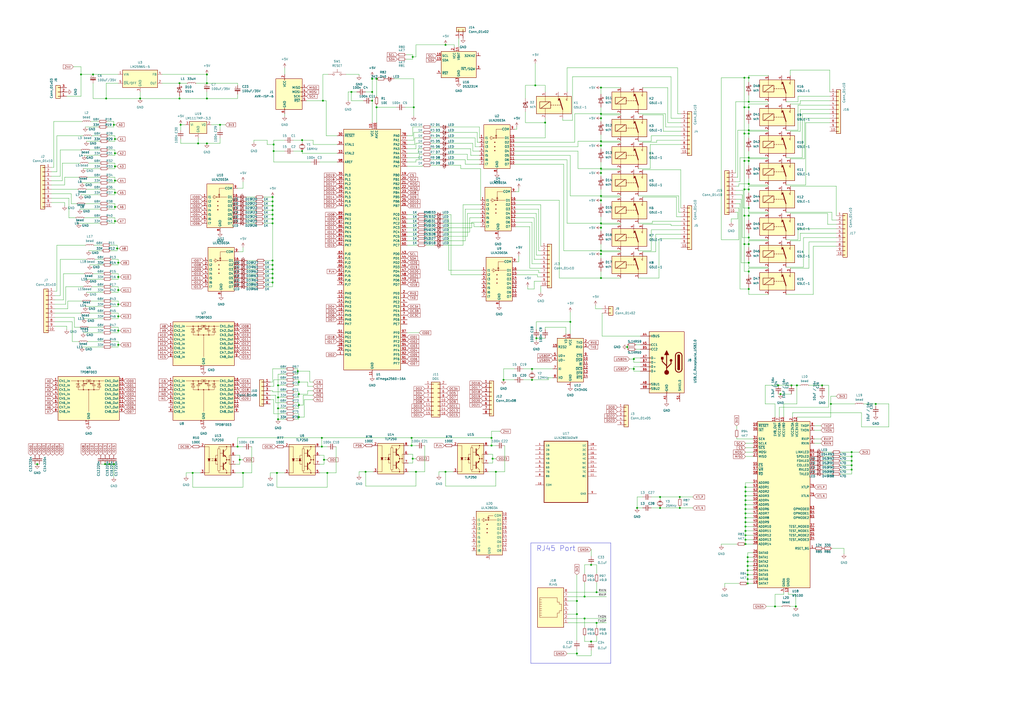
<source format=kicad_sch>
(kicad_sch (version 20230121) (generator eeschema)
  (paper "A2")
  (junction (at 494.03 267.335))
  (junction (at 173.355 234.95))
  (junction (at 433.705 325.755))
  (junction (at 476.885 223.52))
  (junction (at 292.1 220.345))
  (junction (at 346.075 361.315))
  (junction (at 158.115 163.83))
  (junction (at 66.675 88.9))
  (junction (at 494.03 272.415))
  (junction (at 367.665 208.28))
  (junction (at 434.34 62.23))
  (junction (at 432.435 297.815))
  (junction (at 348.615 97.79))
  (junction (at 348.615 81.915))
  (junction (at 348.615 161.29))
  (junction (at 111.76 274.32))
  (junction (at 431.8 141.605))
  (junction (at 434.34 109.855))
  (junction (at 241.3 273.685))
  (junction (at 285.115 258.445))
  (junction (at 431.8 125.095))
  (junction (at 348.615 129.54))
  (junction (at 433.705 330.835))
  (junction (at 120.015 48.26))
  (junction (at 21.59 269.24))
  (junction (at 432.435 290.195))
  (junction (at 239.395 33.02))
  (junction (at 240.03 62.23))
  (junction (at 494.03 269.875))
  (junction (at 434.34 137.795))
  (junction (at 114.935 83.185))
  (junction (at 158.115 116.84))
  (junction (at 481.965 234.315))
  (junction (at 285.75 266.065))
  (junction (at 120.015 57.15))
  (junction (at 346.075 343.535))
  (junction (at 433.705 338.455))
  (junction (at 186.69 254))
  (junction (at 104.14 57.15))
  (junction (at 434.34 93.345))
  (junction (at 139.065 266.7))
  (junction (at 459.105 223.52))
  (junction (at 334.645 379.095))
  (junction (at 287.655 273.685))
  (junction (at 189.865 274.32))
  (junction (at 348.615 84.455))
  (junction (at 434.34 125.095))
  (junction (at 431.8 62.23))
  (junction (at 330.835 186.69))
  (junction (at 432.435 295.275))
  (junction (at 158.115 127))
  (junction (at 348.615 113.665))
  (junction (at 311.15 196.215))
  (junction (at 434.34 106.68))
  (junction (at 434.34 91.44))
  (junction (at 451.485 223.52))
  (junction (at 81.28 57.15))
  (junction (at 158.75 87.63))
  (junction (at 158.115 161.29))
  (junction (at 382.905 294.64))
  (junction (at 68.58 200.025))
  (junction (at 433.705 323.215))
  (junction (at 158.115 158.75))
  (junction (at 316.23 71.12))
  (junction (at 432.435 302.895))
  (junction (at 215.9 58.42))
  (junction (at 508 234.315))
  (junction (at 434.34 141.605))
  (junction (at 308.61 220.345))
  (junction (at 308.61 213.995))
  (junction (at 433.705 333.375))
  (junction (at 218.44 62.23))
  (junction (at 348.615 132.08))
  (junction (at 432.435 310.515))
  (junction (at 158.115 121.92))
  (junction (at 394.335 294.64))
  (junction (at 394.335 288.29))
  (junction (at 339.09 346.075))
  (junction (at 433.705 328.295))
  (junction (at 363.855 201.295))
  (junction (at 431.8 77.47))
  (junction (at 215.9 53.34))
  (junction (at 66.675 128.27))
  (junction (at 449.58 351.79))
  (junction (at 104.775 72.39))
  (junction (at 238.76 258.445))
  (junction (at 218.44 45.72))
  (junction (at 66.675 104.775))
  (junction (at 339.09 358.775))
  (junction (at 432.435 305.435))
  (junction (at 60.96 269.24))
  (junction (at 158.115 153.67))
  (junction (at 348.615 68.58))
  (junction (at 158.115 129.54))
  (junction (at 462.28 223.52))
  (junction (at 104.14 48.26))
  (junction (at 432.435 282.575))
  (junction (at 68.58 160.655))
  (junction (at 452.755 228.6))
  (junction (at 285.115 254))
  (junction (at 137.795 259.08))
  (junction (at 161.29 230.505))
  (junction (at 258.445 26.035))
  (junction (at 66.04 269.24))
  (junction (at 173.355 241.935))
  (junction (at 432.435 300.355))
  (junction (at 127.635 72.39))
  (junction (at 342.9 327.66))
  (junction (at 66.04 72.39))
  (junction (at 434.34 157.48))
  (junction (at 494.03 262.255))
  (junction (at 434.34 75.565))
  (junction (at 334.645 356.235))
  (junction (at 187.96 266.7))
  (junction (at 66.675 120.015))
  (junction (at 186.69 259.08))
  (junction (at 158.75 83.82))
  (junction (at 68.58 176.53))
  (junction (at 158.115 151.13))
  (junction (at 68.58 191.77))
  (junction (at 53.975 43.18))
  (junction (at 342.9 372.11))
  (junction (at 348.615 66.04))
  (junction (at 173.355 221.615))
  (junction (at 120.015 83.185))
  (junction (at 160.655 274.32))
  (junction (at 187.325 58.42))
  (junction (at 367.665 213.995))
  (junction (at 173.355 228.6))
  (junction (at 215.9 45.72))
  (junction (at 348.615 100.33))
  (junction (at 68.58 183.515))
  (junction (at 66.675 111.76))
  (junction (at 63.5 269.24))
  (junction (at 432.435 292.735))
  (junction (at 434.34 167.64))
  (junction (at 382.905 288.29))
  (junction (at 369.57 294.64))
  (junction (at 432.435 315.595))
  (junction (at 461.645 351.79))
  (junction (at 432.435 313.055))
  (junction (at 46.99 43.18))
  (junction (at 348.615 145.415))
  (junction (at 68.58 152.4))
  (junction (at 161.29 223.52))
  (junction (at 158.115 114.3))
  (junction (at 175.26 87.63))
  (junction (at 212.09 273.685))
  (junction (at 431.8 93.345))
  (junction (at 67.945 144.145))
  (junction (at 431.8 45.085))
  (junction (at 238.76 254))
  (junction (at 66.675 96.52))
  (junction (at 310.515 49.53))
  (junction (at 431.8 109.855))
  (junction (at 432.435 287.655))
  (junction (at 348.615 116.205))
  (junction (at 120.015 43.18))
  (junction (at 172.72 215.265))
  (junction (at 432.435 307.975))
  (junction (at 334.645 348.615))
  (junction (at 61.595 57.15))
  (junction (at 348.615 50.8))
  (junction (at 348.615 147.32))
  (junction (at 434.34 77.47))
  (junction (at 203.835 53.34))
  (junction (at 434.34 120.65))
  (junction (at 175.26 81.28))
  (junction (at 434.34 59.055))
  (junction (at 433.705 335.915))
  (junction (at 258.445 273.685))
  (junction (at 494.03 264.795))
  (junction (at 140.97 274.32))
  (junction (at 161.29 243.205))
  (junction (at 434.34 152.4))
  (junction (at 158.115 156.21))
  (junction (at 239.395 266.065))
  (junction (at 158.115 119.38))
  (junction (at 161.29 236.855))
  (junction (at 434.34 45.085))
  (junction (at 158.115 124.46))
  (junction (at 68.58 168.275))
  (junction (at 432.435 285.115))
  (junction (at 66.675 80.645))
  (wire (pts (xy 250.19 95.885) (xy 255.27 95.885)))
  (wire (pts (xy 369.57 288.29) (xy 369.57 294.64)))
  (wire (pts (xy 339.09 358.775) (xy 339.09 363.855)))
  (wire (pts (xy 432.435 297.815) (xy 432.435 295.275)))
  (wire (pts (xy 360.045 66.04) (xy 348.615 66.04)))
  (wire (pts (xy 480.06 130.175) (xy 485.14 130.175)))
  (wire (pts (xy 38.1 176.53) (xy 38.1 166.37)))
  (wire (pts (xy 434.34 139.065) (xy 434.34 137.795)))
  (wire (pts (xy 239.395 263.525) (xy 236.855 263.525)))
  (wire (pts (xy 68.58 158.75) (xy 68.58 160.655)))
  (wire (pts (xy 34.925 102.235) (xy 34.925 86.995)))
  (wire (pts (xy 147.955 114.3) (xy 142.875 114.3)))
  (wire (pts (xy 304.8 64.77) (xy 304.8 71.12)))
  (wire (pts (xy 327.025 95.25) (xy 327.025 145.415)))
  (wire (pts (xy 215.9 53.34) (xy 215.9 58.42)))
  (wire (pts (xy 173.355 230.505) (xy 170.815 230.505)))
  (wire (pts (xy 308.61 213.995) (xy 308.61 215.265)))
  (wire (pts (xy 380.365 135.89) (xy 394.97 135.89)))
  (wire (pts (xy 247.015 127) (xy 252.095 127)))
  (wire (pts (xy 52.07 153.67) (xy 59.69 153.67)))
  (wire (pts (xy 261.62 124.46) (xy 261.62 159.385)))
  (wire (pts (xy 299.085 121.285) (xy 312.42 121.285)))
  (wire (pts (xy 236.22 134.62) (xy 241.935 134.62)))
  (wire (pts (xy 363.855 201.295) (xy 363.855 202.565)))
  (wire (pts (xy 285.75 266.065) (xy 285.75 268.605)))
  (wire (pts (xy 348.615 66.04) (xy 348.615 62.23)))
  (wire (pts (xy 139.065 266.7) (xy 140.97 266.7)))
  (wire (pts (xy 58.42 269.24) (xy 60.96 269.24)))
  (wire (pts (xy 311.15 147.955) (xy 313.69 147.955)))
  (wire (pts (xy 334.645 333.375) (xy 334.645 348.615)))
  (wire (pts (xy 431.8 125.095) (xy 431.8 141.605)))
  (wire (pts (xy 313.69 118.745) (xy 313.69 142.875)))
  (wire (pts (xy 334.645 348.615) (xy 334.645 356.235)))
  (wire (pts (xy 458.47 107.95) (xy 485.14 107.95)))
  (wire (pts (xy 431.8 62.23) (xy 431.8 45.085)))
  (wire (pts (xy 445.77 43.815) (xy 434.34 43.815)))
  (wire (pts (xy 242.57 86.36) (xy 245.11 86.36)))
  (wire (pts (xy 93.98 48.26) (xy 104.14 48.26)))
  (wire (pts (xy 64.77 189.865) (xy 68.58 189.865)))
  (wire (pts (xy 464.185 58.42) (xy 481.33 58.42)))
  (wire (pts (xy 427.355 247.015) (xy 427.355 248.92)))
  (wire (pts (xy 434.34 75.565) (xy 445.77 75.565)))
  (wire (pts (xy 335.28 87.63) (xy 335.28 97.79)))
  (wire (pts (xy 387.35 50.8) (xy 387.35 71.12)))
  (wire (pts (xy 241.3 92.71) (xy 245.11 92.71)))
  (wire (pts (xy 257.175 124.46) (xy 261.62 124.46)))
  (wire (pts (xy 158.115 166.37) (xy 158.115 163.83)))
  (wire (pts (xy 62.865 118.11) (xy 66.675 118.11)))
  (wire (pts (xy 49.53 118.11) (xy 57.785 118.11)))
  (wire (pts (xy 431.8 125.095) (xy 434.34 125.095)))
  (wire (pts (xy 436.88 330.835) (xy 433.705 330.835)))
  (wire (pts (xy 68.58 169.545) (xy 64.77 169.545)))
  (wire (pts (xy 34.925 86.995) (xy 46.99 86.995)))
  (wire (pts (xy 68.58 160.655) (xy 69.85 160.655)))
  (wire (pts (xy 434.34 123.19) (xy 434.34 120.65)))
  (wire (pts (xy 41.91 198.12) (xy 45.72 198.12)))
  (wire (pts (xy 445.77 139.7) (xy 434.34 139.7)))
  (wire (pts (xy 371.475 210.185) (xy 367.665 210.185)))
  (wire (pts (xy 239.395 78.74) (xy 239.395 73.66)))
  (wire (pts (xy 161.29 243.205) (xy 161.29 236.855)))
  (wire (pts (xy 153.67 156.21) (xy 158.115 156.21)))
  (wire (pts (xy 466.725 68.58) (xy 481.33 68.58)))
  (wire (pts (xy 459.74 239.395) (xy 499.745 239.395)))
  (wire (pts (xy 175.26 81.28) (xy 175.26 82.55)))
  (wire (pts (xy 176.53 231.775) (xy 176.53 241.935)))
  (wire (pts (xy 63.5 269.24) (xy 66.04 269.24)))
  (wire (pts (xy 41.91 186.69) (xy 41.91 198.12)))
  (wire (pts (xy 432.435 262.255) (xy 436.88 262.255)))
  (wire (pts (xy 370.205 129.54) (xy 378.46 129.54)))
  (wire (pts (xy 81.28 57.15) (xy 81.28 53.34)))
  (wire (pts (xy 455.93 75.565) (xy 462.915 75.565)))
  (wire (pts (xy 455.93 59.055) (xy 462.915 59.055)))
  (wire (pts (xy 382.905 288.29) (xy 377.825 288.29)))
  (wire (pts (xy 66.675 102.87) (xy 66.675 104.775)))
  (wire (pts (xy 360.045 66.675) (xy 348.615 66.675)))
  (wire (pts (xy 436.88 287.655) (xy 432.435 287.655)))
  (wire (pts (xy 66.675 128.27) (xy 67.945 128.27)))
  (wire (pts (xy 445.77 170.815) (xy 434.34 170.815)))
  (wire (pts (xy 434.34 120.65) (xy 434.34 119.38)))
  (wire (pts (xy 464.185 60.325) (xy 464.185 58.42)))
  (wire (pts (xy 290.195 250.19) (xy 285.115 250.19)))
  (wire (pts (xy 464.185 76.2) (xy 464.185 63.5)))
  (wire (pts (xy 165.1 274.32) (xy 160.655 274.32)))
  (wire (pts (xy 434.34 157.48) (xy 434.34 159.385)))
  (wire (pts (xy 471.805 170.815) (xy 471.805 142.875)))
  (wire (pts (xy 236.22 93.98) (xy 241.3 93.98)))
  (wire (pts (xy 165.735 243.205) (xy 161.29 243.205)))
  (wire (pts (xy 329.565 348.615) (xy 334.645 348.615)))
  (wire (pts (xy 445.77 107.95) (xy 434.34 107.95)))
  (wire (pts (xy 153.67 161.29) (xy 158.115 161.29)))
  (wire (pts (xy 381 81.28) (xy 394.97 81.28)))
  (wire (pts (xy 31.75 184.15) (xy 43.18 184.15)))
  (wire (pts (xy 187.96 266.7) (xy 187.96 269.24)))
  (wire (pts (xy 454.66 344.805) (xy 449.58 344.805)))
  (wire (pts (xy 494.03 267.335) (xy 494.03 269.875)))
  (wire (pts (xy 173.355 243.205) (xy 170.815 243.205)))
  (wire (pts (xy 458.47 40.64) (xy 481.33 40.64)))
  (wire (pts (xy 482.6 123.19) (xy 482.6 127.635)))
  (wire (pts (xy 324.485 161.29) (xy 348.615 161.29)))
  (wire (pts (xy 434.34 93.345) (xy 434.34 95.885)))
  (wire (pts (xy 262.89 273.685) (xy 258.445 273.685)))
  (wire (pts (xy 161.29 217.17) (xy 161.29 223.52)))
  (wire (pts (xy 393.065 66.04) (xy 394.97 66.04)))
  (wire (pts (xy 310.515 36.83) (xy 310.515 49.53)))
  (wire (pts (xy 480.695 236.22) (xy 480.695 223.52)))
  (wire (pts (xy 161.29 236.855) (xy 161.29 230.505)))
  (wire (pts (xy 158.115 227.33) (xy 165.735 227.33)))
  (wire (pts (xy 137.795 49.53) (xy 137.795 48.26)))
  (wire (pts (xy 271.145 89.535) (xy 271.145 92.71)))
  (wire (pts (xy 238.76 258.445) (xy 241.3 258.445)))
  (wire (pts (xy 329.565 356.235) (xy 334.645 356.235)))
  (wire (pts (xy 218.44 60.96) (xy 218.44 62.23)))
  (wire (pts (xy 348.615 161.29) (xy 348.615 157.48)))
  (wire (pts (xy 436.88 310.515) (xy 432.435 310.515)))
  (wire (pts (xy 236.22 91.44) (xy 243.205 91.44)))
  (wire (pts (xy 247.015 137.16) (xy 252.095 137.16)))
  (wire (pts (xy 160.02 229.235) (xy 160.02 233.68)))
  (wire (pts (xy 153.67 166.37) (xy 158.115 166.37)))
  (wire (pts (xy 508 234.315) (xy 508 235.585)))
  (wire (pts (xy 434.34 77.47) (xy 434.34 80.01)))
  (wire (pts (xy 195.58 88.9) (xy 175.26 88.9)))
  (wire (pts (xy 434.34 87.63) (xy 434.34 91.44)))
  (wire (pts (xy 170.815 240.03) (xy 173.355 240.03)))
  (wire (pts (xy 173.355 240.03) (xy 173.355 241.935)))
  (wire (pts (xy 120.015 43.18) (xy 120.015 48.26)))
  (wire (pts (xy 62.865 102.87) (xy 66.675 102.87)))
  (wire (pts (xy 207.01 53.34) (xy 203.835 53.34)))
  (wire (pts (xy 459.105 223.52) (xy 462.28 223.52)))
  (polyline (pts (xy 307.975 384.81) (xy 307.975 314.96)))
  (wire (pts (xy 158.115 221.615) (xy 158.115 213.995)))
  (wire (pts (xy 258.445 26.035) (xy 241.3 26.035)))
  (wire (pts (xy 458.47 155.575) (xy 469.265 155.575)))
  (wire (pts (xy 158.115 213.995) (xy 165.735 213.995)))
  (wire (pts (xy 111.76 282.575) (xy 111.76 274.32)))
  (wire (pts (xy 471.805 142.875) (xy 485.14 142.875)))
  (wire (pts (xy 64.77 166.37) (xy 68.58 166.37)))
  (wire (pts (xy 328.93 129.54) (xy 348.615 129.54)))
  (wire (pts (xy 377.19 97.79) (xy 377.19 83.82)))
  (wire (pts (xy 29.845 99.695) (xy 33.02 99.695)))
  (wire (pts (xy 181.61 81.28) (xy 175.26 81.28)))
  (wire (pts (xy 267.335 97.79) (xy 278.765 97.79)))
  (wire (pts (xy 137.795 57.15) (xy 120.015 57.15)))
  (wire (pts (xy 267.335 95.885) (xy 267.335 97.79)))
  (wire (pts (xy 158.115 127) (xy 158.115 124.46)))
  (wire (pts (xy 436.88 320.675) (xy 433.705 320.675)))
  (wire (pts (xy 60.96 269.24) (xy 63.5 269.24)))
  (wire (pts (xy 29.845 109.855) (xy 45.085 109.855)))
  (wire (pts (xy 236.22 132.08) (xy 241.935 132.08)))
  (wire (pts (xy 61.595 48.26) (xy 61.595 57.15)))
  (wire (pts (xy 431.8 109.855) (xy 434.34 109.855)))
  (wire (pts (xy 158.75 220.345) (xy 165.735 220.345)))
  (wire (pts (xy 172.72 217.17) (xy 170.815 217.17)))
  (wire (pts (xy 66.675 81.915) (xy 62.865 81.915)))
  (wire (pts (xy 68.58 166.37) (xy 68.58 168.275)))
  (wire (pts (xy 299.085 131.445) (xy 307.34 131.445)))
  (wire (pts (xy 187.325 58.42) (xy 187.325 43.18)))
  (wire (pts (xy 275.59 85.09) (xy 278.13 85.09)))
  (wire (pts (xy 62.23 70.485) (xy 66.04 70.485)))
  (wire (pts (xy 333.375 66.04) (xy 348.615 66.04)))
  (wire (pts (xy 172.72 213.995) (xy 172.72 215.265)))
  (wire (pts (xy 434.34 167.64) (xy 434.34 167.005)))
  (wire (pts (xy 50.165 81.915) (xy 57.785 81.915)))
  (wire (pts (xy 40.005 126.365) (xy 43.815 126.365)))
  (wire (pts (xy 445.77 76.2) (xy 434.34 76.2)))
  (wire (pts (xy 66.675 80.645) (xy 66.675 81.915)))
  (wire (pts (xy 465.455 91.44) (xy 465.455 66.04)))
  (wire (pts (xy 434.34 125.095) (xy 434.34 127.635)))
  (wire (pts (xy 50.165 109.855) (xy 57.785 109.855)))
  (wire (pts (xy 266.065 22.225) (xy 266.065 27.305)))
  (wire (pts (xy 68.58 48.26) (xy 61.595 48.26)))
  (wire (pts (xy 501.015 234.315) (xy 508 234.315)))
  (wire (pts (xy 138.43 146.05) (xy 140.97 146.05)))
  (wire (pts (xy 66.675 78.74) (xy 66.675 80.645)))
  (wire (pts (xy 434.34 71.755) (xy 434.34 75.565)))
  (wire (pts (xy 236.22 129.54) (xy 241.935 129.54)))
  (wire (pts (xy 348.615 82.55) (xy 360.045 82.55)))
  (wire (pts (xy 283.21 268.605) (xy 285.75 268.605)))
  (wire (pts (xy 299.72 151.765) (xy 300.99 151.765)))
  (wire (pts (xy 66.04 73.66) (xy 62.23 73.66)))
  (wire (pts (xy 457.2 344.805) (xy 461.645 344.805)))
  (wire (pts (xy 394.335 294.64) (xy 401.955 294.64)))
  (wire (pts (xy 303.53 213.995) (xy 308.61 213.995)))
  (wire (pts (xy 298.45 213.995) (xy 292.1 213.995)))
  (wire (pts (xy 382.27 138.43) (xy 394.97 138.43)))
  (wire (pts (xy 173.355 227.33) (xy 173.355 228.6)))
  (wire (pts (xy 276.86 76.835) (xy 276.86 82.55)))
  (wire (pts (xy 66.675 120.015) (xy 66.675 121.285)))
  (wire (pts (xy 20.32 269.24) (xy 21.59 269.24)))
  (wire (pts (xy 173.355 241.935) (xy 173.355 243.205)))
  (wire (pts (xy 426.72 102.87) (xy 427.99 102.87)))
  (wire (pts (xy 480.06 123.825) (xy 480.06 130.175)))
  (wire (pts (xy 258.445 273.685) (xy 254.635 273.685)))
  (wire (pts (xy 428.625 106.68) (xy 434.34 106.68)))
  (wire (pts (xy 240.03 76.835) (xy 245.11 76.835)))
  (wire (pts (xy 170.815 227.33) (xy 173.355 227.33)))
  (wire (pts (xy 212.09 281.94) (xy 212.09 273.685)))
  (wire (pts (xy 181.61 221.615) (xy 179.705 221.615)))
  (wire (pts (xy 66.675 113.03) (xy 62.865 113.03)))
  (wire (pts (xy 372.745 66.675) (xy 384.81 66.675)))
  (wire (pts (xy 348.615 118.11) (xy 348.615 116.205)))
  (wire (pts (xy 68.58 191.77) (xy 68.58 193.04)))
  (wire (pts (xy 458.47 139.7) (xy 464.185 139.7)))
  (wire (pts (xy 160.02 233.68) (xy 165.735 233.68)))
  (wire (pts (xy 250.19 83.185) (xy 255.27 83.185)))
  (wire (pts (xy 31.75 179.07) (xy 39.37 179.07)))
  (wire (pts (xy 452.755 228.6) (xy 459.105 228.6)))
  (wire (pts (xy 178.435 221.615) (xy 173.355 221.615)))
  (wire (pts (xy 451.485 223.52) (xy 459.105 223.52)))
  (wire (pts (xy 467.36 71.12) (xy 481.33 71.12)))
  (wire (pts (xy 342.9 372.11) (xy 346.075 372.11)))
  (wire (pts (xy 68.58 152.4) (xy 68.58 153.67)))
  (wire (pts (xy 428.625 139.065) (xy 418.465 139.065)))
  (wire (pts (xy 53.975 158.75) (xy 59.69 158.75)))
  (wire (pts (xy 273.05 90.17) (xy 278.13 90.17)))
  (wire (pts (xy 114.935 80.01) (xy 114.935 83.185)))
  (wire (pts (xy 433.705 338.455) (xy 433.705 335.915)))
  (wire (pts (xy 46.99 113.03) (xy 57.785 113.03)))
  (wire (pts (xy 31.75 176.53) (xy 38.1 176.53)))
  (wire (pts (xy 269.875 95.25) (xy 278.13 95.25)))
  (wire (pts (xy 51.435 189.865) (xy 59.69 189.865)))
  (wire (pts (xy 316.23 189.865) (xy 316.23 191.135)))
  (wire (pts (xy 186.69 259.08) (xy 189.865 259.08)))
  (wire (pts (xy 445.77 123.825) (xy 434.34 123.825)))
  (wire (pts (xy 147.955 124.46) (xy 142.875 124.46)))
  (wire (pts (xy 436.88 307.975) (xy 432.435 307.975)))
  (wire (pts (xy 260.35 86.36) (xy 273.05 86.36)))
  (wire (pts (xy 179.705 215.265) (xy 172.72 215.265)))
  (wire (pts (xy 185.42 269.24) (xy 187.96 269.24)))
  (wire (pts (xy 257.175 142.24) (xy 268.605 142.24)))
  (wire (pts (xy 346.075 343.535) (xy 351.79 343.535)))
  (wire (pts (xy 173.355 220.345) (xy 173.355 221.615)))
  (wire (pts (xy 161.29 230.505) (xy 161.29 223.52)))
  (wire (pts (xy 462.28 223.52) (xy 464.185 223.52)))
  (wire (pts (xy 68.58 181.61) (xy 68.58 183.515)))
  (wire (pts (xy 153.67 153.67) (xy 158.115 153.67)))
  (wire (pts (xy 31.75 173.99) (xy 36.83 173.99)))
  (wire (pts (xy 218.44 45.72) (xy 215.9 45.72)))
  (wire (pts (xy 433.705 320.675) (xy 433.705 323.215)))
  (wire (pts (xy 487.68 269.875) (xy 494.03 269.875)))
  (wire (pts (xy 420.37 338.455) (xy 420.37 340.36)))
  (wire (pts (xy 370.205 81.915) (xy 377.825 81.915)))
  (wire (pts (xy 165.1 81.28) (xy 158.75 81.28)))
  (wire (pts (xy 346.075 343.535) (xy 346.075 337.82)))
  (wire (pts (xy 139.065 264.16) (xy 139.065 266.7)))
  (wire (pts (xy 434.34 92.075) (xy 434.34 93.345)))
  (wire (pts (xy 153.035 121.92) (xy 158.115 121.92)))
  (wire (pts (xy 260.35 92.71) (xy 269.875 92.71)))
  (wire (pts (xy 250.19 76.835) (xy 255.27 76.835)))
  (wire (pts (xy 247.015 124.46) (xy 252.095 124.46)))
  (wire (pts (xy 494.03 274.955) (xy 494.03 272.415)))
  (wire (pts (xy 427.99 127) (xy 427.99 123.19)))
  (wire (pts (xy 389.255 68.58) (xy 389.255 44.45)))
  (wire (pts (xy 240.665 80.01) (xy 245.11 80.01)))
  (wire (pts (xy 346.075 372.11) (xy 346.075 368.935)))
  (wire (pts (xy 348.615 132.08) (xy 348.615 130.175)))
  (wire (pts (xy 257.175 137.16) (xy 271.145 137.16)))
  (wire (pts (xy 329.565 343.535) (xy 346.075 343.535)))
  (wire (pts (xy 235.585 34.29) (xy 239.395 34.29)))
  (wire (pts (xy 153.035 127) (xy 158.115 127)))
  (wire (pts (xy 29.845 97.155) (xy 31.115 97.155)))
  (wire (pts (xy 445.77 123.19) (xy 434.34 123.19)))
  (wire (pts (xy 436.88 300.355) (xy 432.435 300.355)))
  (wire (pts (xy 68.58 198.12) (xy 68.58 200.025)))
  (wire (pts (xy 68.58 176.53) (xy 69.85 176.53)))
  (wire (pts (xy 292.1 220.345) (xy 298.45 220.345)))
  (wire (pts (xy 394.335 294.64) (xy 382.905 294.64)))
  (wire (pts (xy 49.53 177.8) (xy 59.69 177.8)))
  (wire (pts (xy 433.705 335.915) (xy 433.705 333.375)))
  (wire (pts (xy 158.75 240.03) (xy 165.735 240.03)))
  (wire (pts (xy 458.47 123.825) (xy 480.06 123.825)))
  (wire (pts (xy 37.465 117.475) (xy 29.845 117.475)))
  (wire (pts (xy 236.22 139.7) (xy 241.935 139.7)))
  (wire (pts (xy 104.14 55.88) (xy 104.14 57.15)))
  (wire (pts (xy 334.645 356.235) (xy 334.645 371.475)))
  (wire (pts (xy 482.6 127.635) (xy 485.14 127.635)))
  (wire (pts (xy 445.77 60.325) (xy 434.34 60.325)))
  (wire (pts (xy 394.335 288.925) (xy 394.335 288.29)))
  (wire (pts (xy 394.335 288.29) (xy 401.955 288.29)))
  (wire (pts (xy 445.77 92.075) (xy 434.34 92.075)))
  (wire (pts (xy 31.75 168.91) (xy 33.02 168.91)))
  (wire (pts (xy 236.855 258.445) (xy 238.76 258.445)))
  (wire (pts (xy 432.435 285.115) (xy 432.435 282.575)))
  (wire (pts (xy 260.35 76.835) (xy 276.86 76.835)))
  (wire (pts (xy 393.065 39.37) (xy 393.065 66.04)))
  (wire (pts (xy 429.26 167.64) (xy 434.34 167.64)))
  (wire (pts (xy 29.845 102.235) (xy 34.925 102.235)))
  (wire (pts (xy 236.22 127) (xy 241.935 127)))
  (wire (pts (xy 165.735 236.855) (xy 161.29 236.855)))
  (wire (pts (xy 469.265 140.335) (xy 485.14 140.335)))
  (wire (pts (xy 31.115 97.155) (xy 31.115 70.485)))
  (wire (pts (xy 158.75 93.98) (xy 158.75 87.63)))
  (wire (pts (xy 107.95 274.32) (xy 107.95 276.225)))
  (wire (pts (xy 239.395 263.525) (xy 239.395 266.065)))
  (wire (pts (xy 243.205 89.535) (xy 245.11 89.535)))
  (wire (pts (xy 158.75 83.82) (xy 158.75 87.63)))
  (wire (pts (xy 345.44 179.07) (xy 349.25 179.07)))
  (wire (pts (xy 462.915 60.96) (xy 481.33 60.96)))
  (wire (pts (xy 39.37 174.625) (xy 47.625 174.625)))
  (wire (pts (xy 218.44 62.23) (xy 229.87 62.23)))
  (wire (pts (xy 247.015 129.54) (xy 252.095 129.54)))
  (wire (pts (xy 458.47 43.815) (xy 458.47 40.64)))
  (wire (pts (xy 176.53 241.935) (xy 173.355 241.935)))
  (wire (pts (xy 462.28 241.935) (xy 481.965 241.935)))
  (wire (pts (xy 40.005 114.935) (xy 40.005 126.365)))
  (wire (pts (xy 241.3 26.035) (xy 241.3 33.02)))
  (wire (pts (xy 445.77 155.575) (xy 434.34 155.575)))
  (wire (pts (xy 434.34 139.7) (xy 434.34 141.605)))
  (wire (pts (xy 381 82.55) (xy 381 81.28)))
  (wire (pts (xy 434.34 45.085) (xy 434.34 47.625)))
  (wire (pts (xy 66.675 96.52) (xy 67.945 96.52)))
  (wire (pts (xy 234.95 62.23) (xy 240.03 62.23)))
  (wire (pts (xy 348.615 116.205) (xy 348.615 114.3)))
  (wire (pts (xy 178.435 224.155) (xy 178.435 221.615)))
  (wire (pts (xy 158.115 116.84) (xy 153.035 116.84)))
  (wire (pts (xy 481.965 229.87) (xy 485.14 229.87)))
  (wire (pts (xy 218.44 55.88) (xy 218.44 45.72)))
  (wire (pts (xy 481.965 234.315) (xy 481.965 229.87)))
  (wire (pts (xy 348.615 130.175) (xy 360.045 130.175)))
  (wire (pts (xy 292.1 213.995) (xy 292.1 220.345)))
  (wire (pts (xy 260.35 89.535) (xy 271.145 89.535)))
  (wire (pts (xy 312.42 121.285) (xy 312.42 145.415)))
  (wire (pts (xy 187.96 264.16) (xy 185.42 264.16)))
  (wire (pts (xy 455.93 107.315) (xy 467.36 107.315)))
  (wire (pts (xy 433.705 325.755) (xy 433.705 323.215)))
  (wire (pts (xy 173.355 233.68) (xy 173.355 234.95)))
  (wire (pts (xy 236.855 268.605) (xy 239.395 268.605)))
  (wire (pts (xy 240.03 81.28) (xy 240.03 76.835)))
  (wire (pts (xy 346.075 327.66) (xy 346.075 332.74)))
  (wire (pts (xy 462.915 132.715) (xy 485.14 132.715)))
  (wire (pts (xy 372.745 130.175) (xy 389.255 130.175)))
  (wire (pts (xy 66.675 88.9) (xy 66.675 90.17)))
  (wire (pts (xy 334.645 376.555) (xy 334.645 379.095)))
  (wire (pts (xy 384.81 76.2) (xy 394.97 76.2)))
  (wire (pts (xy 241.3 33.02) (xy 239.395 33.02)))
  (wire (pts (xy 348.615 133.985) (xy 348.615 132.08)))
  (wire (pts (xy 154.94 83.82) (xy 158.75 83.82)))
  (wire (pts (xy 432.435 302.895) (xy 432.435 300.355)))
  (wire (pts (xy 36.195 104.775) (xy 36.195 94.615)))
  (wire (pts (xy 269.875 92.71) (xy 269.875 95.25)))
  (wire (pts (xy 170.18 81.28) (xy 175.26 81.28)))
  (wire (pts (xy 394.335 294.005) (xy 394.335 294.64)))
  (wire (pts (xy 104.775 80.645) (xy 104.775 83.185)))
  (wire (pts (xy 68.58 177.8) (xy 64.77 177.8)))
  (wire (pts (xy 156.845 226.695) (xy 158.115 226.695)))
  (wire (pts (xy 68.58 152.4) (xy 69.85 152.4)))
  (wire (pts (xy 261.62 159.385) (xy 279.4 159.385)))
  (wire (pts (xy 239.395 73.66) (xy 245.11 73.66)))
  (wire (pts (xy 304.8 71.12) (xy 316.23 71.12)))
  (wire (pts (xy 316.23 80.01) (xy 316.23 71.12)))
  (wire (pts (xy 348.615 66.675) (xy 348.615 68.58)))
  (wire (pts (xy 50.8 102.87) (xy 57.785 102.87)))
  (wire (pts (xy 432.435 315.595) (xy 432.435 313.055)))
  (wire (pts (xy 61.595 57.15) (xy 81.28 57.15)))
  (wire (pts (xy 462.28 234.315) (xy 462.28 223.52)))
  (wire (pts (xy 66.675 111.76) (xy 66.675 113.03)))
  (wire (pts (xy 367.665 213.995) (xy 367.665 212.725)))
  (wire (pts (xy 153.035 129.54) (xy 158.115 129.54)))
  (wire (pts (xy 189.865 274.32) (xy 189.865 282.575)))
  (wire (pts (xy 258.445 281.94) (xy 258.445 273.685)))
  (wire (pts (xy 311.15 196.215) (xy 316.23 196.215)))
  (wire (pts (xy 53.34 166.37) (xy 59.69 166.37)))
  (wire (pts (xy 148.59 163.83) (xy 143.51 163.83)))
  (wire (pts (xy 445.77 139.065) (xy 434.34 139.065)))
  (wire (pts (xy 272.415 126.365) (xy 278.765 126.365)))
  (wire (pts (xy 494.03 262.255) (xy 498.475 262.255)))
  (wire (pts (xy 68.58 183.515) (xy 69.85 183.515)))
  (wire (pts (xy 257.175 134.62) (xy 272.415 134.62)))
  (wire (pts (xy 445.77 107.315) (xy 434.34 107.315)))
  (wire (pts (xy 312.42 156.845) (xy 312.42 158.115)))
  (wire (pts (xy 148.59 158.75) (xy 143.51 158.75)))
  (wire (pts (xy 436.88 254.635) (xy 427.355 254.635)))
  (wire (pts (xy 173.355 221.615) (xy 173.355 223.52)))
  (wire (pts (xy 436.88 302.895) (xy 432.435 302.895)))
  (wire (pts (xy 240.03 62.23) (xy 240.03 67.31)))
  (wire (pts (xy 50.165 169.545) (xy 59.69 169.545)))
  (wire (pts (xy 308.61 128.905) (xy 308.61 153.035)))
  (wire (pts (xy 136.525 274.32) (xy 140.97 274.32)))
  (wire (pts (xy 515.62 247.65) (xy 515.62 234.315)))
  (wire (pts (xy 432.435 257.175) (xy 436.88 257.175)))
  (wire (pts (xy 66.04 72.39) (xy 67.31 72.39)))
  (wire (pts (xy 392.43 125.73) (xy 394.97 125.73)))
  (wire (pts (xy 299.085 111.125) (xy 300.99 111.125)))
  (wire (pts (xy 348.615 50.8) (xy 360.045 50.8)))
  (wire (pts (xy 116.205 274.32) (xy 111.76 274.32)))
  (wire (pts (xy 348.615 68.58) (xy 348.615 70.485)))
  (wire (pts (xy 432.435 264.795) (xy 436.88 264.795)))
  (wire (pts (xy 172.72 215.265) (xy 172.72 217.17)))
  (wire (pts (xy 246.38 258.445) (xy 246.38 273.685)))
  (wire (pts (xy 67.945 144.145) (xy 69.215 144.145)))
  (wire (pts (xy 38.735 189.23) (xy 38.735 191.135)))
  (wire (pts (xy 236.22 124.46) (xy 241.935 124.46)))
  (wire (pts (xy 494.03 267.335) (xy 494.03 264.795)))
  (wire (pts (xy 36.195 94.615) (xy 46.355 94.615)))
  (wire (pts (xy 48.895 126.365) (xy 57.785 126.365)))
  (wire (pts (xy 156.845 221.615) (xy 158.115 221.615)))
  (wire (pts (xy 66.675 109.855) (xy 66.675 111.76)))
  (wire (pts (xy 427.355 254.635) (xy 427.355 254)))
  (wire (pts (xy 333.375 82.55) (xy 333.375 66.04)))
  (wire (pts (xy 365.125 213.995) (xy 367.665 213.995)))
  (wire (pts (xy 427.99 75.565) (xy 434.34 75.565)))
  (wire (pts (xy 275.59 80.01) (xy 275.59 85.09)))
  (wire (pts (xy 68.58 191.77) (xy 69.85 191.77)))
  (wire (pts (xy 175.895 229.235) (xy 175.895 234.95)))
  (wire (pts (xy 148.59 161.29) (xy 143.51 161.29)))
  (wire (pts (xy 426.72 110.49) (xy 431.165 110.49)))
  (wire (pts (xy 339.09 346.075) (xy 339.09 337.82)))
  (wire (pts (xy 360.045 129.54) (xy 348.615 129.54)))
  (wire (pts (xy 153.035 119.38) (xy 158.115 119.38)))
  (wire (pts (xy 434.34 60.325) (xy 434.34 62.23)))
  (wire (pts (xy 430.53 137.795) (xy 434.34 137.795)))
  (wire (pts (xy 274.32 87.63) (xy 278.13 87.63)))
  (wire (pts (xy 449.58 344.805) (xy 449.58 351.79)))
  (wire (pts (xy 268.605 142.24) (xy 268.605 118.745)))
  (wire (pts (xy 431.8 62.23) (xy 434.34 62.23)))
  (wire (pts (xy 454.66 343.535) (xy 454.66 344.805)))
  (wire (pts (xy 345.44 177.165) (xy 345.44 179.07)))
  (wire (pts (xy 52.705 70.485) (xy 57.15 70.485)))
  (wire (pts (xy 316.23 49.53) (xy 316.23 53.34)))
  (wire (pts (xy 370.205 97.79) (xy 377.19 97.79)))
  (wire (pts (xy 330.835 180.975) (xy 330.835 186.69)))
  (wire (pts (xy 360.045 145.415) (xy 348.615 145.415)))
  (wire (pts (xy 311.785 159.385) (xy 311.785 160.655)))
  (wire (pts (xy 458.47 92.075) (xy 466.725 92.075)))
  (wire (pts (xy 299.085 126.365) (xy 309.88 126.365)))
  (wire (pts (xy 431.165 110.49) (xy 431.165 120.65)))
  (wire (pts (xy 299.72 156.845) (xy 312.42 156.845)))
  (wire (pts (xy 239.395 34.29) (xy 239.395 33.02)))
  (wire (pts (xy 348.615 81.915) (xy 348.615 78.105)))
  (wire (pts (xy 455.93 91.44) (xy 465.455 91.44)))
  (wire (pts (xy 120.015 83.185) (xy 127.635 83.185)))
  (wire (pts (xy 363.855 200.025) (xy 363.855 201.295)))
  (wire (pts (xy 66.675 88.9) (xy 67.945 88.9)))
  (wire (pts (xy 31.75 186.69) (xy 41.91 186.69)))
  (wire (pts (xy 452.12 241.935) (xy 452.12 236.22)))
  (wire (pts (xy 436.88 333.375) (xy 433.705 333.375)))
  (wire (pts (xy 62.865 109.855) (xy 66.675 109.855)))
  (wire (pts (xy 68.58 201.295) (xy 64.77 201.295)))
  (wire (pts (xy 360.045 161.29) (xy 348.615 161.29)))
  (wire (pts (xy 269.875 139.7) (xy 269.875 121.285)))
  (wire (pts (xy 68.58 160.655) (xy 68.58 161.925)))
  (wire (pts (xy 158.75 81.28) (xy 158.75 83.82)))
  (wire (pts (xy 250.19 73.66) (xy 255.27 73.66)))
  (wire (pts (xy 66.675 94.615) (xy 66.675 96.52)))
  (wire (pts (xy 339.09 372.11) (xy 339.09 368.935)))
  (wire (pts (xy 153.035 114.3) (xy 158.115 114.3)))
  (wire (pts (xy 263.525 27.305) (xy 263.525 26.035)))
  (wire (pts (xy 33.02 78.74) (xy 33.02 99.695)))
  (wire (pts (xy 482.6 272.415) (xy 477.52 272.415)))
  (wire (pts (xy 156.845 224.155) (xy 158.75 224.155)))
  (wire (pts (xy 33.02 168.91) (xy 33.02 142.24)))
  (wire (pts (xy 378.46 128.27) (xy 394.97 128.27)))
  (wire (pts (xy 178.435 228.6) (xy 173.355 228.6)))
  (wire (pts (xy 298.45 90.17) (xy 330.835 90.17)))
  (wire (pts (xy 348.615 114.3) (xy 360.045 114.3)))
  (wire (pts (xy 140.97 282.575) (xy 111.76 282.575)))
  (wire (pts (xy 427.355 315.595) (xy 418.465 315.595)))
  (wire (pts (xy 339.09 327.66) (xy 342.9 327.66)))
  (wire (pts (xy 241.3 281.94) (xy 212.09 281.94)))
  (wire (pts (xy 434.34 152.4) (xy 434.34 151.13)))
  (wire (pts (xy 487.68 274.955) (xy 494.03 274.955)))
  (wire (pts (xy 147.955 121.92) (xy 142.875 121.92)))
  (wire (pts (xy 66.675 106.045) (xy 62.865 106.045)))
  (wire (pts (xy 436.88 325.755) (xy 433.705 325.755)))
  (wire (pts (xy 393.7 123.19) (xy 394.97 123.19)))
  (wire (pts (xy 318.135 220.345) (xy 308.61 220.345)))
  (wire (pts (xy 104.775 72.39) (xy 104.775 75.565)))
  (wire (pts (xy 250.19 89.535) (xy 255.27 89.535)))
  (wire (pts (xy 246.38 273.685) (xy 241.3 273.685)))
  (wire (pts (xy 66.675 126.365) (xy 66.675 128.27)))
  (wire (pts (xy 299.085 116.205) (xy 324.485 116.205)))
  (wire (pts (xy 436.88 297.815) (xy 432.435 297.815)))
  (wire (pts (xy 481.965 241.935) (xy 481.965 234.315)))
  (wire (pts (xy 436.88 290.195) (xy 432.435 290.195)))
  (wire (pts (xy 257.175 139.7) (xy 269.875 139.7)))
  (wire (pts (xy 348.615 149.86) (xy 348.615 147.32)))
  (wire (pts (xy 499.745 247.65) (xy 515.62 247.65)))
  (wire (pts (xy 285.75 263.525) (xy 283.21 263.525)))
  (wire (pts (xy 298.45 95.25) (xy 327.025 95.25)))
  (wire (pts (xy 247.015 142.24) (xy 252.095 142.24)))
  (wire (pts (xy 433.705 323.215) (xy 436.88 323.215)))
  (wire (pts (xy 53.975 48.26) (xy 53.975 57.15)))
  (wire (pts (xy 494.03 264.795) (xy 494.03 262.255)))
  (wire (pts (xy 212.09 53.34) (xy 215.9 53.34)))
  (polyline (pts (xy 354.33 314.96) (xy 354.33 384.81)))
  (wire (pts (xy 173.355 223.52) (xy 170.815 223.52)))
  (wire (pts (xy 324.485 116.205) (xy 324.485 161.29)))
  (wire (pts (xy 55.245 150.495) (xy 59.69 150.495)))
  (wire (pts (xy 298.45 92.71) (xy 328.93 92.71)))
  (wire (pts (xy 426.72 100.33) (xy 426.72 59.055)))
  (wire (pts (xy 432.435 280.035) (xy 432.435 282.575)))
  (wire (pts (xy 370.205 145.415) (xy 377.825 145.415)))
  (wire (pts (xy 454.66 234.315) (xy 462.28 234.315)))
  (wire (pts (xy 330.835 186.69) (xy 311.15 186.69)))
  (wire (pts (xy 120.015 53.34) (xy 120.015 57.15)))
  (wire (pts (xy 165.735 230.505) (xy 161.29 230.505)))
  (wire (pts (xy 278.13 73.66) (xy 278.13 80.01)))
  (wire (pts (xy 429.26 118.11) (xy 429.26 167.64)))
  (wire (pts (xy 311.15 186.69) (xy 311.15 191.135)))
  (wire (pts (xy 327.025 145.415) (xy 348.615 145.415)))
  (wire (pts (xy 140.97 274.32) (xy 140.97 282.575)))
  (wire (pts (xy 66.675 121.285) (xy 62.865 121.285)))
  (wire (pts (xy 274.32 83.185) (xy 274.32 87.63)))
  (wire (pts (xy 292.735 273.685) (xy 287.655 273.685)))
  (wire (pts (xy 38.735 55.88) (xy 46.99 55.88)))
  (wire (pts (xy 236.22 137.16) (xy 241.935 137.16)))
  (wire (pts (xy 318.135 219.075) (xy 318.135 220.345)))
  (wire (pts (xy 43.18 189.865) (xy 46.355 189.865)))
  (wire (pts (xy 68.58 168.275) (xy 69.85 168.275)))
  (wire (pts (xy 194.945 259.08) (xy 194.945 274.32)))
  (wire (pts (xy 428.625 107.95) (xy 428.625 106.68)))
  (wire (pts (xy 304.8 49.53) (xy 310.515 49.53)))
  (wire (pts (xy 66.04 70.485) (xy 66.04 72.39)))
  (wire (pts (xy 436.88 315.595) (xy 432.435 315.595)))
  (wire (pts (xy 68.58 161.925) (xy 64.77 161.925)))
  (wire (pts (xy 372.745 98.425) (xy 394.97 98.425)))
  (wire (pts (xy 311.15 123.825) (xy 311.15 147.955)))
  (wire (pts (xy 156.845 229.235) (xy 160.02 229.235)))
  (wire (pts (xy 201.93 53.34) (xy 201.93 58.42)))
  (wire (pts (xy 66.675 104.775) (xy 67.945 104.775)))
  (wire (pts (xy 64.77 150.495) (xy 68.58 150.495)))
  (wire (pts (xy 480.695 223.52) (xy 476.885 223.52)))
  (wire (pts (xy 210.82 58.42) (xy 203.835 58.42)))
  (wire (pts (xy 377.825 78.74) (xy 394.97 78.74)))
  (wire (pts (xy 298.45 74.93) (xy 299.72 74.93)))
  (wire (pts (xy 377.825 294.64) (xy 382.905 294.64)))
  (wire (pts (xy 51.435 94.615) (xy 57.785 94.615)))
  (wire (pts (xy 173.355 234.95) (xy 173.355 236.855)))
  (wire (pts (xy 278.765 97.79) (xy 278.765 116.205)))
  (wire (pts (xy 66.675 97.79) (xy 62.865 97.79)))
  (wire (pts (xy 429.26 105.41) (xy 429.26 91.44)))
  (wire (pts (xy 236.22 96.52) (xy 245.11 96.52)))
  (wire (pts (xy 239.395 33.02) (xy 239.395 31.75)))
  (wire (pts (xy 457.2 343.535) (xy 457.2 344.805)))
  (wire (pts (xy 107.315 72.39) (xy 104.775 72.39)))
  (wire (pts (xy 348.615 86.36) (xy 348.615 84.455)))
  (wire (pts (xy 148.59 151.13) (xy 143.51 151.13)))
  (wire (pts (xy 245.11 96.52) (xy 245.11 95.885)))
  (wire (pts (xy 328.295 193.675) (xy 328.295 189.865)))
  (wire (pts (xy 444.5 351.79) (xy 449.58 351.79)))
  (wire (pts (xy 274.955 129.54) (xy 274.955 131.445)))
  (wire (pts (xy 285.75 263.525) (xy 285.75 266.065)))
  (wire (pts (xy 346.075 361.315) (xy 351.79 361.315)))
  (wire (pts (xy 434.34 107.95) (xy 434.34 109.855)))
  (wire (pts (xy 370.205 66.04) (xy 386.08 66.04)))
  (wire (pts (xy 153.67 158.75) (xy 158.115 158.75)))
  (wire (pts (xy 260.35 95.885) (xy 267.335 95.885)))
  (wire (pts (xy 309.88 167.64) (xy 309.88 163.195)))
  (wire (pts (xy 329.565 346.075) (xy 339.09 346.075)))
  (wire (pts (xy 53.975 57.15) (xy 61.595 57.15)))
  (wire (pts (xy 306.07 166.37) (xy 306.07 167.64)))
  (wire (pts (xy 436.88 285.115) (xy 432.435 285.115)))
  (wire (pts (xy 309.88 126.365) (xy 309.88 150.495)))
  (wire (pts (xy 349.25 194.945) (xy 349.25 181.61)))
  (wire (pts (xy 449.58 241.935) (xy 449.58 234.315)))
  (wire (pts (xy 236.22 78.74) (xy 239.395 78.74)))
  (wire (pts (xy 427.99 123.19) (xy 426.72 123.19)))
  (wire (pts (xy 68.58 153.67) (xy 64.77 153.67)))
  (wire (pts (xy 158.115 119.38) (xy 158.115 116.84)))
  (wire (pts (xy 181.61 224.155) (xy 178.435 224.155)))
  (wire (pts (xy 432.435 259.715) (xy 436.88 259.715)))
  (wire (pts (xy 170.815 213.995) (xy 172.72 213.995)))
  (wire (pts (xy 368.935 202.565) (xy 371.475 202.565)))
  (wire (pts (xy 137.795 259.08) (xy 137.795 254)))
  (wire (pts (xy 306.07 167.64) (xy 309.88 167.64)))
  (wire (pts (xy 299.72 74.93) (xy 299.72 73.66)))
  (wire (pts (xy 458.47 76.2) (xy 464.185 76.2)))
  (wire (pts (xy 285.115 254) (xy 285.115 258.445)))
  (wire (pts (xy 487.68 272.415) (xy 494.03 272.415)))
  (wire (pts (xy 367.665 215.265) (xy 367.665 213.995)))
  (wire (pts (xy 431.165 120.65) (xy 434.34 120.65)))
  (wire (pts (xy 481.33 40.64) (xy 481.33 53.34)))
  (wire (pts (xy 240.665 83.82) (xy 240.665 80.01)))
  (wire (pts (xy 372.745 114.3) (xy 392.43 114.3)))
  (wire (pts (xy 160.655 274.32) (xy 156.845 274.32)))
  (wire (pts (xy 68.58 193.04) (xy 64.77 193.04)))
  (wire (pts (xy 146.05 259.08) (xy 146.05 274.32)))
  (wire (pts (xy 50.165 150.495) (xy 34.925 150.495)))
  (wire (pts (xy 158.75 224.155) (xy 158.75 220.345)))
  (wire (pts (xy 254.635 273.685) (xy 254.635 275.59)))
  (wire (pts (xy 316.23 71.12) (xy 316.23 68.58)))
  (wire (pts (xy 348.615 146.05) (xy 360.045 146.05)))
  (wire (pts (xy 348.615 145.415) (xy 348.615 141.605)))
  (wire (pts (xy 311.785 160.655) (xy 313.69 160.655)))
  (wire (pts (xy 29.845 114.935) (xy 40.005 114.935)))
  (wire (pts (xy 348.615 84.455) (xy 348.615 82.55)))
  (wire (pts (xy 239.395 266.065) (xy 239.395 268.605)))
  (wire (pts (xy 260.35 127) (xy 260.35 156.845)))
  (wire (pts (xy 371.475 215.265) (xy 367.665 215.265)))
  (wire (pts (xy 434.34 170.815) (xy 434.34 167.64)))
  (wire (pts (xy 140.97 109.22) (xy 140.97 105.41)))
  (wire (pts (xy 146.05 274.32) (xy 140.97 274.32)))
  (wire (pts (xy 36.83 173.99) (xy 36.83 158.75)))
  (wire (pts (xy 165.1 39.37) (xy 165.1 43.18)))
  (wire (pts (xy 300.99 151.765) (xy 300.99 148.59)))
  (wire (pts (xy 367.665 207.645) (xy 371.475 207.645)))
  (wire (pts (xy 200.66 43.18) (xy 208.28 43.18)))
  (wire (pts (xy 342.9 377.19) (xy 342.9 380.365)))
  (wire (pts (xy 320.675 219.075) (xy 318.135 219.075)))
  (wire (pts (xy 216.535 273.685) (xy 212.09 273.685)))
  (wire (pts (xy 434.34 62.23) (xy 434.34 64.135)))
  (wire (pts (xy 148.59 166.37) (xy 143.51 166.37)))
  (wire (pts (xy 236.22 142.24) (xy 241.935 142.24)))
  (wire (pts (xy 426.72 118.11) (xy 429.26 118.11)))
  (wire (pts (xy 432.435 287.655) (xy 432.435 285.115)))
  (wire (pts (xy 186.69 254) (xy 238.76 254)))
  (wire (pts (xy 273.685 128.905) (xy 278.765 128.905)))
  (wire (pts (xy 52.07 181.61) (xy 59.69 181.61)))
  (wire (pts (xy 203.835 58.42) (xy 203.835 53.34)))
  (wire (pts (xy 181.61 229.235) (xy 175.895 229.235)))
  (wire (pts (xy 426.72 120.65) (xy 428.625 120.65)))
  (wire (pts (xy 41.275 118.11) (xy 44.45 118.11)))
  (wire (pts (xy 348.615 113.665) (xy 348.615 109.855)))
  (wire (pts (xy 384.81 66.675) (xy 384.81 76.2)))
  (wire (pts (xy 436.88 292.735) (xy 432.435 292.735)))
  (wire (pts (xy 46.99 43.18) (xy 53.975 43.18)))
  (wire (pts (xy 432.435 292.735) (xy 432.435 290.195)))
  (wire (pts (xy 165.1 66.04) (xy 165.1 67.31)))
  (wire (pts (xy 339.09 358.775) (xy 351.79 358.775)))
  (wire (pts (xy 45.72 129.54) (xy 57.785 129.54)))
  (wire (pts (xy 461.645 344.805) (xy 461.645 351.79)))
  (wire (pts (xy 434.34 141.605) (xy 434.34 143.51)))
  (wire (pts (xy 170.815 220.345) (xy 173.355 220.345)))
  (wire (pts (xy 175.26 88.9) (xy 175.26 87.63)))
  (wire (pts (xy 66.675 96.52) (xy 66.675 97.79)))
  (wire (pts (xy 462.915 59.055) (xy 462.915 55.88)))
  (wire (pts (xy 67.945 144.145) (xy 67.945 145.415)))
  (wire (pts (xy 158.115 156.21) (xy 158.115 153.67)))
  (wire (pts (xy 426.72 59.055) (xy 434.34 59.055)))
  (wire (pts (xy 158.115 124.46) (xy 158.115 121.92)))
  (wire (pts (xy 432.435 290.195) (xy 432.435 287.655)))
  (wire (pts (xy 487.68 267.335) (xy 494.03 267.335)))
  (wire (pts (xy 481.965 234.315) (xy 495.935 234.315)))
  (wire (pts (xy 271.145 137.16) (xy 271.145 123.825)))
  (wire (pts (xy 46.99 38.735) (xy 46.99 43.18)))
  (wire (pts (xy 462.915 139.065) (xy 462.915 132.715)))
  (wire (pts (xy 185.42 274.32) (xy 189.865 274.32)))
  (wire (pts (xy 431.8 141.605) (xy 434.34 141.605)))
  (wire (pts (xy 147.955 127) (xy 142.875 127)))
  (wire (pts (xy 137.795 48.26) (xy 120.015 48.26)))
  (wire (pts (xy 236.855 273.685) (xy 241.3 273.685)))
  (wire (pts (xy 137.795 254) (xy 186.69 254)))
  (wire (pts (xy 46.99 55.88) (xy 46.99 43.18)))
  (wire (pts (xy 247.015 134.62) (xy 252.095 134.62)))
  (wire (pts (xy 432.435 305.435) (xy 432.435 302.895)))
  (wire (pts (xy 372.745 50.8) (xy 387.35 50.8)))
  (wire (pts (xy 139.065 266.7) (xy 139.065 269.24)))
  (wire (pts (xy 464.185 63.5) (xy 481.33 63.5)))
  (wire (pts (xy 243.205 91.44) (xy 243.205 89.535)))
  (wire (pts (xy 158.115 151.13) (xy 158.115 129.54)))
  (wire (pts (xy 455.93 123.19) (xy 482.6 123.19)))
  (wire (pts (xy 389.255 130.81) (xy 394.97 130.81)))
  (wire (pts (xy 68.58 174.625) (xy 68.58 176.53)))
  (wire (pts (xy 241.3 273.685) (xy 241.3 281.94)))
  (wire (pts (xy 185.42 93.98) (xy 195.58 93.98)))
  (wire (pts (xy 93.98 43.18) (xy 120.015 43.18)))
  (wire (pts (xy 433.705 333.375) (xy 433.705 330.835)))
  (wire (pts (xy 434.34 107.315) (xy 434.34 106.68)))
  (wire (pts (xy 326.39 69.85) (xy 326.39 68.58)))
  (wire (pts (xy 173.355 236.855) (xy 170.815 236.855)))
  (wire (pts (xy 68.58 184.785) (xy 64.77 184.785)))
  (wire (pts (xy 386.08 66.04) (xy 386.08 73.66)))
  (wire (pts (xy 367.665 208.28) (xy 367.665 207.645)))
  (wire (pts (xy 312.42 158.115) (xy 313.69 158.115)))
  (wire (pts (xy 332.105 44.45) (xy 332.105 69.85)))
  (wire (pts (xy 434.34 76.2) (xy 434.34 77.47)))
  (wire (pts (xy 236.22 81.28) (xy 240.03 81.28)))
  (wire (pts (xy 160.655 282.575) (xy 160.655 274.32)))
  (wire (pts (xy 334.645 379.095) (xy 334.645 380.365)))
  (wire (pts (xy 424.18 128.905) (xy 424.18 127)))
  (wire (pts (xy 434.34 55.245) (xy 434.34 59.055)))
  (wire (pts (xy 489.585 318.135) (xy 489.585 321.31)))
  (wire (pts (xy 187.325 43.18) (xy 190.5 43.18)))
  (wire (pts (xy 62.865 86.995) (xy 66.675 86.995)))
  (wire (pts (xy 273.05 86.36) (xy 273.05 90.17)))
  (wire (pts (xy 271.145 92.71) (xy 278.13 92.71)))
  (wire (pts (xy 67.945 145.415) (xy 64.135 145.415)))
  (wire (pts (xy 469.265 223.52) (xy 476.885 223.52)))
  (wire (pts (xy 218.44 62.23) (xy 218.44 71.12)))
  (wire (pts (xy 389.255 44.45) (xy 332.105 44.45)))
  (wire (pts (xy 250.19 80.01) (xy 255.27 80.01)))
  (wire (pts (xy 469.265 155.575) (xy 469.265 140.335)))
  (wire (pts (xy 158.115 129.54) (xy 158.115 127)))
  (wire (pts (xy 436.88 338.455) (xy 433.705 338.455)))
  (wire (pts (xy 41.275 112.395) (xy 41.275 118.11)))
  (wire (pts (xy 335.28 85.09) (xy 335.28 81.915)))
  (wire (pts (xy 431.8 77.47) (xy 431.8 62.23)))
  (wire (pts (xy 29.845 107.315) (xy 37.465 107.315)))
  (wire (pts (xy 29.845 112.395) (xy 41.275 112.395)))
  (wire (pts (xy 487.68 264.795) (xy 494.03 264.795)))
  (wire (pts (xy 370.205 161.29) (xy 382.27 161.29)))
  (wire (pts (xy 247.015 139.7) (xy 252.095 139.7)))
  (wire (pts (xy 434.34 157.48) (xy 431.8 157.48)))
  (wire (pts (xy 66.675 128.27) (xy 66.675 129.54)))
  (wire (pts (xy 66.675 90.17) (xy 62.865 90.17)))
  (wire (pts (xy 242.57 88.9) (xy 242.57 86.36)))
  (wire (pts (xy 466.09 137.795) (xy 485.14 137.795)))
  (wire (pts (xy 147.955 129.54) (xy 142.875 129.54)))
  (wire (pts (xy 494.03 262.255) (xy 487.68 262.255)))
  (wire (pts (xy 239.395 266.065) (xy 241.3 266.065)))
  (wire (pts (xy 165.735 217.17) (xy 161.29 217.17)))
  (wire (pts (xy 47.625 106.045) (xy 57.785 106.045)))
  (wire (pts (xy 428.625 338.455) (xy 420.37 338.455)))
  (wire (pts (xy 37.465 107.315) (xy 37.465 102.87)))
  (wire (pts (xy 269.875 121.285) (xy 278.765 121.285)))
  (wire (pts (xy 64.77 198.12) (xy 68.58 198.12)))
  (wire (pts (xy 462.915 55.88) (xy 481.33 55.88)))
  (wire (pts (xy 66.675 118.11) (xy 66.675 120.015)))
  (wire (pts (xy 313.69 165.735) (xy 313.69 169.545)))
  (wire (pts (xy 153.67 163.83) (xy 158.115 163.83)))
  (wire (pts (xy 156.845 274.32) (xy 156.845 276.225)))
  (wire (pts (xy 360.045 97.79) (xy 348.615 97.79)))
  (wire (pts (xy 64.77 174.625) (xy 68.58 174.625)))
  (wire (pts (xy 52.705 174.625) (xy 59.69 174.625)))
  (wire (pts (xy 127.635 72.39) (xy 130.81 72.39)))
  (wire (pts (xy 189.23 58.42) (xy 189.23 78.74)))
  (wire (pts (xy 445.77 154.94) (xy 434.34 154.94)))
  (wire (pts (xy 380.365 146.05) (xy 380.365 135.89)))
  (wire (pts (xy 136.525 269.24) (xy 139.065 269.24)))
  (wire (pts (xy 241.3 86.36) (xy 241.3 83.185)))
  (wire (pts (xy 114.935 83.185) (xy 120.015 83.185)))
  (wire (pts (xy 378.46 129.54) (xy 378.46 128.27)))
  (wire (pts (xy 434.34 123.825) (xy 434.34 125.095)))
  (wire (pts (xy 62.865 94.615) (xy 66.675 94.615)))
  (wire (pts (xy 436.88 328.295) (xy 433.705 328.295)))
  (wire (pts (xy 464.185 139.7) (xy 464.185 135.255)))
  (wire (pts (xy 274.955 131.445) (xy 278.765 131.445)))
  (wire (pts (xy 66.675 104.775) (xy 66.675 106.045)))
  (wire (pts (xy 68.58 150.495) (xy 68.58 152.4)))
  (wire (pts (xy 257.175 127) (xy 260.35 127)))
  (wire (pts (xy 187.96 264.16) (xy 187.96 266.7)))
  (wire (pts (xy 451.485 228.6) (xy 452.755 228.6)))
  (wire (pts (xy 127.635 83.185) (xy 127.635 80.01)))
  (wire (pts (xy 298.45 87.63) (xy 335.28 87.63)))
  (wire (pts (xy 257.175 129.54) (xy 274.955 129.54)))
  (wire (pts (xy 482.6 262.255) (xy 477.52 262.255)))
  (wire (pts (xy 37.465 102.87) (xy 45.72 102.87)))
  (wire (pts (xy 148.59 156.21) (xy 143.51 156.21)))
  (wire (pts (xy 272.415 134.62) (xy 272.415 126.365)))
  (wire (pts (xy 372.745 146.05) (xy 380.365 146.05)))
  (wire (pts (xy 307.34 131.445) (xy 307.34 155.575)))
  (wire (pts (xy 434.34 91.44) (xy 445.77 91.44)))
  (wire (pts (xy 29.845 104.775) (xy 36.195 104.775)))
  (wire (pts (xy 382.905 289.56) (xy 382.905 288.29)))
  (wire (pts (xy 342.9 372.11) (xy 339.09 372.11)))
  (wire (pts (xy 467.36 107.315) (xy 467.36 71.12)))
  (wire (pts (xy 203.835 53.34) (xy 201.93 53.34)))
  (wire (pts (xy 429.895 115.57) (xy 429.895 152.4)))
  (wire (pts (xy 371.475 194.945) (xy 349.25 194.945)))
  (wire (pts (xy 66.675 120.015) (xy 67.945 120.015)))
  (wire (pts (xy 62.865 126.365) (xy 66.675 126.365)))
  (wire (pts (xy 431.8 109.855) (xy 431.8 93.345)))
  (wire (pts (xy 181.61 83.82) (xy 181.61 81.28)))
  (wire (pts (xy 37.465 119.38) (xy 37.465 117.475)))
  (wire (pts (xy 465.455 66.04) (xy 481.33 66.04)))
  (wire (pts (xy 48.895 90.17) (xy 57.785 90.17)))
  (wire (pts (xy 250.19 86.36) (xy 255.27 86.36)))
  (wire (pts (xy 426.72 115.57) (xy 429.895 115.57)))
  (wire (pts (xy 433.705 330.835) (xy 433.705 328.295)))
  (wire (pts (xy 33.02 142.24) (xy 49.53 142.24)))
  (wire (pts (xy 377.19 83.82) (xy 394.97 83.82)))
  (wire (pts (xy 241.3 83.185) (xy 245.11 83.185)))
  (wire (pts (xy 68.58 168.275) (xy 68.58 169.545)))
  (wire (pts (xy 153.67 151.13) (xy 158.115 151.13)))
  (wire (pts (xy 299.085 123.825) (xy 311.15 123.825)))
  (wire (pts (xy 466.725 92.075) (xy 466.725 68.58)))
  (wire (pts (xy 454.66 241.935) (xy 454.66 234.315)))
  (wire (pts (xy 287.655 273.685) (xy 287.655 281.94)))
  (wire (pts (xy 392.43 114.3) (xy 392.43 125.73)))
  (wire (pts (xy 434.34 137.795) (xy 434.34 135.255)))
  (wire (pts (xy 263.525 26.035) (xy 258.445 26.035)))
  (wire (pts (xy 53.34 78.74) (xy 57.785 78.74)))
  (wire (pts (xy 49.53 73.66) (xy 57.15 73.66)))
  (wire (pts (xy 283.21 258.445) (xy 285.115 258.445)))
  (wire (pts (xy 111.76 274.32) (xy 107.95 274.32)))
  (wire (pts (xy 432.435 295.275) (xy 432.435 292.735)))
  (wire (pts (xy 303.53 220.345) (xy 308.61 220.345)))
  (wire (pts (xy 348.615 97.79) (xy 348.615 93.98)))
  (wire (pts (xy 228.6 45.72) (xy 240.03 45.72)))
  (wire (pts (xy 66.04 72.39) (xy 66.04 73.66)))
  (wire (pts (xy 175.895 234.95) (xy 173.355 234.95)))
  (polyline (pts (xy 354.33 384.81) (xy 307.975 384.81)))
  (wire (pts (xy 104.14 48.26) (xy 108.585 48.26)))
  (wire (pts (xy 494.03 272.415) (xy 494.03 269.875)))
  (wire (pts (xy 482.6 267.335) (xy 477.52 267.335)))
  (wire (pts (xy 472.44 247.015) (xy 476.25 247.015)))
  (wire (pts (xy 298.45 85.09) (xy 335.28 85.09)))
  (wire (pts (xy 308.61 153.035) (xy 313.69 153.035)))
  (wire (pts (xy 348.615 147.32) (xy 348.615 146.05)))
  (wire (pts (xy 48.26 193.04) (xy 59.69 193.04)))
  (wire (pts (xy 158.115 121.92) (xy 158.115 119.38)))
  (wire (pts (xy 158.115 114.3) (xy 158.115 116.84)))
  (wire (pts (xy 154.94 81.28) (xy 154.94 83.82)))
  (wire (pts (xy 153.035 124.46) (xy 158.115 124.46)))
  (wire (pts (xy 156.845 231.775) (xy 158.75 231.775)))
  (wire (pts (xy 181.61 231.775) (xy 176.53 231.775)))
  (wire (pts (xy 436.88 295.275) (xy 432.435 295.275)))
  (wire (pts (xy 147.32 81.28) (xy 154.94 81.28)))
  (wire (pts (xy 247.015 132.08) (xy 252.095 132.08)))
  (wire (pts (xy 170.815 233.68) (xy 173.355 233.68)))
  (wire (pts (xy 236.22 86.36) (xy 241.3 86.36)))
  (wire (pts (xy 50.8 198.12) (xy 59.69 198.12)))
  (wire (pts (xy 309.88 150.495) (xy 313.69 150.495)))
  (wire (pts (xy 137.795 109.22) (xy 140.97 109.22)))
  (wire (pts (xy 424.18 127) (xy 427.99 127)))
  (wire (pts (xy 434.34 59.055) (xy 445.77 59.055)))
  (wire (pts (xy 434.34 106.68) (xy 434.34 103.505)))
  (wire (pts (xy 64.77 158.75) (xy 68.58 158.75)))
  (wire (pts (xy 298.45 82.55) (xy 333.375 82.55)))
  (wire (pts (xy 260.35 73.66) (xy 278.13 73.66)))
  (wire (pts (xy 236.22 88.9) (xy 242.57 88.9)))
  (wire (pts (xy 271.145 123.825) (xy 278.765 123.825)))
  (wire (pts (xy 273.685 132.08) (xy 273.685 128.905)))
  (wire (pts (xy 50.8 161.925) (xy 59.69 161.925)))
  (wire (pts (xy 64.135 142.24) (xy 67.945 142.24)))
  (wire (pts (xy 127.635 72.39) (xy 127.635 74.93)))
  (wire (pts (xy 342.9 322.58) (xy 342.9 318.77)))
  (wire (pts (xy 66.675 86.995) (xy 66.675 88.9)))
  (wire (pts (xy 158.115 158.75) (xy 158.115 156.21)))
  (wire (pts (xy 328.295 189.865) (xy 316.23 189.865)))
  (wire (pts (xy 342.9 327.66) (xy 346.075 327.66)))
  (wire (pts (xy 195.58 83.82) (xy 181.61 83.82)))
  (wire (pts (xy 312.42 145.415) (xy 313.69 145.415)))
  (wire (pts (xy 52.07 86.995) (xy 57.785 86.995)))
  (wire (pts (xy 64.77 181.61) (xy 68.58 181.61)))
  (wire (pts (xy 187.96 266.7) (xy 189.865 266.7)))
  (wire (pts (xy 238.76 254) (xy 285.115 254)))
  (wire (pts (xy 449.58 351.79) (xy 453.39 351.79)))
  (wire (pts (xy 21.59 269.24) (xy 22.86 269.24)))
  (wire (pts (xy 208.28 273.685) (xy 208.28 275.59)))
  (wire (pts (xy 158.75 231.775) (xy 158.75 240.03)))
  (wire (pts (xy 335.28 97.79) (xy 348.615 97.79)))
  (wire (pts (xy 283.21 273.685) (xy 287.655 273.685)))
  (wire (pts (xy 285.115 258.445) (xy 287.655 258.445)))
  (wire (pts (xy 389.255 130.175) (xy 389.255 130.81)))
  (wire (pts (xy 104.775 83.185) (xy 114.935 83.185)))
  (wire (pts (xy 48.895 184.785) (xy 59.69 184.785)))
  (wire (pts (xy 260.35 80.01) (xy 275.59 80.01)))
  (wire (pts (xy 48.26 97.79) (xy 57.785 97.79)))
  (wire (pts (xy 370.205 113.665) (xy 393.7 113.665)))
  (wire (pts (xy 330.835 193.675) (xy 330.835 186.69)))
  (wire (pts (xy 455.93 139.065) (xy 462.915 139.065)))
  (wire (pts (xy 31.75 181.61) (xy 46.99 181.61)))
  (wire (pts (xy 387.35 71.12) (xy 394.97 71.12)))
  (wire (pts (xy 136.525 259.08) (xy 137.795 259.08)))
  (wire (pts (xy 137.795 259.08) (xy 140.97 259.08)))
  (wire (pts (xy 348.615 54.61) (xy 348.615 50.8)))
  (wire (pts (xy 304.8 57.15) (xy 304.8 49.53)))
  (wire (pts (xy 462.915 75.565) (xy 462.915 60.96)))
  (wire (pts (xy 472.44 257.175) (xy 476.25 257.175)))
  (wire (pts (xy 299.72 159.385) (xy 311.785 159.385)))
  (wire (pts (xy 472.44 254.635) (xy 476.25 254.635)))
  (wire (pts (xy 170.18 87.63) (xy 175.26 87.63)))
  (wire (pts (xy 466.09 154.94) (xy 466.09 137.795)))
  (wire (pts (xy 68.58 200.025) (xy 69.85 200.025)))
  (wire (pts (xy 455.93 170.815) (xy 471.805 170.815)))
  (wire (pts (xy 147.955 116.84) (xy 142.875 116.84)))
  (wire (pts (xy 158.115 226.695) (xy 158.115 227.33)))
  (wire (pts (xy 461.645 351.79) (xy 458.47 351.79)))
  (wire (pts (xy 308.61 213.995) (xy 320.675 213.995)))
  (wire (pts (xy 194.945 274.32) (xy 189.865 274.32)))
  (wire (pts (xy 181.61 226.695) (xy 178.435 226.695)))
  (wire (pts (xy 368.935 200.025) (xy 371.475 200.025)))
  (wire (pts (xy 66.675 129.54) (xy 62.865 129.54)))
  (wire (pts (xy 458.47 60.325) (xy 464.185 60.325)))
  (wire (pts (xy 179.705 221.615) (xy 179.705 215.265)))
  (wire (pts (xy 215.9 44.45) (xy 215.9 45.72)))
  (wire (pts (xy 329.565 358.775) (xy 339.09 358.775)))
  (wire (pts (xy 173.355 228.6) (xy 173.355 230.505)))
  (wire (pts (xy 367.665 210.185) (xy 367.665 208.28)))
  (wire (pts (xy 332.105 69.85) (xy 326.39 69.85)))
  (wire (pts (xy 394.97 68.58) (xy 389.255 68.58)))
  (wire (pts (xy 432.435 282.575) (xy 436.88 282.575)))
  (wire (pts (xy 369.57 294.64) (xy 372.745 294.64)))
  (wire (pts (xy 429.895 152.4) (xy 434.34 152.4)))
  (wire (pts (xy 455.93 154.94) (xy 466.09 154.94)))
  (wire (pts (xy 427.99 102.87) (xy 427.99 75.565)))
  (wire (pts (xy 431.8 157.48) (xy 431.8 141.605)))
  (wire (pts (xy 285.115 250.19) (xy 285.115 254)))
  (wire (pts (xy 432.435 307.975) (xy 432.435 305.435)))
  (polyline (pts (xy 307.975 314.96) (xy 354.33 314.96)))
  (wire (pts (xy 431.8 125.095) (xy 431.8 109.855)))
  (wire (pts (xy 257.175 132.08) (xy 273.685 132.08)))
  (wire (pts (xy 147.32 82.55) (xy 147.32 81.28)))
  (wire (pts (xy 215.9 58.42) (xy 215.9 71.12)))
  (wire (pts (xy 158.75 87.63) (xy 165.1 87.63)))
  (wire (pts (xy 339.09 346.075) (xy 351.79 346.075)))
  (wire (pts (xy 104.14 57.15) (xy 81.28 57.15)))
  (wire (pts (xy 348.615 100.33) (xy 348.615 98.425)))
  (wire (pts (xy 122.555 72.39) (xy 127.635 72.39)))
  (wire (pts (xy 140.97 146.05) (xy 140.97 143.51)))
  (wire (pts (xy 377.825 145.415) (xy 377.825 133.35)))
  (wire (pts (xy 360.045 113.665) (xy 348.615 113.665)))
  (wire (pts (xy 186.69 254) (xy 186.69 259.08)))
  (wire (pts (xy 68.58 183.515) (xy 68.58 184.785)))
  (wire (pts (xy 38.1 166.37) (xy 48.26 166.37)))
  (wire (pts (xy 428.625 120.65) (xy 428.625 139.065)))
  (wire (pts (xy 335.28 81.915) (xy 348.615 81.915)))
  (wire (pts (xy 330.835 113.665) (xy 348.615 113.665)))
  (wire (pts (xy 215.9 45.72) (xy 215.9 53.34)))
  (wire (pts (xy 485.14 107.95) (xy 485.14 125.095)))
  (wire (pts (xy 434.34 155.575) (xy 434.34 157.48)))
  (wire (pts (xy 434.34 154.94) (xy 434.34 152.4)))
  (wire (pts (xy 148.59 153.67) (xy 143.51 153.67)))
  (wire (pts (xy 330.835 90.17) (xy 330.835 113.665)))
  (wire (pts (xy 433.705 328.295) (xy 433.705 325.755)))
  (wire (pts (xy 434.34 109.855) (xy 434.34 111.76)))
  (wire (pts (xy 443.865 223.52) (xy 451.485 223.52)))
  (wire (pts (xy 431.8 77.47) (xy 434.34 77.47)))
  (wire (pts (xy 276.86 82.55) (xy 278.13 82.55)))
  (wire (pts (xy 426.72 113.03) (xy 430.53 113.03)))
  (wire (pts (xy 393.7 113.665) (xy 393.7 123.19)))
  (wire (pts (xy 436.88 280.035) (xy 432.435 280.035)))
  (wire (pts (xy 328.93 92.71) (xy 328.93 129.54)))
  (wire (pts (xy 431.8 45.085) (xy 434.34 45.085)))
  (wire (pts (xy 452.12 236.22) (xy 480.695 236.22)))
  (wire (pts (xy 158.115 161.29) (xy 158.115 158.75)))
  (wire (pts (xy 66.675 111.76) (xy 67.945 111.76)))
  (wire (pts (xy 449.58 234.315) (xy 443.865 234.315)))
  (wire (pts (xy 309.88 163.195) (xy 313.69 163.195)))
  (wire (pts (xy 328.93 39.37) (xy 393.065 39.37)))
  (wire (pts (xy 51.435 145.415) (xy 59.055 145.415)))
  (wire (pts (xy 432.435 310.515) (xy 432.435 307.975)))
  (wire (pts (xy 365.125 208.28) (xy 367.665 208.28)))
  (wire (pts (xy 287.655 281.94) (xy 258.445 281.94)))
  (wire (pts (xy 54.61 142.24) (xy 59.055 142.24)))
  (wire (pts (xy 250.19 92.71) (xy 255.27 92.71)))
  (wire (pts (xy 137.795 54.61) (xy 137.795 57.15)))
  (wire (pts (xy 189.865 282.575) (xy 160.655 282.575)))
  (wire (pts (xy 212.09 273.685) (xy 208.28 273.685)))
  (wire (pts (xy 236.22 83.82) (xy 240.665 83.82)))
  (wire (pts (xy 68.58 200.025) (xy 68.58 201.295)))
  (wire (pts (xy 147.955 119.38) (xy 142.875 119.38)))
  (wire (pts (xy 372.745 82.55) (xy 381 82.55)))
  (wire (pts (xy 300.99 111.125) (xy 300.99 109.22)))
  (wire (pts (xy 67.945 142.24) (xy 67.945 144.145)))
  (wire (pts (xy 482.6 264.795) (xy 477.52 264.795)))
  (wire (pts (xy 430.53 113.03) (xy 430.53 137.795)))
  (wire (pts (xy 180.34 93.98) (xy 158.75 93.98)))
  (wire (pts (xy 431.8 93.345) (xy 434.34 93.345)))
  (wire (pts (xy 238.76 254) (xy 238.76 258.445)))
  (wire (pts (xy 377.825 81.915) (xy 377.825 78.74)))
  (wire (pts (xy 515.62 234.315) (xy 508 234.315)))
  (wire (pts (xy 482.6 274.955) (xy 477.52 274.955)))
  (wire (pts (xy 432.435 313.055) (xy 432.435 310.515)))
  (wire (pts (xy 48.26 78.74) (xy 33.02 78.74)))
  (wire (pts (xy 236.22 193.04) (xy 243.205 193.04)))
  (wire (pts (xy 208.28 43.815) (xy 208.28 43.18)))
  (wire (pts (xy 431.8 93.345) (xy 431.8 77.47)))
  (wire (pts (xy 499.745 239.395) (xy 499.745 247.65)))
  (wire (pts (xy 31.75 171.45) (xy 34.925 171.45)))
  (wire (pts (xy 240.03 45.72) (xy 240.03 62.23)))
  (wire (pts (xy 178.435 226.695) (xy 178.435 228.6)))
  (wire (pts (xy 311.15 196.215) (xy 311.15 197.485)))
  (wire (pts (xy 360.045 81.915) (xy 348.615 81.915)))
  (wire (pts (xy 472.44 249.555) (xy 476.25 249.555)))
  (wire (pts (xy 367.665 212.725) (xy 371.475 212.725)))
  (wire (pts (xy 418.465 139.065) (xy 418.465 45.085)))
  (wire (pts (xy 43.18 184.15) (xy 43.18 189.865)))
  (wire (pts (xy 372.745 288.29) (xy 369.57 288.29)))
  (wire (pts (xy 31.115 70.485) (xy 47.625 70.485)))
  (wire (pts (xy 239.395 31.75) (xy 235.585 31.75)))
  (wire (pts (xy 310.515 49.53) (xy 316.23 49.53)))
  (wire (pts (xy 113.665 48.26) (xy 120.015 48.26)))
  (wire (pts (xy 348.615 129.54) (xy 348.615 125.73)))
  (wire (pts (xy 260.35 83.185) (xy 274.32 83.185)))
  (wire (pts (xy 348.615 98.425) (xy 360.045 98.425)))
  (wire (pts (xy 328.93 53.34) (xy 328.93 39.37)))
  (wire (pts (xy 298.45 80.01) (xy 316.23 80.01)))
  (wire (pts (xy 31.75 189.23) (xy 38.735 189.23)))
  (wire (pts (xy 394.335 288.29) (xy 382.905 288.29)))
  (wire (pts (xy 307.34 155.575) (xy 313.69 155.575)))
  (wire (pts (xy 47.625 201.295) (xy 59.69 201.295)))
  (wire (pts (xy 459.74 241.935) (xy 459.74 239.395)))
  (wire (pts (xy 36.83 158.75) (xy 48.895 158.75)))
  (wire (pts (xy 39.37 179.07) (xy 39.37 174.625)))
  (wire (pts (xy 34.925 150.495) (xy 34.925 171.45)))
  (wire (pts (xy 42.545 38.735) (xy 46.99 38.735)))
  (wire (pts (xy 299.085 128.905) (xy 308.61 128.905)))
  (wire (pts (xy 386.08 73.66) (xy 394.97 73.66)))
  (wire (pts (xy 482.6 318.135) (xy 489.585 318.135)))
  (wire (pts (xy 334.645 380.365) (xy 342.9 380.365)))
  (wire (pts (xy 426.72 105.41) (xy 429.26 105.41)))
  (wire (pts (xy 346.075 361.315) (xy 346.075 363.855)))
  (wire (pts (xy 158.115 153.67) (xy 158.115 151.13)))
  (wire (pts (xy 46.355 121.285) (xy 57.785 121.285)))
  (wire (pts (xy 434.34 43.815) (xy 434.34 45.085)))
  (wire (pts (xy 66.675 80.645) (xy 67.945 80.645)))
  (wire (pts (xy 443.865 234.315) (xy 443.865 223.52)))
  (wire (pts (xy 464.185 135.255) (xy 485.14 135.255)))
  (wire (pts (xy 68.58 176.53) (xy 68.58 177.8)))
  (wire (pts (xy 120.015 57.15) (xy 104.14 57.15)))
  (wire (pts (xy 328.93 379.095) (xy 334.645 379.095)))
  (wire (pts (xy 329.565 361.315) (xy 346.075 361.315)))
  (wire (pts (xy 285.75 266.065) (xy 287.655 266.065)))
  (wire (pts (xy 429.26 91.44) (xy 434.34 91.44)))
  (wire (pts (xy 161.29 223.52) (xy 165.735 223.52)))
  (wire (pts (xy 241.3 93.98) (xy 241.3 92.71)))
  (wire (pts (xy 185.42 259.08) (xy 186.69 259.08)))
  (wire (pts (xy 482.6 269.875) (xy 477.52 269.875)))
  (wire (pts (xy 339.09 332.74) (xy 339.09 327.66)))
  (wire (pts (xy 426.72 107.95) (xy 428.625 107.95)))
  (wire (pts (xy 139.065 264.16) (xy 136.525 264.16)))
  (wire (pts (xy 432.435 300.355) (xy 432.435 297.815)))
  (wire (pts (xy 177.8 58.42) (xy 187.325 58.42)))
  (wire (pts (xy 158.115 163.83) (xy 158.115 161.29)))
  (wire (pts (xy 187.325 58.42) (xy 189.23 58.42)))
  (wire (pts (xy 418.465 45.085) (xy 431.8 45.085)))
  (wire (pts (xy 68.58 189.865) (xy 68.58 191.77)))
  (wire (pts (xy 66.04 269.24) (xy 66.04 276.86)))
  (wire (pts (xy 418.465 315.595) (xy 418.465 316.23)))
  (wire (pts (xy 377.825 133.35) (xy 394.97 133.35)))
  (wire (pts (xy 436.88 335.915) (xy 433.705 335.915)))
  (wire (pts (xy 53.975 43.18) (xy 68.58 43.18)))
  (wire (pts (xy 436.88 313.055) (xy 432.435 313.055)))
  (wire (pts (xy 268.605 118.745) (xy 278.765 118.745)))
  (wire (pts (xy 394.97 98.425) (xy 394.97 120.65)))
  (wire (pts (xy 348.615 102.235) (xy 348.615 100.33)))
  (wire (pts (xy 292.735 258.445) (xy 292.735 273.685)))
  (wire (pts (xy 436.88 305.435) (xy 432.435 305.435)))
  (wire (pts (xy 299.085 118.745) (xy 313.69 118.745)))
  (wire (pts (xy 260.35 156.845) (xy 279.4 156.845)))
  (wire (pts (xy 62.865 78.74) (xy 66.675 78.74)))
  (wire (pts (xy 189.23 78.74) (xy 195.58 78.74)))
  (wire (pts (xy 382.27 161.29) (xy 382.27 138.43)))
  (text "RJ45 Port\n" (at 311.15 320.04 0) (effects (font (size 2.9972 2.9972)) (justify left bottom)))
  (label "TXON" (at 351.79 358.775 180))
  (label "TXOP" (at 351.79 361.315 180))
  (label "RXIN" (at 351.79 343.535 180))
  (label "RXIP" (at 351.79 346.075 180))
  (global_label "DO23" (shape input) (at 358.14 243.84 180) (property "Intersheetrefs" "${INTERSHEET_REFS}" (effects hide)))
  (global_label "DO11" (shape input) (at 259.08 235.585 0) (property "Intersheetrefs" "${INTERSHEET_REFS}" (effects hide)))
  (global_label "DO19" (shape input) (at 280.035 229.87 180) (property "Intersheetrefs" "${INTERSHEET_REFS}" (effects hide)))
  (global_label "IO15" (shape input) (at 195.58 142.24 180) (property "Intersheetrefs" "${INTERSHEET_REFS}" (effects hide)))
  (global_label "DO0" (shape input) (at 140.97 266.7 0) (property "Intersheetrefs" "${INTERSHEET_REFS}" (effects hide)))
  (global_label "GNDA" (shape input) (at 328.93 379.095 180) (property "Intersheetrefs" "${INTERSHEET_REFS}" (effects hide)))
  (global_label "DO1" (shape input) (at 358.14 238.76 180) (property "Intersheetrefs" "${INTERSHEET_REFS}" (effects hide)))
  (global_label "A1" (shape input) (at 31.115 223.52 180) (property "Intersheetrefs" "${INTERSHEET_REFS}" (effects hide)))
  (global_label "A2" (shape input) (at 31.115 226.06 180) (property "Intersheetrefs" "${INTERSHEET_REFS}" (effects hide)))
  (global_label "IN0" (shape input) (at 97.79 228.6 180) (property "Intersheetrefs" "${INTERSHEET_REFS}" (effects hide)))
  (global_label "IO11" (shape input) (at 55.88 264.16 90) (property "Intersheetrefs" "${INTERSHEET_REFS}" (effects hide)))
  (global_label "A10" (shape input) (at 97.79 194.31 180) (property "Intersheetrefs" "${INTERSHEET_REFS}" (effects hide)))
  (global_label "GNDA" (shape input) (at 444.5 351.79 180) (property "Intersheetrefs" "${INTERSHEET_REFS}" (effects hide)))
  (global_label "A15" (shape input) (at 69.85 200.025 0) (property "Intersheetrefs" "${INTERSHEET_REFS}" (effects hide)))
  (global_label "IO08" (shape input) (at 138.43 189.23 0) (property "Intersheetrefs" "${INTERSHEET_REFS}" (effects hide)))
  (global_label "A1" (shape input) (at 67.945 80.645 0) (property "Intersheetrefs" "${INTERSHEET_REFS}" (effects hide)))
  (global_label "IO18" (shape input) (at 138.43 226.06 0) (property "Intersheetrefs" "${INTERSHEET_REFS}" (effects hide)))
  (global_label "PD6" (shape input) (at 236.22 162.56 0) (property "Intersheetrefs" "${INTERSHEET_REFS}" (effects hide)))
  (global_label "IN1" (shape input) (at 97.79 231.14 180) (property "Intersheetrefs" "${INTERSHEET_REFS}" (effects hide)))
  (global_label "A4" (shape input) (at 67.945 104.775 0) (property "Intersheetrefs" "${INTERSHEET_REFS}" (effects hide)))
  (global_label "A5" (shape input) (at 67.945 111.76 0) (property "Intersheetrefs" "${INTERSHEET_REFS}" (effects hide)))
  (global_label "I18" (shape input) (at 181.61 226.695 0) (property "Intersheetrefs" "${INTERSHEET_REFS}" (effects hide)))
  (global_label "MOSI" (shape input) (at 432.435 262.255 180) (property "Intersheetrefs" "${INTERSHEET_REFS}" (effects hide)))
  (global_label "DO9" (shape input) (at 259.08 233.045 0) (property "Intersheetrefs" "${INTERSHEET_REFS}" (effects hide)))
  (global_label "DO18" (shape input) (at 195.58 104.14 180) (property "Intersheetrefs" "${INTERSHEET_REFS}" (effects hide)))
  (global_label "IO04" (shape input) (at 236.22 203.2 0) (property "Intersheetrefs" "${INTERSHEET_REFS}" (effects hide)))
  (global_label "OC3C" (shape input) (at 236.22 182.88 0) (property "Intersheetrefs" "${INTERSHEET_REFS}" (effects hide)))
  (global_label "SCK" (shape input) (at 177.8 55.88 0) (property "Intersheetrefs" "${INTERSHEET_REFS}" (effects hide)))
  (global_label "I16" (shape input) (at 181.61 221.615 0) (property "Intersheetrefs" "${INTERSHEET_REFS}" (effects hide)))
  (global_label "IO08" (shape input) (at 48.26 264.16 90) (property "Intersheetrefs" "${INTERSHEET_REFS}" (effects hide)))
  (global_label "IO16" (shape input) (at 236.22 165.1 0) (property "Intersheetrefs" "${INTERSHEET_REFS}" (effects hide)))
  (global_label "IO13" (shape input) (at 118.11 166.37 180) (property "Intersheetrefs" "${INTERSHEET_REFS}" (effects hide)))
  (global_label "DO5" (shape input) (at 259.08 227.965 0) (property "Intersheetrefs" "${INTERSHEET_REFS}" (effects hide)))
  (global_label "IO10" (shape input) (at 138.43 194.31 0) (property "Intersheetrefs" "${INTERSHEET_REFS}" (effects hide)))
  (global_label "3V3" (shape input) (at 334.645 333.375 90) (property "Intersheetrefs" "${INTERSHEET_REFS}" (effects hide)))
  (global_label "IO20" (shape input) (at 236.22 152.4 0) (property "Intersheetrefs" "${INTERSHEET_REFS}" (effects hide)))
  (global_label "IO09" (shape input) (at 138.43 191.77 0) (property "Intersheetrefs" "${INTERSHEET_REFS}" (effects hide)))
  (global_label "MISO" (shape input) (at 432.435 264.795 180) (property "Intersheetrefs" "${INTERSHEET_REFS}" (effects hide)))
  (global_label "DO17" (shape input) (at 280.035 224.79 180) (property "Intersheetrefs" "${INTERSHEET_REFS}" (effects hide)))
  (global_label "TXOP" (shape input) (at 476.25 247.015 0) (property "Intersheetrefs" "${INTERSHEET_REFS}" (effects hide)))
  (global_label "IO01" (shape input) (at 20.32 264.16 90) (property "Intersheetrefs" "${INTERSHEET_REFS}" (effects hide)))
  (global_label "MOSI" (shape input) (at 236.22 106.68 0) (property "Intersheetrefs" "${INTERSHEET_REFS}" (effects hide)))
  (global_label "XTLN" (shape input) (at 472.44 287.655 0) (property "Intersheetrefs" "${INTERSHEET_REFS}" (effects hide)))
  (global_label "IO00" (shape input) (at 71.755 220.98 0) (property "Intersheetrefs" "${INTERSHEET_REFS}" (effects hide)))
  (global_label "DO10" (shape input) (at 236.22 116.84 0) (property "Intersheetrefs" "${INTERSHEET_REFS}" (effects hide)))
  (global_label "DO17" (shape input) (at 195.58 106.68 180) (property "Intersheetrefs" "${INTERSHEET_REFS}" (effects hide)))
  (global_label "A9" (shape input) (at 69.85 152.4 0) (property "Intersheetrefs" "${INTERSHEET_REFS}" (effects hide)))
  (global_label "IO05" (shape input) (at 71.755 233.68 0) (property "Intersheetrefs" "${INTERSHEET_REFS}" (effects hide)))
  (global_label "IO13" (shape input) (at 138.43 201.93 0) (property "Intersheetrefs" "${INTERSHEET_REFS}" (effects hide)))
  (global_label "3V3" (shape input) (at 485.14 229.87 0) (property "Intersheetrefs" "${INTERSHEET_REFS}" (effects hide)))
  (global_label "IO20" (shape input) (at 138.43 231.14 0) (property "Intersheetrefs" "${INTERSHEET_REFS}" (effects hide)))
  (global_label "IO14" (shape input) (at 63.5 264.16 90) (property "Intersheetrefs" "${INTERSHEET_REFS}" (effects hide)))
  (global_label "DO11" (shape input) (at 236.22 119.38 0) (property "Intersheetrefs" "${INTERSHEET_REFS}" (effects hide)))
  (global_label "IO12" (shape input) (at 118.11 163.83 180) (property "Intersheetrefs" "${INTERSHEET_REFS}" (effects hide)))
  (global_label "IO03" (shape input) (at 117.475 121.92 180) (property "Intersheetrefs" "${INTERSHEET_REFS}" (effects hide)))
  (global_label "IO12" (shape input) (at 195.58 134.62 180) (property "Intersheetrefs" "${INTERSHEET_REFS}" (effects hide)))
  (global_label "DO6" (shape input) (at 195.58 182.88 180) (property "Intersheetrefs" "${INTERSHEET_REFS}" (effects hide)))
  (global_label "DO12" (shape input) (at 195.58 119.38 180) (property "Intersheetrefs" "${INTERSHEET_REFS}" (effects hide)))
  (global_label "SDA" (shape input) (at 253.365 34.925 180) (property "Intersheetrefs" "${INTERSHEET_REFS}" (effects hide)))
  (global_label "XTLP" (shape input) (at 401.955 288.29 0) (property "Intersheetrefs" "${INTERSHEET_REFS}" (effects hide)))
  (global_label "SCK" (shape input) (at 236.22 104.14 0) (property "Intersheetrefs" "${INTERSHEET_REFS}" (effects hide)))
  (global_label "IO19" (shape input) (at 236.22 154.94 0) (property "Intersheetrefs" "${INTERSHEET_REFS}" (effects hide)))
  (global_label "A12" (shape input) (at 69.85 176.53 0) (property "Intersheetrefs" "${INTERSHEET_REFS}" (effects hide)))
  (global_label "MISO" (shape input) (at 236.22 109.22 0) (property "Intersheetrefs" "${INTERSHEET_REFS}" (effects hide)))
  (global_label "IO03" (shape input) (at 25.4 264.16 90) (property "Intersheetrefs" "${INTERSHEET_REFS}" (effects hide)))
  (global_label "A11" (shape input) (at 69.85 168.275 0) (property "Intersheetrefs" "${INTERSHEET_REFS}" (effects hide)))
  (global_label "A6" (shape input) (at 31.115 236.22 180) (property "Intersheetrefs" "${INTERSHEET_REFS}" (effects hide)))
  (global_label "DO2" (shape input) (at 195.58 205.74 180) (property "Intersheetrefs" "${INTERSHEET_REFS}" (effects hide)))
  (global_label "IN0" (shape input) (at 181.61 229.235 0) (property "Intersheetrefs" "${INTERSHEET_REFS}" (effects hide)))
  (global_label "IO00" (shape input) (at 117.475 114.3 180) (property "Intersheetrefs" "${INTERSHEET_REFS}" (effects hide)))
  (global_label "24V" (shape input) (at 42.545 38.735 180) (property "Intersheetrefs" "${INTERSHEET_REFS}" (effects hide)))
  (global_label "3V3" (shape input) (at 130.81 72.39 0) (property "Intersheetrefs" "${INTERSHEET_REFS}" (effects hide)))
  (global_label "IO09" (shape input) (at 118.11 156.21 180) (property "Intersheetrefs" "${INTERSHEET_REFS}" (effects hide)))
  (global_label "IO12" (shape input) (at 138.43 199.39 0) (property "Intersheetrefs" "${INTERSHEET_REFS}" (effects hide)))
  (global_label "DO22" (shape input) (at 358.14 241.3 180) (property "Intersheetrefs" "${INTERSHEET_REFS}" (effects hide)))
  (global_label "A14" (shape input) (at 97.79 204.47 180) (property "Intersheetrefs" "${INTERSHEET_REFS}" (effects hide)))
  (global_label "SCL" (shape input) (at 230.505 31.75 180) (property "Intersheetrefs" "${INTERSHEET_REFS}" (effects hide)))
  (global_label "RX0" (shape input) (at 340.995 198.755 0) (property "Intersheetrefs" "${INTERSHEET_REFS}" (effects hide)))
  (global_label "RXIP" (shape input) (at 476.25 254.635 0) (property "Intersheetrefs" "${INTERSHEET_REFS}" (effects hide)))
  (global_label "IO07" (shape input) (at 71.755 238.76 0) (property "Intersheetrefs" "${INTERSHEET_REFS}" (effects hide)))
  (global_label "IO11" (shape input) (at 138.43 196.85 0) (property "Intersheetrefs" "${INTERSHEET_REFS}" (effects hide)))
  (global_label "A7" (shape input) (at 31.115 238.76 180) (property "Intersheetrefs" "${INTERSHEET_REFS}" (effects hide)))
  (global_label "DO0" (shape input) (at 358.14 236.22 180) (property "Intersheetrefs" "${INTERSHEET_REFS}" (effects hide)))
  (global_label "DO13" (shape input) (at 259.08 238.125 0) (property "Intersheetrefs" "${INTERSHEET_REFS}" (effects hide)))
  (global_label "A3" (shape input) (at 67.945 96.52 0) (property "Intersheetrefs" "${INTERSHEET_REFS}" (effects hide)))
  (global_label "DO14" (shape input) (at 246.38 240.665 180) (property "Intersheetrefs" "${INTERSHEET_REFS}" (effects hide)))
  (global_label "OC3B" (shape input) (at 236.22 180.34 0) (property "Intersheetrefs" "${INTERSHEET_REFS}" (effects hide)))
  (global_label "A8" (shape input) (at 69.215 144.145 0) (property "Intersheetrefs" "${INTERSHEET_REFS}" (effects hide)))
  (global_label "CS" (shape input) (at 236.22 101.6 0) (property "Intersheetrefs" "${INTERSHEET_REFS}" (effects hide)))
  (global_label "A7" (shape input) (at 67.945 128.27 0) (property "Intersheetrefs" "${INTERSHEET_REFS}" (effects hide)))
  (global_label "A10" (shape input) (at 69.85 160.655 0) (property "Intersheetrefs" "${INTERSHEET_REFS}" (effects hide)))
  (global_label "USBDP" (shape input) (at 320.675 206.375 180) (property "Intersheetrefs" "${INTERSHEET_REFS}" (effects hide)))
  (global_label "CS" (shape input) (at 432.435 259.715 180) (property "Intersheetrefs" "${INTERSHEET_REFS}" (effects hide)))
  (global_label "SCK" (shape input) (at 432.435 257.175 180) (property "Intersheetrefs" "${INTERSHEET_REFS}" (effects hide)))
  (global_label "OC3A" (shape input) (at 236.22 177.8 0) (property "Intersheetrefs" "${INTERSHEET_REFS}" (effects hide)))
  (global_label "DO13" (shape input) (at 195.58 116.84 180) (property "Intersheetrefs" "${INTERSHEET_REFS}" (effects hide)))
  (global_label "DO9" (shape input) (at 236.22 114.3 0) (property "Intersheetrefs" "${INTERSHEET_REFS}" (effects hide)))
  (global_label "PJ4" (shape input) (at 195.58 157.48 180) (property "Intersheetrefs" "${INTERSHEET_REFS}" (effects hide)))
  (global_label "DO10" (shape input) (at 246.38 235.585 180) (property "Intersheetrefs" "${INTERSHEET_REFS}" (effects hide)))
  (global_label "DO12" (shape input) (at 246.38 238.125 180) (property "Intersheetrefs" "${INTERSHEET_REFS}" (effects hide)))
  (global_label "DO18" (shape input) (at 280.035 227.33 180) (property "Intersheetrefs" "${INTERSHEET_REFS}" (effects hide)))
  (global_label "OC3B" (shape input) (at 111.125 259.08 180) (property "Intersheetrefs" "${INTERSHEET_REFS}" (effects hide)))
  (global_label "DO4" (shape input) (at 195.58 177.8 180) (property "Intersheetrefs" "${INTERSHEET_REFS}" (effects hide)))
  (global_label "A2" (shape input) (at 67.945 88.9 0) (property "Intersheetrefs" "${INTERSHEET_REFS}" (effects hide)))
  (global_label "DO22" (shape input) (at 241.3 266.065 0) (property "Intersheetrefs" "${INTERSHEET_REFS}" (effects hide)))
  (global_label "DO21" (shape input) (at 236.22 160.02 0) (property "Intersheetrefs" "${INTERSHEET_REFS}" (effects hide)))
  (global_label "PJ4" (shape input) (at 257.81 258.445 180) (property "Intersheetrefs" "${INTERSHEET_REFS}" (effects hide)))
  (global_label "IO03" (shape input) (at 71.755 228.6 0) (property "Intersheetrefs" "${INTERSHEET_REFS}" (effects hide)))
  (global_label "DO14" (shape input) (at 195.58 114.3 180) (property "Intersheetrefs" "${INTERSHEET_REFS}" (effects hide)))
  (global_label "A0" (shape input) (at 67.31 72.39 0) (property "Intersheetrefs" "${INTERSHEET_REFS}" (effects hide)))
  (global_label "DO21" (shape input) (at 280.035 234.95 180) (property "Intersheetrefs" "${INTERSHEET_REFS}" (effects hide)))
  (global_label "IO05" (shape input) (at 30.48 264.16 90) (property "Intersheetrefs" "${INTERSHEET_REFS}" (effects hide)))
  (global_label "IO10" (shape input) (at 53.34 264.16 90) (property "Intersheetrefs" "${INTERSHEET_REFS}" (effects hide)))
  (global_label "IO08" (shape input) (at 195.58 124.46 180) (property "Intersheetrefs" "${INTERSHEET_REFS}" (effects hide)))
  (global_label "A12" (shape input) (at 97.79 199.39 180) (property "Intersheetrefs" "${INTERSHEET_REFS}" (effects hide)))
  (global_label "SCL" (shape input) (at 253.365 32.385 180) (property "Intersheetrefs" "${INTERSHEET_REFS}" (effects hide)))
  (global_label "IO06" (shape input) (at 236.22 208.28 0) (property "Intersheetrefs" "${INTERSHEET_REFS}" (effects hide)))
  (global_label "DO6" (shape input) (at 246.38 230.505 180) (property "Intersheetrefs" "${INTERSHEET_REFS}" (effects hide)))
  (global_label "MOSI" (shape input) (at 177.8 53.34 0) (property "Intersheetrefs" "${INTERSHEET_REFS}" (effects hide)))
  (global_label "IO09" (shape input) (at 50.8 264.16 90) (property "Intersheetrefs" "${INTERSHEET_REFS}" (effects hide)))
  (global_label "IO02" (shape input) (at 71.755 226.06 0) (property "Intersheetrefs" "${INTERSHEET_REFS}" (effects hide)))
  (global_label "PD6" (shape input) (at 211.455 258.445 180) (property "Intersheetrefs" "${INTERSHEET_REFS}" (effects hide)))
  (global_label "USBDN" (shape input) (at 320.675 208.915 180) (property "Intersheetrefs" "${INTERSHEET_REFS}" (effects hide)))
  (global_label "DO5" (shape input) (at 195.58 180.34 180) (property "Intersheetrefs" "${INTERSHEET_REFS}" (effects hide)))
  (global_label "IO16" (shape input) (at 138.43 220.98 0) (property "Intersheetrefs" "${INTERSHEET_REFS}" (effects hide)))
  (global_label "I16" (shape input) (at 97.79 220.98 180) (property "Intersheetrefs" "${INTERSHEET_REFS}" (effects hide)))
  (global_label "SCL" (shape input) (at 236.22 147.32 0) (property "Intersheetrefs" "${INTERSHEET_REFS}" (effects hide)))
  (global_label "IO14" (shape input) (at 138.43 204.47 0) (property "Intersheetrefs" "${INTERSHEET_REFS}" (effects hide)))
  (global_label "IO10" (shape input) (at 195.58 129.54 180) (property "Intersheetrefs" "${INTERSHEET_REFS}" (effects hide)))
  (global_label "IO11" (shape input) (at 118.11 161.29 180) (property "Intersheetrefs" "${INTERSHEET_REFS}" (effects hide)))
  (global_label "RX0" (shape input) (at 236.22 170.18 0) (property "Intersheetrefs" "${INTERSHEET_REFS}" (effects hide)))
  (global_label "24V" (shape input) (at 290.195 250.19 0) (property "Intersheetrefs" "${INTERSHEET_REFS}" (effects hide)))
  (global_label "IO01" (shape input) (at 236.22 195.58 0) (property "Intersheetrefs" "${INTERSHEET_REFS}" (effects hide)))
  (global_label "IO18" (shape input) (at 195.58 195.58 180) (property "Intersheetrefs" "${INTERSHEET_REFS}" (effects hide)))
  (global_label "A15" (shape input) (at 97.79 207.01 180) (property "Intersheetrefs" "${INTERSHEET_REFS}" (effects hide)))
  (global_label "IO06" (shape input) (at 33.02 264.16 90) (property "Intersheetrefs" "${INTERSHEET_REFS}" (effects hide)))
  (global_label "IO15" (shape input) (at 138.43 207.01 0) (property "Intersheetrefs" "${INTERSHEET_REFS}" (effects hide)))
  (global_label "IO00" (shape input) (at 243.205 193.04 0) (property "Intersheetrefs" "${INTERSHEET_REFS}" (effects hide)))
  (global_label "A8" (shape input) (at 97.79 189.23 180) (property "Intersheetrefs" "${INTERSHEET_REFS}" (effects hide)))
  (global_label "USBDP" (shape input) (at 365.125 213.995 180) (property "Intersheetrefs" "${INTERSHEET_REFS}" (effects hide)))
  (global_label "A3" (shape input) (at 31.115 228.6 180) (property "Intersheetrefs" "${INTERSHEET_REFS}" (effects hide)))
  (global_label "DO15" (shape input) (at 259.08 240.665 0) (property "Intersheetrefs" "${INTERSHEET_REFS}" (effects hide)))
  (global_label "IO17" (shape input) (at 195.58 198.12 180) (property "Intersheetrefs" "${INTERSHEET_REFS}" (effects hide)))
  (global_label "TX0" (shape input) (at 340.995 201.295 0) (property "Intersheetrefs" "${INTERSHEET_REFS}" (effects hide)))
  (global_label "IO15" (shape input) (at 66.04 264.16 90) (property "Intersheetrefs" "${INTERSHEET_REFS}" (effects hide)))
  (global_label "I17" (shape input) (at 97.79 223.52 180) (property "Intersheetrefs" "${INTERSHEET_REFS}" (effects hide)))
  (global_label "IO13" (shape input) (at 195.58 137.16 180) (property "Intersheetrefs" "${INTERSHEET_REFS}" (effects hide)))
  (global_label "A13" (shape input) (at 69.85 183.515 0) (property "Intersheetrefs" "${INTERSHEET_REFS}" (effects hide)))
  (global_label "TX0" (shape input) (at 236.22 172.72 0) (property "Intersheetrefs" "${INTERSHEET_REFS}" (effects hide)))
  (global_label "IO01" (shape input) (at 71.755 223.52 0) (property "Intersheetrefs" "${INTERSHEET_REFS}" (effects hide)))
  (global_label "IO04" (shape input) (at 71.755 231.14 0) (property "Intersheetrefs" "${INTERSHEET_REFS}" (effects hide)))
  (global_label "RXIN" (shape input) (at 476.25 257.175 0) (property "Intersheetrefs" "${INTERSHEET_REFS}" (effects hide)))
  (global_label "IO17" (shape input) (at 138.43 223.52 0) (property "Intersheetrefs" "${INTERSHEET_REFS}" (effects hide)))
  (global_label "IO10" (shape input) (at 118.11 158.75 180) (property "Intersheetrefs" "${INTERSHEET_REFS}" (effects hide)))
  (global_label "IO02" (shape input) (at 117.475 119.38 180) (property "Intersheetrefs" "${INTERSHEET_REFS}" (effects hide)))
  (global_label "3V3" (shape input) (at 427.355 247.015 90) (property "Intersheetrefs" "${INTERSHEET_REFS}" (effects hide)))
  (global_label "GNDA" (shape input) (at 342.9 318.77 180) (property "Intersheetrefs" "${INTERSHEET_REFS}" (effects hide)))
  (global_label "XTLP" (shape input) (at 472.44 282.575 0) (property "Intersheetrefs" "${INTERSHEET_REFS}" (effects hide)))
  (global_label "IO07" (shape input) (at 236.22 210.82 0) (property "Intersheetrefs" "${INTERSHEET_REFS}" (effects hide)))
  (global_label "A11" (shape input) (at 97.79 196.85 180) (property "Intersheetrefs" "${INTERSHEET_REFS}" (effects hide)))
  (global_label "IO11" (shape input) (at 195.58 132.08 180) (property "Intersheetrefs" "${INTERSHEET_REFS}" (effects hide)))
  (global_label "MISO" (shape input) (at 177.8 50.8 0) (property "Intersheetrefs" "${INTERSHEET_REFS}" (effects hide)))
  (global_label "A4" (shape input) (at 31.115 231.14 180) (property "Intersheetrefs" "${INTERSHEET_REFS}" (effects hide)))
  (global_label "IO01" (shape input) (at 117.475 116.84 180) (property "Intersheetrefs" "${INTERSHEET_REFS}" (effects hide)))
  (global_label "DO23" (shape input) (at 287.655 266.065 0) (property "Intersheetrefs" "${INTERSHEET_REFS}" (effects hide)))
  (global_label "DO2" (shape input) (at 246.38 225.425 180) (property "Intersheetrefs" "${INTERSHEET_REFS}" (effects hide)))
  (global_label "IO09" (shape input) (at 195.58 127 180) (property "Intersheetrefs" "${INTERSHEET_REFS}" (effects hide)))
  (global_label "DO16" (shape input) (at 280.035 222.25 180) (property "Intersheetrefs" "${INTERSHEET_REFS}" (effects hide)))
  (global_label "DO4" (shape input) (at 246.38 227.965 180) (property "Intersheetrefs" "${INTERSHEET_REFS}" (effects hide)))
  (global_label "USBDN" (shape input) (at 365.125 208.28 180) (property "Intersheetrefs" "${INTERSHEET_REFS}" (effects hide)))
  (global_label "A6" (shape input) (at 67.945 120.015 0) (property "Intersheetrefs" "${INTERSHEET_REFS}" (effects hide)))
  (global_label "TXON" (shape input) (at 476.25 249.555 0) (property "Intersheetrefs" "${INTERSHEET_REFS}" (effects hide)))
  (global_label "DO20" (shape input) (at 236.22 157.48 0) (property "Intersheetrefs" "${INTERSHEET_REFS}" (effects hide)))
  (global_label "IO02" (shape input) (at 22.86 264.16 90) (property "Intersheetrefs" "${INTERSHEET_REFS}" (effects hide)))
  (global_label "IO13" (shape input) (at 60.96 264.16 90) (property "Intersheetrefs" "${INTERSHEET_REFS}" (effects hide)))
  (global_label "IO07" (shape input) (at 35.56 264.16 90) (property "Intersheetrefs" "${INTERSHEET_REFS}" (effects hide)))
  (global_label "IO04" (shape input) (at 117.475 124.46 180) (property "Intersheetrefs" "${INTERSHEET_REFS}" (effects hide)))
  (global_label "SDA" (shape input) (at 230.505 34.29 180) (property "Intersheetrefs" "${INTERSHEET_REFS}" (effects hide)))
  (global_label "A9" (shape input) (at 97.79 191.77 180) (property "Intersheetrefs" "${INTERSHEET_REFS}" (effects hide)))
  (global_label "3V3" (shape input) (at 498.475 262.255 0) (property "Intersheetrefs" "${INTERSHEET_REFS}" (effects hide)))
  (global_label "A14" (shape input) (at 69.85 191.77 0) (property "Intersheetrefs" "${INTERSHEET_REFS}" (effects hide)))
  (global_label "OC3A" (shape input) (at 259.08 225.425 0) (property "Intersheetrefs" "${INTERSHEET_REFS}" (effects hide)))
  (global_label "XTLN" (shape input) (at 401.955 294.64 0) (property "Intersheetrefs" "${INTERSHEET_REFS}" (effects hide)))
  (global_label "DO1" (shape input) (at 189.865 266.7 0) (property "Intersheetrefs" "${INTERSHEET_REFS}" (effects hide)))
  (global_label "OC3C" (shape input) (at 160.02 259.08 180) (property "Intersheetrefs" "${INTERSHEET_REFS}" (effects hide)))
  (global_label "IO00" (shape input) (at 17.78 264.16 90) (property "Intersheetrefs" "${INTERSHEET_REFS}" (effects hide)))
  (global_label "IO06" (shape input) (at 117.475 129.54 180) (property "Intersheetrefs" "${INTERSHEET_REFS}" (effects hide)))
  (global_label "DO8" (shape input) (at 236.22 111.76 0) (property "Intersheetrefs" "${INTERSHEET_REFS}" (effects hide)))
  (global_label "IO07" (shape input) (at 118.11 151.13 180) (property "Intersheetrefs" "${INTERSHEET_REFS}" (effects hide)))
  (global_label "A0" (shape input) (at 31.115 220.98 180) (property "Intersheetrefs" "${INTERSHEET_REFS}" (effects hide)))
  (global_label "IO02" (shape input) (at 236.22 198.12 0) (property "Intersheetrefs" "${INTERSHEET_REFS}" (effects hide)))
  (global_label "SDA" (shape input) (at 236.22 149.86 0) (property "Intersheetrefs" "${INTERSHEET_REFS}" (effects hide)))
  (global_label "DO8" (shape input) (at 246.38 233.045 180) (property "Intersheetrefs" "${INTERSHEET_REFS}" (effects hide)))
  (global_label "DO19" (shape input) (at 195.58 101.6 180) (property "Intersheetrefs" "${INTERSHEET_REFS}" (effects hide)))
  (global_label "I18" (shape input) (at 97.79 226.06 180) (property "Intersheetrefs" "${INTERSHEET_REFS}" (effects hide)))
  (global_label "IO19" (shape input) (at 138.43 228.6 0) (property "Intersheetrefs" "${INTERSHEET_REFS}" (effects hide)))
  (global_label "DO7" (shape input) (at 195.58 185.42 180) (property "Intersheetrefs" "${INTERSHEET_REFS}" (effects hide)))
  (global_label "IO06" (shape input) (at 71.755 236.22 0) (property "Intersheetrefs" "${INTERSHEET_REFS}" (effects hide)))
  (global_label "DO20" (shape input) (at 280.035 232.41 180) (property "Intersheetrefs" "${INTERSHEET_REFS}" (effects hide)))
  (global_label "A13" (shape input) (at 97.79 201.93 180) (property "Intersheetrefs" "${INTERSHEET_REFS}" (effects hide)))
  (global_label "A5" (shape input) (at 31.115 233.68 180) (property "Intersheetrefs" "${INTERSHEET_REFS}" (effects hide)))
  (global_label "IO05" (shape input) (at 117.475 127 180) (property "Intersheetrefs" "${INTERSHEET_REFS}" (effects hide)))
  (global_label "IO14" (shape input) (at 195.58 139.7 180) (property "Intersheetrefs" "${INTERSHEET_REFS}" (effects hide)))
  (global_label "IN1" (shape input) (at 181.61 231.775 0) (property "Intersheetrefs" "${INTERSHEET_REFS}" (effects hide)))
  (global_label "IO03" (shape input) (at 236.22 200.66 0) (property "Intersheetrefs" "${INTERSHEET_REFS}" (effects hide)))
  (global_label "IO04" (shape input) (at 27.94 264.16 90) (property "Intersheetrefs" "${INTERSHEET_REFS}" (effects hide)))
  (global_label "DO16" (shape input) (at 195.58 109.22 180) (property "Intersheetrefs" "${INTERSHEET_REFS}" (effects hide)))
  (global_label "IO12" (shape input) (at 58.42 264.16 90) (property "Intersheetrefs" "${INTERSHEET_REFS}" (effects hide)))
  (global_label "IO08" (shape input) (at 118.11 153.67 180) (property "Intersheetrefs" "${INTERSHEET_REFS}" (effects hide)))
  (global_label "DO15" (shape input) (at 195.58 111.76 180) (property "Intersheetrefs" "${INTERSHEET_REFS}" (effects hide)))
  (global_label "IO05" (shape input) (at 236.22 205.74 0) (property "Intersheetrefs" "${INTERSHEET_REFS}" (effects hide)))
  (global_label "I17" (shape input) (at 181.61 224.155 0) (property "Intersheetrefs" "${INTERSHEET_REFS}" (effects hide)))
  (global_label "DO7" (shape input) (at 259.08 230.505 0) (property "Intersheetrefs" "${INTERSHEET_REFS}" (effects hide)))
  (symbol (lib_id "Device:LED_Small") (at 140.335 129.54 0) (unit 1)
    (property "Reference" "D25" (at 144.145 130.81 0))
    (property "Value" "LED" (at 136.525 130.81 0))
    (property "Footprint" "LED_SMD:LED_0805_2012Metric_Pad1.15x1.40mm_HandSolder" (effects hide))
  )
  (symbol (lib_id "Device:R_Small") (at 60.325 90.17 90) (unit 1)
    (property "Reference" "R31" (at 63.5 88.9 90))
    (property "Value" "33K" (at 56.515 88.9 90))
    (property "Footprint" "Resistor_SMD:R_0805_2012Metric_Pad1.20x1.40mm_HandSolder" (effects hide))
  )
  (symbol (lib_id "Device:L_Small") (at 48.26 198.12 90) (unit 1)
    (property "Reference" "L11" (at 46.355 201.295 90))
    (property "Value" "bead" (at 48.26 199.39 90))
    (property "Footprint" "Inductor_SMD:L_1206_3216Metric" (effects hide))
  )
  (symbol (lib_id "Device:R_Small") (at 220.98 45.72 90) (unit 1)
    (property "Reference" "R82" (at 222.25 41.91 90))
    (property "Value" "2K2" (at 217.17 44.45 90))
    (property "Footprint" "Resistor_SMD:R_0805_2012Metric_Pad1.20x1.40mm_HandSolder" (effects hide))
  )
  (symbol (lib_id "Device:R_Small") (at 247.65 76.835 90) (unit 1)
    (property "Reference" "R3" (at 250.825 75.565 90))
    (property "Value" "1K" (at 243.84 75.565 90))
    (property "Footprint" "Resistor_SMD:R_0805_2012Metric_Pad1.20x1.40mm_HandSolder" (effects hide))
  )
  (symbol (lib_id "Relay:G5LE-1") (at 450.85 163.195 0) (unit 1)
    (property "Reference" "K15" (at 462.28 161.925 0) (effects (justify left)))
    (property "Value" "G5LE-1" (at 462.28 164.465 0) (effects (justify left)))
    (property "Footprint" "Relay_THT:Relay_SPDT_Omron-G5LE-1" (effects hide))
    (property "Datasheet" "http://www.omron.com/ecb/products/pdf/en-g5le.pdf" (effects hide))
  )
  (symbol (lib_id "Relay:G5LE-1") (at 365.125 58.42 0) (unit 1)
    (property "Reference" "K2" (at 376.555 57.15 0) (effects (justify left)))
    (property "Value" "G5LE-1" (at 376.555 59.69 0) (effects (justify left)))
    (property "Footprint" "Relay_THT:Relay_SPDT_Omron-G5LE-1" (effects hide))
    (property "Datasheet" "http://www.omron.com/ecb/products/pdf/en-g5le.pdf" (effects hide))
  )
  (symbol (lib_id "power:GND") (at 215.9 218.44 0) (unit 1)
    (property "Reference" "#PWR019" (effects hide))
    (property "Value" "GND" (at 215.9 223.52 0))
  )
  (symbol (lib_id "power:+5V") (at 348.615 68.58 90) (unit 1)
    (property "Reference" "#PWR013" (effects hide))
    (property "Value" "+5V" (at 345.44 68.58 90) (effects (justify left)))
  )
  (symbol (lib_id "power:+5V") (at 348.615 132.08 90) (unit 1)
    (property "Reference" "#PWR017" (effects hide))
    (property "Value" "+5V" (at 345.44 132.08 90) (effects (justify left)))
  )
  (symbol (lib_id "Device:R_Small") (at 247.65 95.885 90) (unit 1)
    (property "Reference" "R9" (at 250.825 94.615 90))
    (property "Value" "1K" (at 243.84 94.615 90))
    (property "Footprint" "Resistor_SMD:R_0805_2012Metric_Pad1.20x1.40mm_HandSolder" (effects hide))
  )
  (symbol (lib_id "power:GND") (at 127.635 134.62 0) (unit 1)
    (property "Reference" "#PWR033" (effects hide))
    (property "Value" "GND" (at 127.635 139.7 0))
  )
  (symbol (lib_id "Device:LED_Small") (at 140.97 151.13 0) (unit 1)
    (property "Reference" "D26" (at 144.78 152.4 0))
    (property "Value" "LED" (at 137.16 152.4 0))
    (property "Footprint" "LED_SMD:LED_0805_2012Metric_Pad1.15x1.40mm_HandSolder" (effects hide))
  )
  (symbol (lib_id "Power_Protection:TPD8F003") (at 118.11 199.39 0) (unit 1)
    (property "Reference" "U7" (at 118.11 181.61 0))
    (property "Value" "TPD8F003" (at 118.11 184.15 0))
    (property "Footprint" "Package_SON:WSON-16_3.3x1.35_P0.4mm" (effects hide))
    (property "Datasheet" "http://www.ti.com/lit/ds/symlink/tpd6f003.pdf" (effects hide))
  )
  (symbol (lib_id "power:GND") (at 51.435 246.38 0) (unit 1)
    (property "Reference" "#PWR023" (effects hide))
    (property "Value" "GND" (at 51.435 251.46 0))
  )
  (symbol (lib_id "Device:C_Small") (at 243.84 258.445 90) (unit 1)
    (property "Reference" "C21" (at 246.38 255.905 90))
    (property "Value" "100n" (at 241.3 255.905 90))
    (property "Footprint" "Capacitor_SMD:C_0805_2012Metric_Pad1.18x1.45mm_HandSolder" (effects hide))
  )
  (symbol (lib_id "Device:R_Small") (at 247.65 83.185 90) (unit 1)
    (property "Reference" "R5" (at 250.825 81.915 90))
    (property "Value" "1K" (at 243.84 81.915 90))
    (property "Footprint" "Resistor_SMD:R_0805_2012Metric_Pad1.20x1.40mm_HandSolder" (effects hide))
  )
  (symbol (lib_id "Device:LED_Small") (at 140.335 121.92 0) (unit 1)
    (property "Reference" "D22" (at 144.145 123.19 0))
    (property "Value" "LED" (at 136.525 123.19 0))
    (property "Footprint" "LED_SMD:LED_0805_2012Metric_Pad1.15x1.40mm_HandSolder" (effects hide))
  )
  (symbol (lib_id "Connector_Generic:Conn_01x05") (at 363.22 241.3 0) (unit 1)
    (property "Reference" "J3" (at 365.76 240.03 0) (effects (justify left)))
    (property "Value" "Conn_01x05" (at 365.76 242.57 0) (effects (justify left)))
    (property "Footprint" "Connector_PinHeader_2.54mm:PinHeader_1x05_P2.54mm_Vertical" (effects hide))
  )
  (symbol (lib_id "Device:R_Small") (at 60.325 106.045 90) (unit 1)
    (property "Reference" "R35" (at 63.5 104.775 90))
    (property "Value" "33K" (at 56.515 104.775 90))
    (property "Footprint" "Resistor_SMD:R_0805_2012Metric_Pad1.20x1.40mm_HandSolder" (effects hide))
  )
  (symbol (lib_id "power:GND") (at 369.57 294.64 0) (unit 1)
    (property "Reference" "#PWR076" (effects hide))
    (property "Value" "GND" (at 369.57 299.72 0))
  )
  (symbol (lib_id "power:+5V") (at 330.835 180.975 0) (unit 1)
    (property "Reference" "#PWR053" (effects hide))
    (property "Value" "+5V" (at 330.835 175.895 0))
  )
  (symbol (lib_id "power:GND") (at 48.26 97.79 0) (unit 1)
    (property "Reference" "#PWR038" (effects hide))
    (property "Value" "GND" (at 52.07 99.06 0))
  )
  (symbol (lib_id "power:GND") (at 50.165 169.545 0) (unit 1)
    (property "Reference" "#PWR044" (effects hide))
    (property "Value" "GND" (at 53.975 170.815 0))
  )
  (symbol (lib_id "Device:R_Small") (at 62.23 184.785 90) (unit 1)
    (property "Reference" "R46" (at 65.405 183.515 90))
    (property "Value" "33K" (at 58.42 183.515 90))
    (property "Footprint" "Resistor_SMD:R_0805_2012Metric_Pad1.20x1.40mm_HandSolder" (effects hide))
  )
  (symbol (lib_id "power:GND") (at 48.26 193.04 0) (unit 1)
    (property "Reference" "#PWR026" (effects hide))
    (property "Value" "GND" (at 52.07 194.31 0))
  )
  (symbol (lib_id "Device:R_Small") (at 60.325 129.54 90) (unit 1)
    (property "Reference" "R41" (at 63.5 128.27 90))
    (property "Value" "33K" (at 56.515 128.27 90))
    (property "Footprint" "Resistor_SMD:R_0805_2012Metric_Pad1.20x1.40mm_HandSolder" (effects hide))
  )
  (symbol (lib_id "Device:R_Small") (at 162.56 259.08 90) (unit 1)
    (property "Reference" "R77" (at 162.56 254 90))
    (property "Value" "100E" (at 162.56 256.54 90))
    (property "Footprint" "Resistor_SMD:R_0805_2012Metric_Pad1.20x1.40mm_HandSolder" (effects hide))
  )
  (symbol (lib_id "Device:R_Small") (at 168.275 243.205 90) (unit 1)
    (property "Reference" "R76" (at 171.45 241.935 90))
    (property "Value" "33K" (at 164.465 241.935 90))
    (property "Footprint" "Resistor_SMD:R_0805_2012Metric_Pad1.20x1.40mm_HandSolder" (effects hide))
  )
  (symbol (lib_id "Connector:USB_C_Receptacle_USB2.0") (at 386.715 210.185 0) (mirror y) (unit 1)
    (property "Reference" "J8" (at 398.78 208.915 0) (effects (justify right)))
    (property "Value" "USB_C_Receptacle_USB2.0" (at 403.225 196.85 90) (effects (justify right)))
    (property "Footprint" "Connector_USB:USB_C_Receptacle_HCTL_HC-TYPE-C-16P-01A" (effects hide))
    (property "Datasheet" "https://www.usb.org/sites/default/files/documents/usb_type-c.zip" (effects hide))
  )
  (symbol (lib_id "Device:Crystal_Small") (at 175.26 85.09 90) (unit 1)
    (property "Reference" "Y1" (at 177.8 83.82 90) (effects (justify right)))
    (property "Value" "16MHz" (at 177.8 86.36 90) (effects (justify right)))
    (property "Footprint" "Crystal:Crystal_HC49-U_Vertical" (effects hide))
  )
  (symbol (lib_id "Device:R_Small") (at 485.14 267.335 270) (unit 1)
    (property "Reference" "R91" (at 481.965 268.605 90))
    (property "Value" "470" (at 488.95 268.605 90))
    (property "Footprint" "Resistor_SMD:R_0805_2012Metric_Pad1.20x1.40mm_HandSolder" (effects hide))
  )
  (symbol (lib_id "Device:L_Small") (at 52.705 150.495 90) (unit 1)
    (property "Reference" "L18" (at 48.26 151.765 90))
    (property "Value" "bead" (at 52.705 151.765 90))
    (property "Footprint" "Inductor_SMD:L_1206_3216Metric" (effects hide))
  )
  (symbol (lib_id "Connector:RJ45") (at 319.405 353.695 0) (unit 1)
    (property "Reference" "J18" (at 320.802 336.7532 0))
    (property "Value" "RJ45" (at 320.802 339.0646 0))
    (property "Footprint" "Connector_RJ:RJ45_Amphenol_54602-x08_Horizontal" (effects hide))
  )
  (symbol (lib_id "Device:R_Small") (at 168.275 240.03 90) (unit 1)
    (property "Reference" "R75" (at 171.45 238.76 90))
    (property "Value" "68K" (at 164.465 238.76 90))
    (property "Footprint" "Resistor_SMD:R_0805_2012Metric_Pad1.20x1.40mm_HandSolder" (effects hide))
  )
  (symbol (lib_id "Device:LED_Small") (at 140.97 156.21 0) (unit 1)
    (property "Reference" "D35" (at 144.78 157.48 0))
    (property "Value" "LED" (at 137.16 157.48 0))
    (property "Footprint" "LED_SMD:LED_0805_2012Metric_Pad1.15x1.40mm_HandSolder" (effects hide))
  )
  (symbol (lib_id "Device:LED_Small") (at 140.335 116.84 0) (unit 1)
    (property "Reference" "D20" (at 144.145 118.11 0))
    (property "Value" "LED" (at 136.525 118.11 0))
    (property "Footprint" "LED_SMD:LED_0805_2012Metric_Pad1.15x1.40mm_HandSolder" (effects hide))
  )
  (symbol (lib_id "Device:R_Small") (at 233.045 31.75 90) (unit 1)
    (property "Reference" "R80" (at 233.045 27.305 90))
    (property "Value" "4K7" (at 233.045 29.21 90))
    (property "Footprint" "Resistor_SMD:R_0805_2012Metric_Pad1.20x1.40mm_HandSolder" (effects hide))
  )
  (symbol (lib_id "Device:R_Small") (at 60.325 78.74 90) (unit 1)
    (property "Reference" "R28" (at 63.5 77.47 90))
    (property "Value" "68K" (at 56.515 77.47 90))
    (property "Footprint" "Resistor_SMD:R_0805_2012Metric_Pad1.20x1.40mm_HandSolder" (effects hide))
  )
  (symbol (lib_id "power:GND") (at 161.29 243.205 0) (unit 1)
    (property "Reference" "#PWR057" (effects hide))
    (property "Value" "GND" (at 161.29 248.285 0))
  )
  (symbol (lib_id "Device:C_Small") (at 127.635 77.47 180) (unit 1)
    (property "Reference" "C29" (at 125.095 74.93 90))
    (property "Value" "100n" (at 125.095 80.01 90))
    (property "Footprint" "Capacitor_SMD:C_0805_2012Metric_Pad1.18x1.45mm_HandSolder" (effects hide))
  )
  (symbol (lib_id "Interface_Ethernet:W5100") (at 454.66 292.735 0) (unit 1)
    (property "Reference" "U18" (at 459.3941 342.9 0) (effects (justify left)))
    (property "Value" "W5100" (at 459.3941 345.44 0) (effects (justify left)))
    (property "Footprint" "Package_QFP:LQFP-80_10x10mm_P0.4mm" (effects hide))
    (property "Datasheet" "http://www.wiznet.io/wp-content/uploads/wiznethome/Chip/W5100/Document/W5100_Datasheet_v1.2.7.pdf" (effects hide))
  )
  (symbol (lib_id "Connector_Generic:Conn_01x08") (at 285.115 229.87 0) (unit 1)
    (property "Reference" "J12" (at 287.655 229.87 0) (effects (justify left)))
    (property "Value" "Conn_01x08" (at 287.655 232.41 0) (effects (justify left)))
    (property "Footprint" "Connector_PinHeader_2.54mm:PinHeader_1x08_P2.54mm_Vertical" (effects hide))
  )
  (symbol (lib_id "power:+5V") (at 348.615 147.32 90) (unit 1)
    (property "Reference" "#PWR018" (effects hide))
    (property "Value" "+5V" (at 345.44 147.32 90) (effects (justify left)))
  )
  (symbol (lib_id "power:GND") (at 254.635 275.59 0) (unit 1)
    (property "Reference" "#PWR064" (effects hide))
    (property "Value" "GND" (at 254.635 280.67 0))
  )
  (symbol (lib_id "Connector_Generic:Conn_01x10") (at 400.05 76.2 0) (unit 1)
    (property "Reference" "J4" (at 402.59 76.2 0) (effects (justify left)))
    (property "Value" "Conn_01x10" (at 403.225 72.39 90) (effects (justify left)))
    (property "Footprint" "Connector_Phoenix_MC:PhoenixContact_MCV_1,5_10-G-3.5_1x10_P3.50mm_Vertical" (effects hide))
  )
  (symbol (lib_id "Device:R_Small") (at 485.14 262.255 270) (unit 1)
    (property "Reference" "R93" (at 481.965 263.525 90))
    (property "Value" "470" (at 488.95 263.525 90))
    (property "Footprint" "Resistor_SMD:R_0805_2012Metric_Pad1.20x1.40mm_HandSolder" (effects hide))
  )
  (symbol (lib_id "Device:D_Schottky") (at 434.34 67.945 270) (unit 1)
    (property "Reference" "D41" (at 436.88 66.3575 90) (effects (justify left)))
    (property "Value" "sch" (at 436.88 68.8975 90) (effects (justify left)))
    (property "Footprint" "Diode_SMD:D_SOD-128" (effects hide))
  )
  (symbol (lib_id "Device:R_Small") (at 213.995 258.445 90) (unit 1)
    (property "Reference" "R78" (at 213.995 253.365 90))
    (property "Value" "100E" (at 213.995 255.905 90))
    (property "Footprint" "Resistor_SMD:R_0805_2012Metric_Pad1.20x1.40mm_HandSolder" (effects hide))
  )
  (symbol (lib_id "power:+5V") (at 310.515 36.83 0) (unit 1)
    (property "Reference" "#PWR07" (effects hide))
    (property "Value" "+5V" (at 310.515 31.75 0))
  )
  (symbol (lib_id "power:GND") (at 48.895 90.17 0) (unit 1)
    (property "Reference" "#PWR037" (effects hide))
    (property "Value" "GND" (at 52.07 91.44 0))
  )
  (symbol (lib_id "Relay:G5LE-1") (at 365.125 106.045 0) (unit 1)
    (property "Reference" "K5" (at 376.555 104.775 0) (effects (justify left)))
    (property "Value" "G5LE-1" (at 376.555 107.315 0) (effects (justify left)))
    (property "Footprint" "Relay_THT:Relay_SPDT_Omron-G5LE-1" (effects hide))
    (property "Datasheet" "http://www.omron.com/ecb/products/pdf/en-g5le.pdf" (effects hide))
  )
  (symbol (lib_id "Device:C_Small") (at 290.195 258.445 90) (unit 1)
    (property "Reference" "C22" (at 292.735 255.905 90))
    (property "Value" "100n" (at 287.655 255.905 90))
    (property "Footprint" "Capacitor_SMD:C_0805_2012Metric_Pad1.18x1.45mm_HandSolder" (effects hide))
  )
  (symbol (lib_id "Device:L_Small") (at 111.125 48.26 90) (unit 1)
    (property "Reference" "L1" (at 106.045 45.72 90))
    (property "Value" "33uH" (at 111.125 45.72 90))
    (property "Footprint" "Inductor_SMD:L_Bourns_SRR1210A" (effects hide))
  )
  (symbol (lib_id "Device:R_Small") (at 150.495 127 270) (unit 1)
    (property "Reference" "R25" (at 147.32 128.27 90))
    (property "Value" "1K" (at 154.305 128.27 90))
    (property "Footprint" "Resistor_SMD:R_0805_2012Metric_Pad1.20x1.40mm_HandSolder" (effects hide))
  )
  (symbol (lib_id "Relay:G5LE-1") (at 450.85 83.82 0) (unit 1)
    (property "Reference" "K10" (at 462.28 82.55 0) (effects (justify left)))
    (property "Value" "G5LE-1" (at 462.28 85.09 0) (effects (justify left)))
    (property "Footprint" "Relay_THT:Relay_SPDT_Omron-G5LE-1" (effects hide))
    (property "Datasheet" "http://www.omron.com/ecb/products/pdf/en-g5le.pdf" (effects hide))
  )
  (symbol (lib_id "power:GND") (at 201.93 58.42 0) (unit 1)
    (property "Reference" "#PWR05" (effects hide))
    (property "Value" "GND" (at 201.93 63.5 0))
  )
  (symbol (lib_id "Device:LED_Small") (at 140.97 161.29 0) (unit 1)
    (property "Reference" "D37" (at 144.78 162.56 0))
    (property "Value" "LED" (at 137.16 162.56 0))
    (property "Footprint" "LED_SMD:LED_0805_2012Metric_Pad1.15x1.40mm_HandSolder" (effects hide))
  )
  (symbol (lib_id "Device:R_Small") (at 431.165 338.455 90) (unit 1)
    (property "Reference" "R84" (at 431.165 332.74 90))
    (property "Value" "4K7" (at 431.165 335.28 90))
    (property "Footprint" "Resistor_SMD:R_0805_2012Metric_Pad1.20x1.40mm_HandSolder" (effects hide))
  )
  (symbol (lib_id "Device:D_Schottky") (at 434.34 163.195 270) (unit 1)
    (property "Reference" "D47" (at 436.88 161.6075 90) (effects (justify left)))
    (property "Value" "sch" (at 436.88 164.1475 90) (effects (justify left)))
    (property "Footprint" "Diode_SMD:D_SOD-128" (effects hide))
  )
  (symbol (lib_id "power:GND") (at 48.895 184.785 0) (unit 1)
    (property "Reference" "#PWR029" (effects hide))
    (property "Value" "GND" (at 52.705 186.055 0))
  )
  (symbol (lib_id "Device:D_Schottky") (at 434.34 147.32 270) (unit 1)
    (property "Reference" "D46" (at 436.88 145.7325 90) (effects (justify left)))
    (property "Value" "sch" (at 436.88 148.2725 90) (effects (justify left)))
    (property "Footprint" "Diode_SMD:D_SOD-128" (effects hide))
  )
  (symbol (lib_id "Device:D_Schottky") (at 348.615 90.17 270) (unit 1)
    (property "Reference" "D13" (at 351.155 88.5825 90) (effects (justify left)))
    (property "Value" "sch" (at 351.155 91.1225 90) (effects (justify left)))
    (property "Footprint" "Diode_SMD:D_SOD-128" (effects hide))
  )
  (symbol (lib_id "Device:LED_Small") (at 140.97 158.75 0) (unit 1)
    (property "Reference" "D36" (at 144.78 160.02 0))
    (property "Value" "LED" (at 137.16 160.02 0))
    (property "Footprint" "LED_SMD:LED_0805_2012Metric_Pad1.15x1.40mm_HandSolder" (effects hide))
  )
  (symbol (lib_id "Device:L_Small") (at 48.895 189.865 90) (unit 1)
    (property "Reference" "L12" (at 49.53 191.77 90))
    (property "Value" "bead" (at 48.895 190.5 90))
    (property "Footprint" "Inductor_SMD:L_1206_3216Metric" (effects hide))
  )
  (symbol (lib_id "Device:R_Small") (at 429.895 315.595 90) (unit 1)
    (property "Reference" "R83" (at 429.895 309.88 90))
    (property "Value" "4K7" (at 429.895 312.42 90))
    (property "Footprint" "Resistor_SMD:R_0805_2012Metric_Pad1.20x1.40mm_HandSolder" (effects hide))
  )
  (symbol (lib_id "power:GND") (at 147.32 82.55 0) (unit 1)
    (property "Reference" "#PWR01" (effects hide))
    (property "Value" "GND" (at 147.32 87.63 0))
  )
  (symbol (lib_id "Connector_Generic:Conn_01x10") (at 400.05 130.81 0) (unit 1)
    (property "Reference" "J5" (at 402.59 130.81 0) (effects (justify left)))
    (property "Value" "Conn_01x10" (at 403.225 127.635 90) (effects (justify left)))
    (property "Footprint" "Connector_Phoenix_MC:PhoenixContact_MCV_1,5_10-G-3.5_1x10_P3.50mm_Vertical" (effects hide))
  )
  (symbol (lib_id "Device:R_Small") (at 485.14 272.415 270) (unit 1)
    (property "Reference" "R89" (at 481.965 273.685 90))
    (property "Value" "470" (at 488.95 273.685 90))
    (property "Footprint" "Resistor_SMD:R_0805_2012Metric_Pad1.20x1.40mm_HandSolder" (effects hide))
  )
  (symbol (lib_id "power:GND") (at 47.625 201.295 0) (unit 1)
    (property "Reference" "#PWR025" (effects hide))
    (property "Value" "GND" (at 51.435 202.565 0))
  )
  (symbol (lib_id "Device:LED_Small") (at 254.635 132.08 180) (unit 1)
    (property "Reference" "D30" (at 250.825 130.81 0))
    (property "Value" "LED" (at 258.445 130.81 0))
    (property "Footprint" "LED_SMD:LED_0805_2012Metric_Pad1.15x1.40mm_HandSolder" (effects hide))
  )
  (symbol (lib_id "Device:C_Small") (at 342.9 374.65 0) (unit 1)
    (property "Reference" "C34" (at 346.71 372.745 0) (effects (justify left)))
    (property "Value" "0.1uF" (at 346.71 375.92 0) (effects (justify left)))
    (property "Footprint" "Capacitor_SMD:C_0603_1608Metric" (effects hide))
  )
  (symbol (lib_id "Device:R_Small") (at 247.65 73.66 90) (unit 1)
    (property "Reference" "R2" (at 250.825 72.39 90))
    (property "Value" "1K" (at 243.84 72.39 90))
    (property "Footprint" "Resistor_SMD:R_0805_2012Metric_Pad1.20x1.40mm_HandSolder" (effects hide))
  )
  (symbol (lib_id "Device:R_Small") (at 62.23 174.625 90) (unit 1)
    (property "Reference" "R43" (at 65.405 173.355 90))
    (property "Value" "68K" (at 58.42 173.355 90))
    (property "Footprint" "Resistor_SMD:R_0805_2012Metric_Pad1.20x1.40mm_HandSolder" (effects hide))
  )
  (symbol (lib_id "MCU_Microchip_ATmega:ATmega2560-16A") (at 215.9 144.78 0) (unit 1)
    (property "Reference" "U1" (at 218.0941 217.17 0) (effects (justify left)))
    (property "Value" "ATmega2560-16A" (at 218.0941 219.71 0) (effects (justify left)))
    (property "Footprint" "Package_QFP:TQFP-100_14x14mm_P0.5mm" (effects hide))
    (property "Datasheet" "http://ww1.microchip.com/downloads/en/DeviceDoc/Atmel-2549-8-bit-AVR-Microcontroller-ATmega640-1280-1281-2560-2561_datasheet.pdf" (effects hide))
  )
  (symbol (lib_id "power:+5V") (at 306.07 166.37 0) (unit 1)
    (property "Reference" "#PWR061" (effects hide))
    (property "Value" "+5V" (at 306.07 161.29 0))
  )
  (symbol (lib_id "Device:LED_Small") (at 474.98 262.255 0) (unit 1)
    (property "Reference" "D54" (at 478.155 263.525 0))
    (property "Value" "LED" (at 478.155 260.985 0))
    (property "Footprint" "LED_SMD:LED_0805_2012Metric_Pad1.15x1.40mm_HandSolder" (effects hide))
  )
  (symbol (lib_id "power:+5V") (at 215.9 44.45 0) (unit 1)
    (property "Reference" "#PWR02" (effects hide))
    (property "Value" "+5V" (at 215.9 39.37 0))
  )
  (symbol (lib_id "Device:R_Small") (at 62.23 153.67 90) (unit 1)
    (property "Reference" "R14" (at 65.405 152.4 90))
    (property "Value" "33K" (at 58.42 152.4 90))
    (property "Footprint" "Resistor_SMD:R_0805_2012Metric_Pad1.20x1.40mm_HandSolder" (effects hide))
  )
  (symbol (lib_id "Device:R_Small") (at 60.325 102.87 90) (unit 1)
    (property "Reference" "R34" (at 63.5 101.6 90))
    (property "Value" "68K" (at 56.515 101.6 90))
    (property "Footprint" "Resistor_SMD:R_0805_2012Metric_Pad1.20x1.40mm_HandSolder" (effects hide))
  )
  (symbol (lib_id "Device:R_Small") (at 62.23 193.04 90) (unit 1)
    (property "Reference" "R48" (at 65.405 191.77 90))
    (property "Value" "33K" (at 58.42 191.77 90))
    (property "Footprint" "Resistor_SMD:R_0805_2012Metric_Pad1.20x1.40mm_HandSolder" (effects hide))
  )
  (symbol (lib_id "Device:LED_Small") (at 474.98 264.795 0) (unit 1)
    (property "Reference" "D53" (at 478.79 266.065 0))
    (property "Value" "LED" (at 471.17 266.065 0))
    (property "Footprint" "LED_SMD:LED_0805_2012Metric_Pad1.15x1.40mm_HandSolder" (effects hide))
  )
  (symbol (lib_id "Device:LED_Small") (at 257.81 86.36 180) (unit 1)
    (property "Reference" "D6" (at 254 85.09 0))
    (property "Value" "LED" (at 261.62 85.09 0))
    (property "Footprint" "LED_SMD:LED_0805_2012Metric_Pad1.15x1.40mm_HandSolder" (effects hide))
  )
  (symbol (lib_id "Device:R_Small") (at 247.65 89.535 90) (unit 1)
    (property "Reference" "R7" (at 250.825 88.265 90))
    (property "Value" "1K" (at 243.84 88.265 90))
    (property "Footprint" "Resistor_SMD:R_0805_2012Metric_Pad1.20x1.40mm_HandSolder" (effects hide))
  )
  (symbol (lib_id "Device:C_Small") (at 60.96 266.7 180) (unit 1)
    (property "Reference" "C15" (at 62.23 274.32 90))
    (property "Value" "220n" (at 62.23 269.875 90))
    (property "Footprint" "Capacitor_SMD:C_0603_1608Metric" (effects hide))
  )
  (symbol (lib_id "Device:R_Small") (at 168.275 236.855 90) (unit 1)
    (property "Reference" "R74" (at 171.45 235.585 90))
    (property "Value" "33K" (at 164.465 235.585 90))
    (property "Footprint" "Resistor_SMD:R_0805_2012Metric_Pad1.20x1.40mm_HandSolder" (effects hide))
  )
  (symbol (lib_id "Device:R_Small") (at 218.44 58.42 0) (unit 1)
    (property "Reference" "R1" (at 220.98 57.15 0) (effects (justify left)))
    (property "Value" "10E" (at 220.98 59.69 0) (effects (justify left)))
    (property "Footprint" "Resistor_SMD:R_0805_2012Metric_Pad1.20x1.40mm_HandSolder" (effects hide))
  )
  (symbol (lib_id "Device:L_Small") (at 52.07 142.24 90) (unit 1)
    (property "Reference" "L17" (at 52.07 137.16 90))
    (property "Value" "bead" (at 52.07 139.7 90))
    (property "Footprint" "Inductor_SMD:L_1206_3216Metric" (effects hide))
  )
  (symbol (lib_id "power:GND") (at 476.885 228.6 0) (unit 1)
    (property "Reference" "#PWR074" (effects hide))
    (property "Value" "GND" (at 476.885 233.68 0))
  )
  (symbol (lib_id "Device:R_Small") (at 62.23 169.545 90) (unit 1)
    (property "Reference" "R42" (at 65.405 168.275 90))
    (property "Value" "33K" (at 58.42 168.275 90))
    (property "Footprint" "Resistor_SMD:R_0805_2012Metric_Pad1.20x1.40mm_HandSolder" (effects hide))
  )
  (symbol (lib_id "Device:LED_Small") (at 257.81 95.885 180) (unit 1)
    (property "Reference" "D9" (at 254 94.615 0))
    (property "Value" "LED" (at 261.62 94.615 0))
    (property "Footprint" "LED_SMD:LED_0805_2012Metric_Pad1.15x1.40mm_HandSolder" (effects hide))
  )
  (symbol (lib_id "Device:R_Small") (at 59.69 73.66 90) (unit 1)
    (property "Reference" "R19" (at 62.865 72.39 90))
    (property "Value" "33K" (at 55.88 72.39 90))
    (property "Footprint" "Resistor_SMD:R_0805_2012Metric_Pad1.20x1.40mm_HandSolder" (effects hide))
  )
  (symbol (lib_id "power:+5V") (at 348.615 100.33 90) (unit 1)
    (property "Reference" "#PWR015" (effects hide))
    (property "Value" "+5V" (at 345.44 100.33 90) (effects (justify left)))
  )
  (symbol (lib_id "Relay:G5LE-1") (at 365.125 137.795 0) (unit 1)
    (property "Reference" "K7" (at 376.555 136.525 0) (effects (justify left)))
    (property "Value" "G5LE-1" (at 376.555 139.065 0) (effects (justify left)))
    (property "Footprint" "Relay_THT:Relay_SPDT_Omron-G5LE-1" (effects hide))
    (property "Datasheet" "http://www.omron.com/ecb/products/pdf/en-g5le.pdf" (effects hide))
  )
  (symbol (lib_id "Switch:SW_Push") (at 195.58 43.18 0) (unit 1)
    (property "Reference" "SW1" (at 195.58 35.56 0))
    (property "Value" "RESET" (at 195.58 38.1 0))
    (property "Footprint" "Button_Switch_SMD:SW_SPST_PTS810" (effects hide))
  )
  (symbol (lib_id "Relay:G5LE-1") (at 450.85 131.445 0) (unit 1)
    (property "Reference" "K13" (at 462.28 130.175 0) (effects (justify left)))
    (property "Value" "G5LE-1" (at 462.28 132.715 0) (effects (justify left)))
    (property "Footprint" "Relay_THT:Relay_SPDT_Omron-G5LE-1" (effects hide))
    (property "Datasheet" "http://www.omron.com/ecb/products/pdf/en-g5le.pdf" (effects hide))
  )
  (symbol (lib_id "Device:LED_Small") (at 254.635 127 180) (unit 1)
    (property "Reference" "D32" (at 250.825 125.73 0))
    (property "Value" "LED" (at 258.445 125.73 0))
    (property "Footprint" "LED_SMD:LED_0805_2012Metric_Pad1.15x1.40mm_HandSolder" (effects hide))
  )
  (symbol (lib_id "Device:LED_Small") (at 254.635 134.62 180) (unit 1)
    (property "Reference" "D29" (at 250.825 133.35 0))
    (property "Value" "LED" (at 258.445 133.35 0))
    (property "Footprint" "LED_SMD:LED_0805_2012Metric_Pad1.15x1.40mm_HandSolder" (effects hide))
  )
  (symbol (lib_id "power:GND") (at 81.28 57.15 0) (unit 1)
    (property "Reference" "#PWR010" (effects hide))
    (property "Value" "GND" (at 81.28 62.23 0))
  )
  (symbol (lib_id "power:GND") (at 49.53 177.8 0) (unit 1)
    (property "Reference" "#PWR043" (effects hide))
    (property "Value" "GND" (at 53.34 179.07 0))
  )
  (symbol (lib_id "Device:LED_Small") (at 257.81 76.835 180) (unit 1)
    (property "Reference" "D3" (at 254 75.565 0))
    (property "Value" "LED" (at 261.62 75.565 0))
    (property "Footprint" "LED_SMD:LED_0805_2012Metric_Pad1.15x1.40mm_HandSolder" (effects hide))
  )
  (symbol (lib_id "Device:C_Small") (at 300.99 220.345 90) (unit 1)
    (property "Reference" "C20" (at 303.53 217.805 90))
    (property "Value" "15" (at 298.45 217.805 90))
    (property "Footprint" "Capacitor_SMD:C_0805_2012Metric_Pad1.18x1.45mm_HandSolder" (effects hide))
  )
  (symbol (lib_id "Device:R_Small") (at 339.09 366.395 0) (unit 1)
    (property "Reference" "R96" (at 340.5886 365.2266 0) (effects (justify left)))
    (property "Value" "49.9" (at 340.5886 367.538 0) (effects (justify left)))
    (property "Footprint" "Resistor_SMD:R_0603_1608Metric" (effects hide))
  )
  (symbol (lib_id "Transistor_Array:ULN2003A") (at 289.56 161.925 0) (unit 1)
    (property "Reference" "U9" (at 289.56 144.145 0))
    (property "Value" "ULN2003A" (at 289.56 146.685 0))
    (property "Footprint" "Package_SO:SOIC-16_3.9x9.9mm_P1.27mm" (effects hide))
    (property "Datasheet" "http://www.ti.com/lit/ds/symlink/uln2003a.pdf" (effects hide))
  )
  (symbol (lib_id "Driver_FET:TLP250") (at 126.365 266.7 0) (unit 1)
    (property "Reference" "U13" (at 126.365 252.73 0))
    (property "Value" "TLP250" (at 126.365 255.27 0))
    (property "Footprint" "Package_DIP:DIP-8_W7.62mm" (effects hide))
    (property "Datasheet" "http://toshiba.semicon-storage.com/info/docget.jsp?did=16821&prodName=TLP250" (effects hide))
  )
  (symbol (lib_id "Device:LED_Small") (at 474.98 274.955 0) (unit 1)
    (property "Reference" "D49" (at 478.79 276.225 0))
    (property "Value" "LED" (at 471.17 276.225 0))
    (property "Footprint" "LED_SMD:LED_0805_2012Metric_Pad1.15x1.40mm_HandSolder" (effects hide))
  )
  (symbol (lib_id "power:GND") (at 47.625 106.045 0) (unit 1)
    (property "Reference" "#PWR039" (effects hide))
    (property "Value" "GND" (at 51.435 107.315 0))
  )
  (symbol (lib_id "Device:LED_Small") (at 254.635 124.46 180) (unit 1)
    (property "Reference" "D33" (at 250.825 123.19 0))
    (property "Value" "LED" (at 258.445 123.19 0))
    (property "Footprint" "LED_SMD:LED_0805_2012Metric_Pad1.15x1.40mm_HandSolder" (effects hide))
  )
  (symbol (lib_id "Relay:G5LE-1") (at 450.85 67.945 0) (unit 1)
    (property "Reference" "K9" (at 462.28 66.675 0) (effects (justify left)))
    (property "Value" "G5LE-1" (at 462.28 69.215 0) (effects (justify left)))
    (property "Footprint" "Relay_THT:Relay_SPDT_Omron-G5LE-1" (effects hide))
    (property "Datasheet" "http://www.omron.com/ecb/products/pdf/en-g5le.pdf" (effects hide))
  )
  (symbol (lib_id "Device:R_Small") (at 427.355 251.46 0) (unit 1)
    (property "Reference" "R94" (at 429.895 250.19 0) (effects (justify left)))
    (property "Value" "4K7" (at 429.895 252.73 0) (effects (justify left)))
    (property "Footprint" "Resistor_SMD:R_0805_2012Metric_Pad1.20x1.40mm_HandSolder" (effects hide))
  )
  (symbol (lib_id "Device:Crystal_Small") (at 308.61 217.805 90) (unit 1)
    (property "Reference" "Y2" (at 311.785 216.535 90) (effects (justify right)))
    (property "Value" "12MHz" (at 311.785 219.075 90) (effects (justify right)))
    (property "Footprint" "Crystal:Crystal_HC49-U_Vertical" (effects hide))
  )
  (symbol (lib_id "Device:D_Schottky") (at 104.14 52.07 270) (unit 1)
    (property "Reference" "D10" (at 107.315 50.4825 90) (effects (justify left)))
    (property "Value" "SS14" (at 107.315 53.0225 90) (effects (justify left)))
    (property "Footprint" "Diode_SMD:D_SOD-128" (effects hide))
  )
  (symbol (lib_id "Device:C_Small") (at 104.775 78.105 180) (unit 1)
    (property "Reference" "C30" (at 102.235 75.565 90))
    (property "Value" "100n" (at 102.235 80.645 90))
    (property "Footprint" "Capacitor_SMD:C_0805_2012Metric_Pad1.18x1.45mm_HandSolder" (effects hide))
  )
  (symbol (lib_id "power:GND") (at 461.645 351.79 0) (unit 1)
    (property "Reference" "#PWR080" (effects hide))
    (property "Value" "GND" (at 461.645 356.87 0))
  )
  (symbol (lib_id "Device:R_Small") (at 394.335 291.465 180) (unit 1)
    (property "Reference" "R87" (at 396.24 290.195 0) (effects (justify right)))
    (property "Value" "1M" (at 396.24 292.735 0) (effects (justify right)))
    (property "Footprint" "Resistor_SMD:R_0805_2012Metric_Pad1.20x1.40mm_HandSolder" (effects hide))
  )
  (symbol (lib_id "Device:R_Small") (at 151.13 153.67 270) (unit 1)
    (property "Reference" "R61" (at 147.955 154.94 90))
    (property "Value" "1K" (at 154.94 154.94 90))
    (property "Footprint" "Resistor_SMD:R_0805_2012Metric_Pad1.20x1.40mm_HandSolder" (effects hide))
  )
  (symbol (lib_id "Transistor_Array:ULN2803A") (at 283.845 306.705 0) (unit 1)
    (property "Reference" "U20" (at 283.845 292.1 0))
    (property "Value" "ULN2803A" (at 283.845 294.64 0))
    (property "Footprint" "Package_SO:SOIC-18W_7.5x11.6mm_P1.27mm" (effects hide))
    (property "Datasheet" "http://www.ti.com/lit/ds/symlink/uln2803a.pdf" (effects hide))
  )
  (symbol (lib_id "Device:D_Schottky") (at 434.34 115.57 270) (unit 1)
    (property "Reference" "D44" (at 436.88 113.9825 90) (effects (justify left)))
    (property "Value" "sch" (at 436.88 116.5225 90) (effects (justify left)))
    (property "Footprint" "Diode_SMD:D_SOD-128" (effects hide))
  )
  (symbol (lib_id "Device:C_Small") (at 167.64 81.28 90) (unit 1)
    (property "Reference" "C1" (at 170.18 78.74 90))
    (property "Value" "15" (at 165.1 78.74 90))
    (property "Footprint" "Capacitor_SMD:C_0805_2012Metric_Pad1.18x1.45mm_HandSolder" (effects hide))
  )
  (symbol (lib_id "Device:C_Small") (at 63.5 266.7 180) (unit 1)
    (property "Reference" "C16" (at 64.77 274.32 90))
    (property "Value" "220n" (at 64.77 269.875 90))
    (property "Footprint" "Capacitor_SMD:C_0603_1608Metric" (effects hide))
  )
  (symbol (lib_id "Device:LED_Small") (at 474.98 272.415 0) (unit 1)
    (property "Reference" "D50" (at 478.79 273.685 0))
    (property "Value" "LED" (at 471.17 273.685 0))
    (property "Footprint" "LED_SMD:LED_0805_2012Metric_Pad1.15x1.40mm_HandSolder" (effects hide))
  )
  (symbol (lib_id "Device:C_Small") (at 342.9 325.12 0) (unit 1)
    (property "Reference" "C33" (at 346.71 323.215 0) (effects (justify left)))
    (property "Value" "0.1uF" (at 346.71 326.39 0) (effects (justify left)))
    (property "Footprint" "Capacitor_SMD:C_0603_1608Metric" (effects hide))
  )
  (symbol (lib_id "Device:R_Small") (at 485.14 274.955 270) (unit 1)
    (property "Reference" "R88" (at 481.965 276.225 90))
    (property "Value" "470" (at 488.95 276.225 90))
    (property "Footprint" "Resistor_SMD:R_0805_2012Metric_Pad1.20x1.40mm_HandSolder" (effects hide))
  )
  (symbol (lib_id "power:GND") (at 268.605 22.225 0) (unit 1)
    (property "Reference" "#PWR069" (effects hide))
    (property "Value" "GND" (at 268.605 27.305 0))
  )
  (symbol (lib_id "Power_Protection:TPD8F003") (at 51.435 231.14 0) (unit 1)
    (property "Reference" "U5" (at 51.435 213.36 0))
    (property "Value" "TPD8F003" (at 51.435 215.9 0))
    (property "Footprint" "Package_SON:WSON-16_3.3x1.35_P0.4mm" (effects hide))
    (property "Datasheet" "http://www.ti.com/lit/ds/symlink/tpd6f003.pdf" (effects hide))
  )
  (symbol (lib_id "Connector_Generic:Conn_01x10") (at 486.41 63.5 0) (unit 1)
    (property "Reference" "J16" (at 488.95 63.5 0) (effects (justify left)))
    (property "Value" "Conn_01x10" (at 489.585 59.69 90) (effects (justify left)))
    (property "Footprint" "Connector_Phoenix_MC:PhoenixContact_MCV_1,5_10-G-3.5_1x10_P3.50mm_Vertical" (effects hide))
  )
  (symbol (lib_id "Device:R_Small") (at 244.475 129.54 90) (unit 1)
    (property "Reference" "R56" (at 247.65 128.27 90))
    (property "Value" "1K" (at 240.665 128.27 90))
    (property "Footprint" "Resistor_SMD:R_0805_2012Metric_Pad1.20x1.40mm_HandSolder" (effects hide))
  )
  (symbol (lib_id "Device:R_Small") (at 485.14 269.875 270) (unit 1)
    (property "Reference" "R90" (at 481.965 271.145 90))
    (property "Value" "470" (at 488.95 271.145 90))
    (property "Footprint" "Resistor_SMD:R_0805_2012Metric_Pad1.20x1.40mm_HandSolder" (effects hide))
  )
  (symbol (lib_id "power:+5V") (at 345.44 177.165 0) (unit 1)
    (property "Reference" "#PWR056" (effects hide))
    (property "Value" "+5V" (at 345.44 172.085 0))
  )
  (symbol (lib_id "Connector_Generic:Conn_01x03") (at 33.655 53.34 180) (unit 1)
    (property "Reference" "J6" (at 32.385 47.625 90) (effects (justify right)))
    (property "Value" "Conn_01x03" (at 29.845 57.15 90) (effects (justify right)))
    (property "Footprint" "Connector_Phoenix_MC_HighVoltage:PhoenixContact_MCV_1,5_3-G-5.08_1x03_P5.08mm_Vertical" (effects hide))
  )
  (symbol (lib_id "Relay:G5LE-1") (at 365.125 90.17 0) (unit 1)
    (property "Reference" "K4" (at 376.555 88.9 0) (effects (justify left)))
    (property "Value" "G5LE-1" (at 376.555 91.44 0) (effects (justify left)))
    (property "Footprint" "Relay_THT:Relay_SPDT_Omron-G5LE-1" (effects hide))
    (property "Datasheet" "http://www.omron.com/ecb/products/pdf/en-g5le.pdf" (effects hide))
  )
  (symbol (lib_id "power:GND") (at 208.28 43.815 0) (unit 1)
    (property "Reference" "#PWR081" (effects hide))
    (property "Value" "GND" (at 208.28 48.895 0))
  )
  (symbol (lib_id "power:GND") (at 46.99 113.03 0) (unit 1)
    (property "Reference" "#PWR040" (effects hide))
    (property "Value" "GND" (at 50.8 114.3 0))
  )
  (symbol (lib_id "power:+5V") (at 300.99 148.59 0) (unit 1)
    (property "Reference" "#PWR059" (effects hide))
    (property "Value" "+5V" (at 300.99 143.51 0))
  )
  (symbol (lib_id "Device:L_Small") (at 466.725 223.52 90) (unit 1)
    (property "Reference" "L10" (at 466.725 218.44 90))
    (property "Value" "bead" (at 466.725 220.98 90))
    (property "Footprint" "Inductor_SMD:L_1206_3216Metric" (effects hide))
  )
  (symbol (lib_id "Device:D_Schottky") (at 434.34 51.435 270) (unit 1)
    (property "Reference" "D48" (at 436.88 49.8475 90) (effects (justify left)))
    (property "Value" "sch" (at 436.88 52.3875 90) (effects (justify left)))
    (property "Footprint" "Diode_SMD:D_SOD-128" (effects hide))
  )
  (symbol (lib_id "Device:R_Small") (at 62.23 181.61 90) (unit 1)
    (property "Reference" "R45" (at 65.405 180.34 90))
    (property "Value" "68K" (at 58.42 180.34 90))
    (property "Footprint" "Resistor_SMD:R_0805_2012Metric_Pad1.20x1.40mm_HandSolder" (effects hide))
  )
  (symbol (lib_id "Device:LED_Small") (at 140.97 153.67 0) (unit 1)
    (property "Reference" "D34" (at 144.78 154.94 0))
    (property "Value" "LED" (at 137.16 154.94 0))
    (property "Footprint" "LED_SMD:LED_0805_2012Metric_Pad1.15x1.40mm_HandSolder" (effects hide))
  )
  (symbol (lib_id "Device:R_Small") (at 346.075 366.395 0) (unit 1)
    (property "Reference" "R98" (at 347.5736 365.2266 0) (effects (justify left)))
    (property "Value" "49.9" (at 347.5736 367.538 0) (effects (justify left)))
    (property "Footprint" "Resistor_SMD:R_0603_1608Metric" (effects hide))
  )
  (symbol (lib_id "Device:R_Small") (at 247.65 80.01 90) (unit 1)
    (property "Reference" "R4" (at 250.825 78.74 90))
    (property "Value" "1K" (at 243.84 78.74 90))
    (property "Footprint" "Resistor_SMD:R_0805_2012Metric_Pad1.20x1.40mm_HandSolder" (effects hide))
  )
  (symbol (lib_id "Device:R_Small") (at 60.325 121.285 90) (unit 1)
    (property "Reference" "R39" (at 63.5 120.015 90))
    (property "Value" "33K" (at 56.515 120.015 90))
    (property "Footprint" "Resistor_SMD:R_0805_2012Metric_Pad1.20x1.40mm_HandSolder" (effects hide))
  )
  (symbol (lib_id "power:+5V") (at 348.615 84.455 90) (unit 1)
    (property "Reference" "#PWR014" (effects hide))
    (property "Value" "+5V" (at 345.44 84.455 90) (effects (justify left)))
  )
  (symbol (lib_id "Device:R_Small") (at 62.23 201.295 90) (unit 1)
    (property "Reference" "R50" (at 65.405 200.025 90))
    (property "Value" "33K" (at 58.42 200.025 90))
    (property "Footprint" "Resistor_SMD:R_0805_2012Metric_Pad1.20x1.40mm_HandSolder" (effects hide))
  )
  (symbol (lib_id "Regulator_Linear:LM1117MP-3.3") (at 114.935 72.39 0) (unit 1)
    (property "Reference" "U19" (at 114.935 66.04 0))
    (property "Value" "LM1117MP-3.3" (at 114.935 68.58 0))
    (property "Footprint" "Package_TO_SOT_SMD:SOT-223-3_TabPin2" (effects hide))
    (property "Datasheet" "http://www.ti.com/lit/ds/symlink/lm1117.pdf" (effects hide))
  )
  (symbol (lib_id "power:+5V") (at 158.115 114.3 0) (unit 1)
    (property "Reference" "#PWR035" (effects hide))
    (property "Value" "+5V" (at 158.115 109.22 0))
  )
  (symbol (lib_id "Device:LED_Small") (at 140.335 124.46 0) (unit 1)
    (property "Reference" "D23" (at 144.145 125.73 0))
    (property "Value" "LED" (at 136.525 125.73 0))
    (property "Footprint" "LED_SMD:LED_0805_2012Metric_Pad1.15x1.40mm_HandSolder" (effects hide))
  )
  (symbol (lib_id "Device:R_Small") (at 113.665 259.08 90) (unit 1)
    (property "Reference" "R10" (at 113.665 254 90))
    (property "Value" "100E" (at 113.665 256.54 90))
    (property "Footprint" "Resistor_SMD:R_0805_2012Metric_Pad1.20x1.40mm_HandSolder" (effects hide))
  )
  (symbol (lib_id "power:GND") (at 45.72 129.54 0) (unit 1)
    (property "Reference" "#PWR042" (effects hide))
    (property "Value" "GND" (at 49.53 130.81 0))
  )
  (symbol (lib_id "Connector:AVR-ISP-6") (at 167.64 55.88 0) (unit 1)
    (property "Reference" "J1" (at 158.75 53.34 0) (effects (justify right)))
    (property "Value" "AVR-ISP-6" (at 158.75 55.88 0) (effects (justify right)))
    (property "Footprint" "Connector_IDC:IDC-Header_2x03_P2.54mm_Vertical" (effects hide))
    (property "Datasheet" " ~" (effects hide))
  )
  (symbol (lib_id "Driver_FET:TLP250") (at 273.05 266.065 0) (unit 1)
    (property "Reference" "U15" (at 273.05 252.095 0))
    (property "Value" "TLP250" (at 273.05 276.86 0))
    (property "Footprint" "Package_DIP:DIP-8_W7.62mm" (effects hide))
    (property "Datasheet" "http://toshiba.semicon-storage.com/info/docget.jsp?did=16821&prodName=TLP250" (effects hide))
  )
  (symbol (lib_id "Device:L_Small") (at 50.165 174.625 90) (unit 1)
    (property "Reference" "L14" (at 48.26 177.165 90))
    (property "Value" "bead" (at 50.165 175.26 90))
    (property "Footprint" "Inductor_SMD:L_1206_3216Metric" (effects hide))
  )
  (symbol (lib_id "Device:D_Schottky") (at 304.8 60.96 270) (unit 1)
    (property "Reference" "D2" (at 307.34 59.3725 90) (effects (justify left)))
    (property "Value" "sch" (at 307.34 61.9125 90) (effects (justify left)))
    (property "Footprint" "Diode_SMD:D_SOD-128" (effects hide))
  )
  (symbol (lib_id "Transistor_Array:ULN2003A") (at 288.925 121.285 0) (unit 1)
    (property "Reference" "U4" (at 288.925 103.505 0))
    (property "Value" "ULN2003A" (at 288.925 106.045 0))
    (property "Footprint" "Package_SO:SOIC-16_3.9x9.9mm_P1.27mm" (effects hide))
    (property "Datasheet" "http://www.ti.com/lit/ds/symlink/uln2003a.pdf" (effects hide))
  )
  (symbol (lib_id "power:+5V") (at 299.72 73.66 0) (unit 1)
    (property "Reference" "#PWR08" (effects hide))
    (property "Value" "+5V" (at 299.72 68.58 0))
  )
  (symbol (lib_id "Connector_Generic:Conn_01x10") (at 24.765 107.315 0) (mirror y) (unit 1)
    (property "Reference" "J2" (at 24.765 90.805 0))
    (property "Value" "Conn_01x10" (at 24.765 93.345 0))
    (property "Footprint" "Connector_PinHeader_2.54mm:PinHeader_1x10_P2.54mm_Vertical" (effects hide))
  )
  (symbol (lib_id "Device:R_Small") (at 168.275 230.505 90) (unit 1)
    (property "Reference" "R72" (at 171.45 229.235 90))
    (property "Value" "33K" (at 164.465 229.235 90))
    (property "Footprint" "Resistor_SMD:R_0805_2012Metric_Pad1.20x1.40mm_HandSolder" (effects hide))
  )
  (symbol (lib_id "power:+5V") (at 140.97 105.41 0) (unit 1)
    (property "Reference" "#PWR031" (effects hide))
    (property "Value" "+5V" (at 140.97 100.33 0))
  )
  (symbol (lib_id "Connector_Generic:Conn_01x02") (at 354.33 179.07 0) (unit 1)
    (property "Reference" "J9" (at 356.87 179.07 0) (effects (justify left)))
    (property "Value" "Conn_01x02" (at 356.87 181.61 0) (effects (justify left)))
    (property "Footprint" "Connector_PinHeader_2.54mm:PinHeader_1x02_P2.54mm_Vertical" (effects hide))
  )
  (symbol (lib_id "Device:LED_Small") (at 140.335 119.38 0) (unit 1)
    (property "Reference" "D21" (at 144.145 120.65 0))
    (property "Value" "LED" (at 136.525 120.65 0))
    (property "Footprint" "LED_SMD:LED_0805_2012Metric_Pad1.15x1.40mm_HandSolder" (effects hide))
  )
  (symbol (lib_id "Device:R_Small") (at 346.075 335.28 0) (unit 1)
    (property "Reference" "R97" (at 347.5736 334.1116 0) (effects (justify left)))
    (property "Value" "49.9" (at 347.5736 336.423 0) (effects (justify left)))
    (property "Footprint" "Resistor_SMD:R_0603_1608Metric" (effects hide))
  )
  (symbol (lib_id "Device:R_Small") (at 60.325 86.995 90) (unit 1)
    (property "Reference" "R30" (at 63.5 85.725 90))
    (property "Value" "68K" (at 56.515 85.725 90))
    (property "Footprint" "Resistor_SMD:R_0805_2012Metric_Pad1.20x1.40mm_HandSolder" (effects hide))
  )
  (symbol (lib_id "power:GND") (at 38.735 191.135 0) (unit 1)
    (property "Reference" "#PWR067" (effects hide))
    (property "Value" "GND" (at 42.545 192.405 0))
  )
  (symbol (lib_id "Device:R_Small") (at 150.495 116.84 270) (unit 1)
    (property "Reference" "R21" (at 147.32 118.11 90))
    (property "Value" "1K" (at 154.305 118.11 90))
    (property "Footprint" "Resistor_SMD:R_0805_2012Metric_Pad1.20x1.40mm_HandSolder" (effects hide))
  )
  (symbol (lib_id "Device:R_Small") (at 480.06 318.135 90) (unit 1)
    (property "Reference" "R86" (at 480.06 320.04 90))
    (property "Value" "330" (at 480.06 316.23 90))
    (property "Footprint" "Resistor_SMD:R_0805_2012Metric_Pad1.20x1.40mm_HandSolder" (effects hide))
  )
  (symbol (lib_id "Device:C_Small") (at 143.51 259.08 90) (unit 1)
    (property "Reference" "C8" (at 146.05 256.54 90))
    (property "Value" "100n" (at 140.97 256.54 90))
    (property "Footprint" "Capacitor_SMD:C_0805_2012Metric_Pad1.18x1.45mm_HandSolder" (effects hide))
  )
  (symbol (lib_id "Device:D_Schottky") (at 348.615 74.295 270) (unit 1)
    (property "Reference" "D12" (at 351.155 72.7075 90) (effects (justify left)))
    (property "Value" "sch" (at 351.155 75.2475 90) (effects (justify left)))
    (property "Footprint" "Diode_SMD:D_SOD-128" (effects hide))
  )
  (symbol (lib_id "Device:R_Small") (at 366.395 202.565 90) (unit 1)
    (property "Reference" "R60" (at 370.205 204.47 90))
    (property "Value" "5.1K" (at 366.395 204.47 90))
    (property "Footprint" "Resistor_SMD:R_0805_2012Metric_Pad1.20x1.40mm_HandSolder" (effects hide))
  )
  (symbol (lib_id "Device:R_Small") (at 244.475 127 90) (unit 1)
    (property "Reference" "R57" (at 247.65 125.73 90))
    (property "Value" "1K" (at 240.665 125.73 90))
    (property "Footprint" "Resistor_SMD:R_0805_2012Metric_Pad1.20x1.40mm_HandSolder" (effects hide))
  )
  (symbol (lib_id "power:GND") (at 208.28 275.59 0) (unit 1)
    (property "Reference" "#PWR063" (effects hide))
    (property "Value" "GND" (at 208.28 280.67 0))
  )
  (symbol (lib_id "Device:LED_Small") (at 257.81 80.01 180) (unit 1)
    (property "Reference" "D4" (at 254 78.74 0))
    (property "Value" "LED" (at 261.62 78.74 0))
    (property "Footprint" "LED_SMD:LED_0805_2012Metric_Pad1.15x1.40mm_HandSolder" (effects hide))
  )
  (symbol (lib_id "Transistor_Array:ULN2003A") (at 127.635 119.38 0) (unit 1)
    (property "Reference" "U10" (at 127.635 101.6 0))
    (property "Value" "ULN2003A" (at 127.635 104.14 0))
    (property "Footprint" "Package_SO:SOIC-16_3.9x9.9mm_P1.27mm" (effects hide))
    (property "Datasheet" "http://www.ti.com/lit/ds/symlink/uln2003a.pdf" (effects hide))
  )
  (symbol (lib_id "Regulator_Switching:LM2596S-5") (at 81.28 45.72 0) (unit 1)
    (property "Reference" "U3" (at 81.28 36.195 0))
    (property "Value" "LM2596S-5" (at 81.28 38.735 0))
    (property "Footprint" "Package_TO_SOT_SMD:TO-263-5_TabPin3" (effects hide))
    (property "Datasheet" "http://www.ti.com/lit/ds/symlink/lm2596.pdf" (effects hide))
  )
  (symbol (lib_id "Device:LED_Small") (at 257.81 73.66 180) (unit 1)
    (property "Reference" "D1" (at 254 72.39 0))
    (property "Value" "LED" (at 261.62 72.39 0))
    (property "Footprint" "LED_SMD:LED_0805_2012Metric_Pad1.15x1.40mm_HandSolder" (effects hide))
  )
  (symbol (lib_id "Device:D_Schottky") (at 348.615 106.045 270) (unit 1)
    (property "Reference" "D14" (at 351.155 104.4575 90) (effects (justify left)))
    (property "Value" "sch" (at 351.155 106.9975 90) (effects (justify left)))
    (property "Footprint" "Diode_SMD:D_SOD-128" (effects hide))
  )
  (symbol (lib_id "Device:R_Small") (at 60.325 113.03 90) (unit 1)
    (property "Reference" "R37" (at 63.5 111.76 90))
    (property "Value" "33K" (at 56.515 111.76 90))
    (property "Footprint" "Resistor_SMD:R_0805_2012Metric_Pad1.20x1.40mm_HandSolder" (effects hide))
  )
  (symbol (lib_id "power:+5V") (at 120.015 43.18 0) (unit 1)
    (property "Reference" "#PWR011" (effects hide))
    (property "Value" "+5V" (at 120.015 38.1 0))
  )
  (symbol (lib_id "Device:R_Small") (at 62.23 177.8 90) (unit 1)
    (property "Reference" "R44" (at 65.405 176.53 90))
    (property "Value" "33K" (at 58.42 176.53 90))
    (property "Footprint" "Resistor_SMD:R_0805_2012Metric_Pad1.20x1.40mm_HandSolder" (effects hide))
  )
  (symbol (lib_id "power:+5V") (at 258.445 26.035 0) (unit 1)
    (property "Reference" "#PWR065" (effects hide))
    (property "Value" "+5V" (at 258.445 20.955 0))
  )
  (symbol (lib_id "Relay:G5LE-1") (at 450.85 99.695 0) (unit 1)
    (property "Reference" "K11" (at 462.28 98.425 0) (effects (justify left)))
    (property "Value" "G5LE-1" (at 462.28 100.965 0) (effects (justify left)))
    (property "Footprint" "Relay_THT:Relay_SPDT_Omron-G5LE-1" (effects hide))
    (property "Datasheet" "http://www.omron.com/ecb/products/pdf/en-g5le.pdf" (effects hide))
  )
  (symbol (lib_id "Driver_FET:TLP250") (at 226.695 266.065 0) (unit 1)
    (property "Reference" "U14" (at 226.695 252.095 0))
    (property "Value" "TLP250" (at 226.695 254.635 0))
    (property "Footprint" "Package_DIP:DIP-8_W7.62mm" (effects hide))
    (property "Datasheet" "http://toshiba.semicon-storage.com/info/docget.jsp?did=16821&prodName=TLP250" (effects hide))
  )
  (symbol (lib_id "Connector_Generic:Conn_01x10") (at 421.64 110.49 0) (mirror y) (unit 1)
    (property "Reference" "J15" (at 419.1 110.49 0) (effects (justify left)))
    (property "Value" "Conn_01x10" (at 419.1 113.03 0) (effects (justify left)))
    (property "Footprint" "Connector_JST:JST_XH_B10B-XH-A_1x10_P2.50mm_Vertical" (effects hide))
  )
  (symbol (lib_id "Device:C_Polarized_Small") (at 120.015 50.8 0) (unit 1)
    (property "Reference" "C7" (at 122.555 48.9839 0) (effects (justify left)))
    (property "Value" "100uF/35V" (at 122.555 51.5239 0) (effects (justify left)))
    (property "Footprint" "Capacitor_SMD:CP_Elec_6.3x7.7" (effects hide))
  )
  (symbol (lib_id "Device:C_Small") (at 213.36 58.42 90) (unit 1)
    (property "Reference" "C11" (at 215.9 55.88 90))
    (property "Value" "100n" (at 210.82 55.88 90))
    (property "Footprint" "Capacitor_SMD:C_0805_2012Metric_Pad1.18x1.45mm_HandSolder" (effects hide))
  )
  (symbol (lib_id "Device:R_Small") (at 60.325 109.855 90) (unit 1)
    (property "Reference" "R36" (at 63.5 108.585 90))
    (property "Value" "68K" (at 56.515 108.585 90))
    (property "Footprint" "Resistor_SMD:R_0805_2012Metric_Pad1.20x1.40mm_HandSolder" (effects hide))
  )
  (symbol (lib_id "Device:C_Small") (at 232.41 62.23 90) (unit 1)
    (property "Reference" "C5" (at 234.95 59.69 90))
    (property "Value" "100n" (at 229.87 59.69 90))
    (property "Footprint" "Capacitor_SMD:C_0805_2012Metric_Pad1.18x1.45mm_HandSolder" (effects hide))
  )
  (symbol (lib_id "Device:R_Small") (at 168.275 233.68 90) (unit 1)
    (property "Reference" "R73" (at 171.45 232.41 90))
    (property "Value" "68K" (at 164.465 232.41 90))
    (property "Footprint" "Resistor_SMD:R_0805_2012Metric_Pad1.20x1.40mm_HandSolder" (effects hide))
  )
  (symbol (lib_id "Device:D_Schottky") (at 348.615 137.795 270) (unit 1)
    (property "Reference" "D16" (at 351.155 136.2075 90) (effects (justify left)))
    (property "Value" "sch" (at 351.155 138.7475 90) (effects (justify left)))
    (property "Footprint" "Diode_SMD:D_SOD-128" (effects hide))
  )
  (symbol (lib_id "Relay:G5LE-1") (at 450.85 147.32 0) (unit 1)
    (property "Reference" "K14" (at 462.28 146.05 0) (effects (justify left)))
    (property "Value" "G5LE-1" (at 462.28 148.59 0) (effects (justify left)))
    (property "Footprint" "Relay_THT:Relay_SPDT_Omron-G5LE-1" (effects hide))
    (property "Datasheet" "http://www.omron.com/ecb/products/pdf/en-g5le.pdf" (effects hide))
  )
  (symbol (lib_id "Device:L_Small") (at 49.53 181.61 90) (unit 1)
    (property "Reference" "L13" (at 46.99 184.785 90))
    (property "Value" "bead" (at 49.53 182.88 90))
    (property "Footprint" "Inductor_SMD:L_1206_3216Metric" (effects hide))
  )
  (symbol (lib_id "Device:R_Small") (at 474.98 318.135 90) (unit 1)
    (property "Reference" "R85" (at 474.98 320.04 90))
    (property "Value" "12K" (at 474.98 316.23 90))
    (property "Footprint" "Resistor_SMD:R_0805_2012Metric_Pad1.20x1.40mm_HandSolder" (effects hide))
  )
  (symbol (lib_id "Device:R_Small") (at 151.13 166.37 270) (unit 1)
    (property "Reference" "R66" (at 147.955 167.64 90))
    (property "Value" "1K" (at 154.94 167.64 90))
    (property "Footprint" "Resistor_SMD:R_0805_2012Metric_Pad1.20x1.40mm_HandSolder" (effects hide))
  )
  (symbol (lib_id "Connector_Generic:Conn_01x06") (at 151.765 226.695 0) (mirror y) (unit 1)
    (property "Reference" "J10" (at 149.225 226.695 0) (effects (justify left)))
    (property "Value" "Conn_01x06" (at 149.225 229.235 0) (effects (justify left)))
    (property "Footprint" "Connector_PinHeader_2.54mm:PinHeader_1x06_P2.54mm_Vertical" (effects hide))
  )
  (symbol (lib_id "Device:C_Small") (at 375.285 288.29 90) (unit 1)
    (property "Reference" "C27" (at 377.825 285.75 90))
    (property "Value" "13" (at 372.745 285.75 90))
    (property "Footprint" "Capacitor_SMD:C_0805_2012Metric_Pad1.18x1.45mm_HandSolder" (effects hide))
  )
  (symbol (lib_id "power:GND") (at 156.845 276.225 0) (unit 1)
    (property "Reference" "#PWR058" (effects hide))
    (property "Value" "GND" (at 156.845 281.305 0))
  )
  (symbol (lib_id "Device:R_Small") (at 150.495 114.3 270) (unit 1)
    (property "Reference" "R20" (at 147.32 115.57 90))
    (property "Value" "1K" (at 154.305 115.57 90))
    (property "Footprint" "Resistor_SMD:R_0805_2012Metric_Pad1.20x1.40mm_HandSolder" (effects hide))
  )
  (symbol (lib_id "power:GND") (at 38.735 53.34 90) (unit 1)
    (property "Reference" "#PWR021" (effects hide))
    (property "Value" "GND" (at 43.815 53.34 0))
  )
  (symbol (lib_id "Device:R_Small") (at 61.595 145.415 90) (unit 1)
    (property "Reference" "R12" (at 64.77 144.145 90))
    (property "Value" "33K" (at 57.785 144.145 90))
    (property "Footprint" "Resistor_SMD:R_0805_2012Metric_Pad1.20x1.40mm_HandSolder" (effects hide))
  )
  (symbol (lib_id "Device:L_Small") (at 50.165 70.485 90) (unit 1)
    (property "Reference" "L2" (at 50.165 65.405 90))
    (property "Value" "bead" (at 50.165 67.945 90))
    (property "Footprint" "Inductor_SMD:L_1206_3216Metric" (effects hide))
  )
  (symbol (lib_id "Device:R_Small") (at 150.495 121.92 270) (unit 1)
    (property "Reference" "R23" (at 147.32 123.19 90))
    (property "Value" "1K" (at 154.305 123.19 90))
    (property "Footprint" "Resistor_SMD:R_0805_2012Metric_Pad1.20x1.40mm_HandSolder" (effects hide))
  )
  (symbol (lib_id "Device:R_Small") (at 59.69 70.485 90) (unit 1)
    (property "Reference" "R18" (at 62.865 69.215 90))
    (property "Value" "68K" (at 55.88 69.215 90))
    (property "Footprint" "Resistor_SMD:R_0805_2012Metric_Pad1.20x1.40mm_HandSolder" (effects hide))
  )
  (symbol (lib_id "Device:L_Small") (at 46.99 118.11 90) (unit 1)
    (property "Reference" "L8" (at 47.625 120.015 90))
    (property "Value" "bead" (at 46.99 118.745 90))
    (property "Footprint" "Inductor_SMD:L_1206_3216Metric" (effects hide))
  )
  (symbol (lib_id "Device:R_Small") (at 62.23 150.495 90) (unit 1)
    (property "Reference" "R13" (at 65.405 149.225 90))
    (property "Value" "68K" (at 58.42 149.225 90))
    (property "Footprint" "Resistor_SMD:R_0805_2012Metric_Pad1.20x1.40mm_HandSolder" (effects hide))
  )
  (symbol (lib_id "Connector_Generic:Conn_02x08_Odd_Even") (at 251.46 230.505 0) (unit 1)
    (property "Reference" "J11" (at 252.73 217.17 0))
    (property "Value" "DO1" (at 252.73 219.71 0))
    (property "Footprint" "Connector_PinHeader_2.54mm:PinHeader_2x08_P2.54mm_Vertical" (effects hide))
  )
  (symbol (lib_id "Relay:G5LE-1") (at 450.85 51.435 0) (unit 1)
    (property "Reference" "K16" (at 462.28 50.165 0) (effects (justify left)))
    (property "Value" "G5LE-1" (at 462.28 52.705 0) (effects (justify left)))
    (property "Footprint" "Relay_THT:Relay_SPDT_Omron-G5LE-1" (effects hide))
    (property "Datasheet" "http://www.omron.com/ecb/products/pdf/en-g5le.pdf" (effects hide))
  )
  (symbol (lib_id "power:+5V") (at 165.1 39.37 0) (unit 1)
    (property "Reference" "#PWR04" (effects hide))
    (property "Value" "+5V" (at 165.1 34.29 0))
  )
  (symbol (lib_id "Device:LED_Small") (at 474.98 269.875 0) (unit 1)
    (property "Reference" "D51" (at 478.79 271.145 0))
    (property "Value" "LED" (at 471.17 271.145 0))
    (property "Footprint" "LED_SMD:LED_0805_2012Metric_Pad1.15x1.40mm_HandSolder" (effects hide))
  )
  (symbol (lib_id "Device:LED_Small") (at 474.98 267.335 0) (unit 1)
    (property "Reference" "D52" (at 478.79 268.605 0))
    (property "Value" "LED" (at 471.17 268.605 0))
    (property "Footprint" "LED_SMD:LED_0805_2012Metric_Pad1.15x1.40mm_HandSolder" (effects hide))
  )
  (symbol (lib_id "power:GND") (at 107.95 276.225 0) (unit 1)
    (property "Reference" "#PWR020" (effects hide))
    (property "Value" "GND" (at 107.95 281.305 0))
  )
  (symbol (lib_id "Device:C_Small") (at 334.645 374.015 0) (unit 1)
    (property "Reference" "C32" (at 328.295 372.745 0) (effects (justify left)))
    (property "Value" "0.1uF" (at 326.39 375.285 0) (effects (justify left)))
    (property "Footprint" "Capacitor_SMD:C_0603_1608Metric" (effects hide))
  )
  (symbol (lib_id "Relay:G5LE-1") (at 450.85 115.57 0) (unit 1)
    (property "Reference" "K12" (at 462.28 114.3 0) (effects (justify left)))
    (property "Value" "G5LE-1" (at 462.28 116.84 0) (effects (justify left)))
    (property "Footprint" "Relay_THT:Relay_SPDT_Omron-G5LE-1" (effects hide))
    (property "Datasheet" "http://www.omron.com/ecb/products/pdf/en-g5le.pdf" (effects hide))
  )
  (symbol (lib_id "Device:L_Small") (at 498.475 234.315 90) (unit 1)
    (property "Reference" "L19" (at 498.475 229.235 90))
    (property "Value" "bead" (at 498.475 231.775 90))
    (property "Footprint" "Inductor_SMD:L_1206_3216Metric" (effects hide))
  )
  (symbol (lib_id "power:GND") (at 386.715 233.045 0) (unit 1)
    (property "Reference" "#PWR054" (effects hide))
    (property "Value" "GND" (at 386.715 238.125 0))
  )
  (symbol (lib_id "Device:R_Small") (at 62.23 161.925 90) (unit 1)
    (property "Reference" "R16" (at 65.405 160.655 90))
    (property "Value" "33K" (at 58.42 160.655 90))
    (property "Footprint" "Resistor_SMD:R_0805_2012Metric_Pad1.20x1.40mm_HandSolder" (effects hide))
  )
  (symbol (lib_id "power:GND") (at 363.855 201.295 270) (unit 1)
    (property "Reference" "#PWR055" (effects hide))
    (property "Value" "GND" (at 360.045 201.295 90) (effects (justify right)))
  )
  (symbol (lib_id "power:GND") (at 50.165 81.915 0) (unit 1)
    (property "Reference" "#PWR036" (effects hide))
    (property "Value" "GND" (at 53.975 83.185 0))
  )
  (symbol (lib_id "Device:LED_Small") (at 254.635 139.7 180) (unit 1)
    (property "Reference" "D27" (at 250.825 138.43 0))
    (property "Value" "LED" (at 258.445 138.43 0))
    (property "Footprint" "LED_SMD:LED_0805_2012Metric_Pad1.15x1.40mm_HandSolder" (effects hide))
  )
  (symbol (lib_id "Device:R_Small") (at 366.395 200.025 90) (unit 1)
    (property "Reference" "R59" (at 370.205 198.12 90))
    (property "Value" "5.1K" (at 366.395 198.12 90))
    (property "Footprint" "Resistor_SMD:R_0805_2012Metric_Pad1.20x1.40mm_HandSolder" (effects hide))
  )
  (symbol (lib_id "Power_Protection:TPD8F003") (at 118.11 231.14 0) (unit 1)
    (property "Reference" "U8" (at 105.41 245.745 0))
    (property "Value" "TPD8F003" (at 129.54 246.38 0))
    (property "Footprint" "Package_SON:WSON-16_3.3x1.35_P0.4mm" (effects hide))
    (property "Datasheet" "http://www.ti.com/lit/ds/symlink/tpd6f003.pdf" (effects hide))
  )
  (symbol (lib_id "power:GND") (at 120.015 83.185 0) (unit 1)
    (property "Reference" "#PWR077" (effects hide))
    (property "Value" "GND" (at 120.015 88.265 0))
  )
  (symbol (lib_id "Device:R_Small") (at 233.045 34.29 90) (unit 1)
    (property "Reference" "R81" (at 233.045 38.1 90))
    (property "Value" "4K7" (at 233.045 36.195 90))
    (property "Footprint" "Resistor_SMD:R_0805_2012Metric_Pad1.20x1.40mm_HandSolder" (effects hide))
  )
  (symbol (lib_id "Device:R_Small") (at 247.65 92.71 90) (unit 1)
    (property "Reference" "R8" (at 250.825 91.44 90))
    (property "Value" "1K" (at 243.84 91.44 90))
    (property "Footprint" "Resistor_SMD:R_0805_2012Metric_Pad1.20x1.40mm_HandSolder" (effects hide))
  )
  (symbol (lib_id "Device:R_Small") (at 62.23 166.37 90) (unit 1)
    (property "Reference" "R17" (at 65.405 165.1 90))
    (property "Value" "68K" (at 58.42 165.1 90))
    (property "Footprint" "Resistor_SMD:R_0805_2012Metric_Pad1.20x1.40mm_HandSolder" (effects hide))
  )
  (symbol (lib_id "Device:L_Small") (at 48.895 94.615 90) (unit 1)
    (property "Reference" "L5" (at 45.085 95.885 90))
    (property "Value" "bead" (at 48.895 95.885 90))
    (property "Footprint" "Inductor_SMD:L_1206_3216Metric" (effects hide))
  )
  (symbol (lib_id "Device:R_Small") (at 60.325 97.79 90) (unit 1)
    (property "Reference" "R33" (at 63.5 96.52 90))
    (property "Value" "33K" (at 56.515 96.52 90))
    (property "Footprint" "Resistor_SMD:R_0805_2012Metric_Pad1.20x1.40mm_HandSolder" (effects hide))
  )
  (symbol (lib_id "Device:C_Small") (at 476.885 226.06 180) (unit 1)
    (property "Reference" "C26" (at 474.345 223.52 90))
    (property "Value" "10uF / 16v" (at 472.44 226.695 90))
    (property "Footprint" "Capacitor_SMD:C_0805_2012Metric_Pad1.18x1.45mm_HandSolder" (effects hide))
  )
  (symbol (lib_id "Device:LED_Small") (at 257.81 92.71 180) (unit 1)
    (property "Reference" "D8" (at 254 91.44 0))
    (property "Value" "LED" (at 261.62 91.44 0))
    (property "Footprint" "LED_SMD:LED_0805_2012Metric_Pad1.15x1.40mm_HandSolder" (effects hide))
  )
  (symbol (lib_id "Device:L_Small") (at 46.355 126.365 90) (unit 1)
    (property "Reference" "L9" (at 44.45 129.54 90))
    (property "Value" "bead" (at 46.355 127.635 90))
    (property "Footprint" "Inductor_SMD:L_1206_3216Metric" (effects hide))
  )
  (symbol (lib_id "power:GND") (at 128.27 171.45 0) (unit 1)
    (property "Reference" "#PWR034" (effects hide))
    (property "Value" "GND" (at 128.27 176.53 0))
  )
  (symbol (lib_id "Device:R_Small") (at 244.475 137.16 90) (unit 1)
    (property "Reference" "R53" (at 247.65 135.89 90))
    (property "Value" "1K" (at 240.665 135.89 90))
    (property "Footprint" "Resistor_SMD:R_0805_2012Metric_Pad1.20x1.40mm_HandSolder" (effects hide))
  )
  (symbol (lib_id "Device:C_Small") (at 375.285 294.64 90) (unit 1)
    (property "Reference" "C28" (at 377.825 292.1 90))
    (property "Value" "13" (at 372.745 292.1 90))
    (property "Footprint" "Capacitor_SMD:C_0805_2012Metric_Pad1.18x1.45mm_HandSolder" (effects hide))
  )
  (symbol (lib_id "Device:C_Small") (at 311.15 193.675 180) (unit 1)
    (property "Reference" "C18" (at 308.61 191.135 90))
    (property "Value" "100n" (at 308.61 196.215 90))
    (property "Footprint" "Capacitor_SMD:C_0805_2012Metric_Pad1.18x1.45mm_HandSolder" (effects hide))
  )
  (symbol (lib_id "Device:C_Small") (at 209.55 53.34 90) (unit 1)
    (property "Reference" "C4" (at 212.09 50.8 90))
    (property "Value" "100n" (at 207.01 50.8 90))
    (property "Footprint" "Capacitor_SMD:C_0805_2012Metric_Pad1.18x1.45mm_HandSolder" (effects hide))
  )
  (symbol (lib_id "Device:R_Small") (at 339.09 335.28 0) (unit 1)
    (property "Reference" "R95" (at 340.5886 334.1116 0) (effects (justify left)))
    (property "Value" "49.9" (at 340.5886 336.423 0) (effects (justify left)))
    (property "Footprint" "Resistor_SMD:R_0603_1608Metric" (effects hide))
  )
  (symbol (lib_id "Device:R_Small") (at 244.475 132.08 90) (unit 1)
    (property "Reference" "R55" (at 247.65 130.81 90))
    (property "Value" "1K" (at 240.665 130.81 90))
    (property "Footprint" "Resistor_SMD:R_0805_2012Metric_Pad1.20x1.40mm_HandSolder" (effects hide))
  )
  (symbol (lib_id "Device:R_Small") (at 168.275 227.33 90) (unit 1)
    (property "Reference" "R71" (at 171.45 226.06 90))
    (property "Value" "68K" (at 164.465 226.06 90))
    (property "Footprint" "Resistor_SMD:R_0805_2012Metric_Pad1.20x1.40mm_HandSolder" (effects hide))
  )
  (symbol (lib_id "Device:L_Small") (at 48.26 102.87 90) (unit 1)
    (property "Reference" "L6" (at 46.355 105.41 90))
    (property "Value" "bead" (at 48.26 103.505 90))
    (property "Footprint" "Inductor_SMD:L_1206_3216Metric" (effects hide))
  )
  (symbol (lib_id "Relay:G5LE-1") (at 365.125 121.92 0) (unit 1)
    (property "Reference" "K6" (at 376.555 120.65 0) (effects (justify left)))
    (property "Value" "G5LE-1" (at 376.555 123.19 0) (effects (justify left)))
    (property "Footprint" "Relay_THT:Relay_SPDT_Omron-G5LE-1" (effects hide))
    (property "Datasheet" "http://www.omron.com/ecb/products/pdf/en-g5le.pdf" (effects hide))
  )
  (symbol (lib_id "power:GND") (at 51.435 145.415 0) (unit 1)
    (property "Reference" "#PWR046" (effects hide))
    (property "Value" "GND" (at 55.245 146.685 0))
  )
  (symbol (lib_id "Device:LED_Small") (at 226.06 45.72 180) (unit 1)
    (property "Reference" "D40" (at 222.25 44.45 0))
    (property "Value" "LED" (at 229.87 44.45 0))
    (property "Footprint" "LED_SMD:LED_0805_2012Metric_Pad1.15x1.40mm_HandSolder" (effects hide))
  )
  (symbol (lib_id "Device:LED_Small") (at 257.81 89.535 180) (unit 1)
    (property "Reference" "D7" (at 254 88.265 0))
    (property "Value" "LED" (at 261.62 88.265 0))
    (property "Footprint" "LED_SMD:LED_0805_2012Metric_Pad1.15x1.40mm_HandSolder" (effects hide))
  )
  (symbol (lib_id "Connector_Generic:Conn_01x10") (at 26.67 179.07 0) (mirror y) (unit 1)
    (property "Reference" "J7" (at 26.67 162.56 0))
    (property "Value" "Conn_01x10" (at 26.67 165.1 0))
    (property "Footprint" "Connector_PinHeader_2.54mm:PinHeader_1x10_P2.54mm_Vertical" (effects hide))
  )
  (symbol (lib_id "power:GND") (at 418.465 316.23 0) (unit 1)
    (property "Reference" "#PWR071" (effects hide))
    (property "Value" "GND" (at 418.465 321.31 0))
  )
  (symbol (lib_id "Device:R_Small") (at 244.475 142.24 90) (unit 1)
    (property "Reference" "R51" (at 247.65 140.97 90))
    (property "Value" "1K" (at 240.665 140.97 90))
    (property "Footprint" "Resistor_SMD:R_0805_2012Metric_Pad1.20x1.40mm_HandSolder" (effects hide))
  )
  (symbol (lib_id "power:GND") (at 452.755 228.6 0) (unit 1)
    (property "Reference" "#PWR073" (effects hide))
    (property "Value" "GND" (at 452.755 233.68 0))
  )
  (symbol (lib_id "Connector_Generic:Conn_01x02") (at 266.065 17.145 90) (unit 1)
    (property "Reference" "J14" (at 271.78 15.875 90) (effects (justify right)))
    (property "Value" "Conn_01x02" (at 271.78 18.415 90) (effects (justify right)))
    (property "Footprint" "Connector_JST:JST_XH_B2B-XH-A_1x02_P2.50mm_Vertical" (effects hide))
  )
  (symbol (lib_id "Device:C_Small") (at 451.485 226.06 180) (unit 1)
    (property "Reference" "C24" (at 450.215 222.885 90))
    (property "Value" "3.3uF / 16v" (at 448.31 224.79 90))
    (property "Footprint" "Capacitor_SMD:C_0805_2012Metric_Pad1.18x1.45mm_HandSolder" (effects hide))
  )
  (symbol (lib_id "power:GND") (at 288.29 100.33 0) (unit 1)
    (property "Reference" "#PWR027" (effects hide))
    (property "Value" "GND" (at 288.29 105.41 0))
  )
  (symbol (lib_id "Device:R_Small") (at 244.475 124.46 90) (unit 1)
    (property "Reference" "R58" (at 247.65 123.19 90))
    (property "Value" "1K" (at 240.665 123.19 90))
    (property "Footprint" "Resistor_SMD:R_0805_2012Metric_Pad1.20x1.40mm_HandSolder" (effects hide))
  )
  (symbol (lib_id "Device:C_Small") (at 508 238.125 180) (unit 1)
    (property "Reference" "C31" (at 505.46 235.585 90))
    (property "Value" "10uF / 16v" (at 503.555 238.76 90))
    (property "Footprint" "Capacitor_SMD:C_0805_2012Metric_Pad1.18x1.45mm_HandSolder" (effects hide))
  )
  (symbol (lib_id "Transistor_Array:ULN2003A") (at 128.27 156.21 0) (unit 1)
    (property "Reference" "U11" (at 128.27 138.43 0))
    (property "Value" "ULN2003A" (at 128.27 140.97 0))
    (property "Footprint" "Package_SO:SOIC-16_3.9x9.9mm_P1.27mm" (effects hide))
    (property "Datasheet" "http://www.ti.com/lit/ds/symlink/uln2003a.pdf" (effects hide))
  )
  (symbol (lib_id "power:+5V") (at 348.615 116.205 90) (unit 1)
    (property "Reference" "#PWR016" (effects hide))
    (property "Value" "+5V" (at 345.44 116.205 90) (effects (justify left)))
  )
  (symbol (lib_id "Device:R_Small") (at 62.23 158.75 90) (unit 1)
    (property "Reference" "R15" (at 65.405 157.48 90))
    (property "Value" "68K" (at 58.42 157.48 90))
    (property "Footprint" "Resistor_SMD:R_0805_2012Metric_Pad1.20x1.40mm_HandSolder" (effects hide))
  )
  (symbol (lib_id "Driver_FET:TLP250") (at 175.26 266.7 0) (unit 1)
    (property "Reference" "U6" (at 175.26 252.73 0))
    (property "Value" "TLP250" (at 175.26 255.27 0))
    (property "Footprint" "Package_DIP:DIP-8_W7.62mm" (effects hide))
    (property "Datasheet" "http://toshiba.semicon-storage.com/info/docget.jsp?did=16821&prodName=TLP250" (effects hide))
  )
  (symbol (lib_id "Device:D_Schottky") (at 348.615 121.92 270) (unit 1)
    (property "Reference" "D15" (at 351.155 120.3325 90) (effects (justify left)))
    (property "Value" "sch" (at 351.155 122.8725 90) (effects (justify left)))
    (property "Footprint" "Diode_SMD:D_SOD-128" (effects hide))
  )
  (symbol (lib_id "Device:LED_Small") (at 257.81 83.185 180) (unit 1)
    (property "Reference" "D5" (at 254 81.915 0))
    (property "Value" "LED" (at 261.62 81.915 0))
    (property "Footprint" "LED_SMD:LED_0805_2012Metric_Pad1.15x1.40mm_HandSolder" (effects hide))
  )
  (symbol (lib_id "Device:LED_Small") (at 140.335 114.3 0) (unit 1)
    (property "Reference" "D19" (at 144.145 115.57 0))
    (property "Value" "LED" (at 136.525 115.57 0))
    (property "Footprint" "LED_SMD:LED_0805_2012Metric_Pad1.15x1.40mm_HandSolder" (effects hide))
  )
  (symbol (lib_id "Device:R_Small") (at 151.13 151.13 270) (unit 1)
    (property "Reference" "R27" (at 147.955 152.4 90))
    (property "Value" "1K" (at 154.94 152.4 90))
    (property "Footprint" "Resistor_SMD:R_0805_2012Metric_Pad1.20x1.40mm_HandSolder" (effects hide))
  )
  (symbol (lib_id "Device:R_Small") (at 151.13 161.29 270) (unit 1)
    (property "Reference" "R64" (at 147.955 162.56 90))
    (property "Value" "1K" (at 154.94 162.56 90))
    (property "Footprint" "Resistor_SMD:R_0805_2012Metric_Pad1.20x1.40mm_HandSolder" (effects hide))
  )
  (symbol (lib_id "Device:R_Small") (at 60.325 94.615 90) (unit 1)
    (property "Reference" "R32" (at 63.5 93.345 90))
    (property "Value" "68K" (at 56.515 93.345 90))
    (property "Footprint" "Resistor_SMD:R_0805_2012Metric_Pad1.20x1.40mm_HandSolder" (effects hide))
  )
  (symbol (lib_id "Transistor_Array:ULN2003A") (at 288.29 85.09 0) (unit 1)
    (property "Reference" "U2" (at 288.29 67.31 0))
    (property "Value" "ULN2003A" (at 288.29 69.85 0))
    (property "Footprint" "Package_SO:SOIC-16_3.9x9.9mm_P1.27mm" (effects hide))
    (property "Datasheet" "http://www.ti.com/lit/ds/symlink/uln2003a.pdf" (effects hide))
  )
  (symbol (lib_id "Device:D_Schottky") (at 348.615 153.67 270) (unit 1)
    (property "Reference" "D17" (at 351.155 152.0825 90) (effects (justify left)))
    (property "Value" "sch" (at 351.155 154.6225 90) (effects (justify left)))
    (property "Footprint" "Diode_SMD:D_SOD-128" (effects hide))
  )
  (symbol (lib_id "Device:D_Schottky") (at 348.615 58.42 270) (unit 1)
    (property "Reference" "D11" (at 351.155 56.8325 90) (effects (justify left)))
    (property "Value" "sch" (at 351.155 59.3725 90) (effects (justify left)))
    (property "Footprint" "Diode_SMD:D_SOD-128" (effects hide))
  )
  (symbol (lib_id "power:GND") (at 420.37 340.36 0) (unit 1)
    (property "Reference" "#PWR072" (effects hide))
    (property "Value" "GND" (at 420.37 345.44 0))
  )
  (symbol (lib_id "Device:R_Small") (at 150.495 124.46 270) (unit 1)
    (property "Reference" "R24" (at 147.32 125.73 90))
    (property "Value" "1K" (at 154.305 125.73 90))
    (property "Footprint" "Resistor_SMD:R_0805_2012Metric_Pad1.20x1.40mm_HandSolder" (effects hide))
  )
  (symbol (lib_id "Device:C_Small") (at 22.86 266.7 180) (unit 1)
    (property "Reference" "C14" (at 26.035 271.78 90))
    (property "Value" "220n" (at 26.035 267.335 90))
    (property "Footprint" "Capacitor_SMD:C_0603_1608Metric" (effects hide))
  )
  (symbol (lib_id "power:+5V") (at 300.99 109.22 0) (unit 1)
    (property "Reference" "#PWR09" (effects hide))
    (property "Value" "+5V" (at 300.99 104.14 0))
  )
  (symbol (lib_id "Device:R_Small") (at 260.35 258.445 90) (unit 1)
    (property "Reference" "R79" (at 260.35 253.365 90))
    (property "Value" "100E" (at 260.35 255.905 90))
    (property "Footprint" "Resistor_SMD:R_0805_2012Metric_Pad1.20x1.40mm_HandSolder" (effects hide))
  )
  (symbol (lib_id "power:GND") (at 21.59 269.24 0) (unit 1)
    (property "Reference" "#PWR022" (effects hide))
    (property "Value" "GND" (at 21.59 274.32 0))
  )
  (symbol (lib_id "Device:R_Small") (at 60.325 118.11 90) (unit 1)
    (property "Reference" "R38" (at 63.5 116.84 90))
    (property "Value" "68K" (at 56.515 116.84 90))
    (property "Footprint" "Resistor_SMD:R_0805_2012Metric_Pad1.20x1.40mm_HandSolder" (effects hide))
  )
  (symbol (lib_id "power:GND") (at 313.69 169.545 0) (unit 1)
    (property "Reference" "#PWR062" (effects hide))
    (property "Value" "GND" (at 313.69 174.625 0))
  )
  (symbol (lib_id "Device:C_Small") (at 20.32 266.7 180) (unit 1)
    (property "Reference" "C13" (at 17.78 271.78 90))
    (property "Value" "220n" (at 17.78 267.335 90))
    (property "Footprint" "Capacitor_SMD:C_0603_1608Metric" (effects hide))
  )
  (symbol (lib_id "Device:R_Small") (at 60.325 126.365 90) (unit 1)
    (property "Reference" "R40" (at 63.5 125.095 90))
    (property "Value" "68K" (at 56.515 125.095 90))
    (property "Footprint" "Resistor_SMD:R_0805_2012Metric_Pad1.20x1.40mm_HandSolder" (effects hide))
  )
  (symbol (lib_id "Device:D_Schottky") (at 434.34 131.445 270) (unit 1)
    (property "Reference" "D45" (at 436.88 129.8575 90) (effects (justify left)))
    (property "Value" "sch" (at 436.88 132.3975 90) (effects (justify left)))
    (property "Footprint" "Diode_SMD:D_SOD-128" (effects hide))
  )
  (symbol (lib_id "Device:R_Small") (at 62.23 198.12 90) (unit 1)
    (property "Reference" "R49" (at 65.405 196.85 90))
    (property "Value" "68K" (at 58.42 196.85 90))
    (property "Footprint" "Resistor_SMD:R_0805_2012Metric_Pad1.20x1.40mm_HandSolder" (effects hide))
  )
  (symbol (lib_id "power:GND") (at 330.835 224.155 0) (unit 1)
    (property "Reference" "#PWR051" (effects hide))
    (property "Value" "GND" (at 330.835 229.235 0))
  )
  (symbol (lib_id "Device:D_Schottky") (at 434.34 99.695 270) (unit 1)
    (property "Reference" "D43" (at 436.88 98.1075 90) (effects (justify left)))
    (property "Value" "sch" (at 436.88 100.6475 90) (effects (justify left)))
    (property "Footprint" "Diode_SMD:D_SOD-128" (effects hide))
  )
  (symbol (lib_id "Device:R_Small") (at 150.495 129.54 270) (unit 1)
    (property "Reference" "R26" (at 147.32 130.81 90))
    (property "Value" "1K" (at 154.305 130.81 90))
    (property "Footprint" "Resistor_SMD:R_0805_2012Metric_Pad1.20x1.40mm_HandSolder" (effects hide))
  )
  (symbol (lib_id "ULN2803ADWR:ULN2803ADWR") (at 328.295 273.685 0) (unit 1)
    (property "Reference" "U17" (at 328.295 251.46 0))
    (property "Value" "ULN2803ADWR" (at 328.295 254 0))
    (property "Footprint" "ULN2803ADWR:SOIC127P1030X265-18N" (effects hide))
  )
  (symbol (lib_id "power:GND") (at 289.56 177.165 0) (unit 1)
    (property "Reference" "#PWR060" (effects hide))
    (property "Value" "GND" (at 289.56 182.245 0))
  )
  (symbol (lib_id "Device:R_Small") (at 168.275 220.345 90) (unit 1)
    (property "Reference" "R69" (at 171.45 219.075 90))
    (property "Value" "68K" (at 164.465 219.075 90))
    (property "Footprint" "Resistor_SMD:R_0805_2012Metric_Pad1.20x1.40mm_HandSolder" (effects hide))
  )
  (symbol (lib_id "Device:R_Small") (at 62.23 189.865 90) (unit 1)
    (property "Reference" "R47" (at 65.405 188.595 90))
    (property "Value" "68K" (at 58.42 188.595 90))
    (property "Footprint" "Resistor_SMD:R_0805_2012Metric_Pad1.20x1.40mm_HandSolder" (effects hide))
  )
  (symbol (lib_id "Device:Crystal_Small") (at 382.905 292.1 90) (unit 1)
    (property "Reference" "Y3" (at 386.08 290.83 90) (effects (justify right)))
    (property "Value" "25MHz" (at 386.08 293.37 90) (effects (justify right)))
    (property "Footprint" "Crystal:Crystal_SMD_ECS_CSM3X-2Pin_7.6x4.1mm" (effects hide))
  )
  (symbol (lib_id "power:GND") (at 240.03 67.31 0) (unit 1)
    (property "Reference" "#PWR06" (effects hide))
    (property "Value" "GND" (at 240.03 72.39 0))
  )
  (symbol (lib_id "Relay:G5LE-1") (at 321.31 60.96 0) (unit 1)
    (property "Reference" "K1" (at 332.74 59.69 0) (effects (justify left)))
    (property "Value" "G5LE-1" (at 332.74 62.23 0) (effects (justify left)))
    (property "Footprint" "Relay_THT:Relay_SPDT_Omron-G5LE-1" (effects hide))
    (property "Datasheet" "http://www.omron.com/ecb/products/pdf/en-g5le.pdf" (effects hide))
  )
  (symbol (lib_id "Device:C_Small") (at 182.88 93.98 90) (unit 1)
    (property "Reference" "C3" (at 185.42 91.44 90))
    (property "Value" "100n" (at 180.34 91.44 90))
    (property "Footprint" "Capacitor_SMD:C_0805_2012Metric_Pad1.18x1.45mm_HandSolder" (effects hide))
  )
  (symbol (lib_id "Device:C_Small") (at 167.64 87.63 90) (unit 1)
    (property "Reference" "C2" (at 170.18 85.09 90))
    (property "Value" "15" (at 165.1 85.09 90))
    (property "Footprint" "Capacitor_SMD:C_0805_2012Metric_Pad1.18x1.45mm_HandSolder" (effects hide))
  )
  (symbol (lib_id "Device:L_Small") (at 50.8 78.74 90) (unit 1)
    (property "Reference" "L3" (at 46.355 80.01 90))
    (property "Value" "bead" (at 50.8 80.01 90))
    (property "Footprint" "Inductor_SMD:L_1206_3216Metric" (effects hide))
  )
  (symbol (lib_id "Connector_Generic:Conn_01x10") (at 318.77 153.035 0) (unit 1)
    (property "Reference" "J13" (at 321.31 153.035 0) (effects (justify left)))
    (property "Value" "Conn_01x10" (at 321.31 155.575 0) (effects (justify left)))
    (property "Footprint" "Connector_JST:JST_XH_B10B-XH-A_1x10_P2.50mm_Vertical" (effects hide))
  )
  (symbol (lib_id "power:+5V") (at 348.615 50.8 90) (unit 1)
    (property "Reference" "#PWR012" (effects hide))
    (property "Value" "+5V" (at 345.44 50.8 90) (effects (justify left)))
  )
  (symbol (lib_id "Device:R_Small") (at 168.275 213.995 90) (unit 1)
    (property "Reference" "R67" (at 171.45 212.725 90))
    (property "Value" "68K" (at 164.465 212.725 90))
    (property "Footprint" "Resistor_SMD:R_0805_2012Metric_Pad1.20x1.40mm_HandSolder" (effects hide))
  )
  (symbol (lib_id "power:GND") (at 49.53 73.66 0) (unit 1)
    (property "Reference" "#PWR030" (effects hide))
    (property "Value" "GND" (at 53.34 74.93 0))
  )
  (symbol (lib_id "Device:LED_Small") (at 140.97 166.37 0) (unit 1)
    (property "Reference" "D39" (at 144.78 167.64 0))
    (property "Value" "LED" (at 137.16 167.64 0))
    (property "Footprint" "LED_SMD:LED_0805_2012Metric_Pad1.15x1.40mm_HandSolder" (effects hide))
  )
  (symbol (lib_id "Device:C_Polarized_Small") (at 53.975 45.72 0) (unit 1)
    (property "Reference" "C6" (at 56.515 43.9039 0) (effects (justify left)))
    (property "Value" "100uF/35V" (at 56.515 46.4439 0) (effects (justify left)))
    (property "Footprint" "Capacitor_SMD:CP_Elec_6.3x7.7" (effects hide))
  )
  (symbol (lib_id "power:GND") (at 118.11 214.63 0) (unit 1)
    (property "Reference" "#PWR024" (effects hide))
    (property "Value" "GND" (at 122.555 214.63 0))
  )
  (symbol (lib_id "Device:R_Small") (at 151.13 163.83 270) (unit 1)
    (property "Reference" "R65" (at 147.955 165.1 90))
    (property "Value" "1K" (at 154.94 165.1 90))
    (property "Footprint" "Resistor_SMD:R_0805_2012Metric_Pad1.20x1.40mm_HandSolder" (effects hide))
  )
  (symbol (lib_id "Device:LED_Small") (at 254.635 142.24 180) (unit 1)
    (property "Reference" "D18" (at 250.825 140.97 0))
    (property "Value" "LED" (at 258.445 140.97 0))
    (property "Footprint" "LED_SMD:LED_0805_2012Metric_Pad1.15x1.40mm_HandSolder" (effects hide))
  )
  (symbol (lib_id "power:GND") (at 52.07 153.67 0) (unit 1)
    (property "Reference" "#PWR047" (effects hide))
    (property "Value" "GND" (at 55.88 154.94 0))
  )
  (symbol (lib_id "Relay:G5LE-1") (at 365.125 153.67 0) (unit 1)
    (property "Reference" "K8" (at 376.555 152.4 0) (effects (justify left)))
    (property "Value" "G5LE-1" (at 376.555 154.94 0) (effects (justify left)))
    (property "Footprint" "Relay_THT:Relay_SPDT_Omron-G5LE-1" (effects hide))
    (property "Datasheet" "http://www.omron.com/ecb/products/pdf/en-g5le.pdf" (effects hide))
  )
  (symbol (lib_id "Device:LED_Small") (at 140.335 127 0) (unit 1)
    (property "Reference" "D24" (at 144.145 128.27 0))
    (property "Value" "LED" (at 136.525 128.27 0))
    (property "Footprint" "LED_SMD:LED_0805_2012Metric_Pad1.15x1.40mm_HandSolder" (effects hide))
  )
  (symbol (lib_id "Device:R_Small") (at 244.475 134.62 90) (unit 1)
    (property "Reference" "R54" (at 247.65 133.35 90))
    (property "Value" "1K" (at 240.665 133.35 90))
    (property "Footprint" "Resistor_SMD:R_0805_2012Metric_Pad1.20x1.40mm_HandSolder" (effects hide))
  )
  (symbol (lib_id "Device:R_Small") (at 60.325 81.915 90) (unit 1)
    (property "Reference" "R29" (at 63.5 80.645 90))
    (property "Value" "33K" (at 56.515 80.645 90))
    (property "Footprint" "Resistor_SMD:R_0805_2012Metric_Pad1.20x1.40mm_HandSolder" (effects hide))
  )
  (symbol (lib_id "Device:L_Small") (at 50.8 166.37 90) (unit 1)
    (property "Reference" "L15" (at 46.99 167.64 90))
    (property "Value" "bead" (at 50.8 167.64 90))
    (property "Footprint" "Inductor_SMD:L_1206_3216Metric" (effects hide))
  )
  (symbol (lib_id "Device:R_Small") (at 151.13 158.75 270) (unit 1)
    (property "Reference" "R63" (at 147.955 160.02 90))
    (property "Value" "1K" (at 154.94 160.02 90))
    (property "Footprint" "Resistor_SMD:R_0805_2012Metric_Pad1.20x1.40mm_HandSolder" (effects hide))
  )
  (symbol (lib_id "Device:L_Small") (at 49.53 86.995 90) (unit 1)
    (property "Reference" "L4" (at 46.99 90.17 90))
    (property "Value" "bead" (at 49.53 88.265 90))
    (property "Footprint" "Inductor_SMD:L_1206_3216Metric" (effects hide))
  )
  (symbol (lib_id "Device:L_Small") (at 47.625 109.855 90) (unit 1)
    (property "Reference" "L7" (at 45.085 113.03 90))
    (property "Value" "bead" (at 47.625 111.125 90))
    (property "Footprint" "Inductor_SMD:L_1206_3216Metric" (effects hide))
  )
  (symbol (lib_id "Device:LED_Small") (at 254.635 137.16 180) (unit 1)
    (property "Reference" "D28" (at 250.825 135.89 0))
    (property "Value" "LED" (at 258.445 135.89 0))
    (property "Footprint" "LED_SMD:LED_0805_2012Metric_Pad1.15x1.40mm_HandSolder" (effects hide))
  )
  (symbol (lib_id "power:GND") (at 288.925 136.525 0) (unit 1)
    (property "Reference" "#PWR028" (effects hide))
    (property "Value" "GND" (at 288.925 141.605 0))
  )
  (symbol (lib_id "power:GND") (at 292.1 220.345 0) (unit 1)
    (property "Reference" "#PWR052" (effects hide))
    (property "Value" "GND" (at 292.1 225.425 0))
  )
  (symbol (lib_id "Device:R_Small") (at 150.495 119.38 270) (unit 1)
    (property "Reference" "R22" (at 147.32 120.65 90))
    (property "Value" "1K" (at 154.305 120.65 90))
    (property "Footprint" "Resistor_SMD:R_0805_2012Metric_Pad1.20x1.40mm_HandSolder" (effects hide))
  )
  (symbol (lib_id "Device:C_Small") (at 459.105 226.06 180) (unit 1)
    (property "Reference" "C25" (at 456.565 223.52 90))
    (property "Value" "10uF / 16v" (at 454.66 225.425 90))
    (property "Footprint" "Capacitor_SMD:C_0805_2012Metric_Pad1.18x1.45mm_HandSolder" (effects hide))
  )
  (symbol (lib_id "Timer_RTC:DS3231M") (at 266.065 37.465 0) (unit 1)
    (property "Reference" "U16" (at 268.2591 47.625 0) (effects (justify left)))
    (property "Value" "DS3231M" (at 268.2591 50.165 0) (effects (justify left)))
    (property "Footprint" "Package_SO:SOIC-16W_7.5x10.3mm_P1.27mm" (effects hide))
    (property "Datasheet" "http://datasheets.maximintegrated.com/en/ds/DS3231.pdf" (effects hide))
  )
  (symbol (lib_id "Device:C_Small") (at 192.405 259.08 90) (unit 1)
    (property "Reference" "C10" (at 194.945 256.54 90))
    (property "Value" "100n" (at 189.865 256.54 90))
    (property "Footprint" "Capacitor_SMD:C_0805_2012Metric_Pad1.18x1.45mm_HandSolder" (effects hide))
  )
  (symbol (lib_id "power:GND") (at 37.465 119.38 0) (unit 1)
    (property "Reference" "#PWR068" (effects hide))
    (property "Value" "GND" (at 41.275 120.65 0))
  )
  (symbol (lib_id "Interface_USB:CH340G") (at 330.835 208.915 0) (unit 1)
    (property "Reference" "U12" (at 333.0291 223.52 0) (effects (justify left)))
    (property "Value" "CH340G" (at 333.0291 226.06 0) (effects (justify left)))
    (property "Footprint" "Package_SO:SOIC-16_3.9x9.9mm_P1.27mm" (effects hide))
    (property "Datasheet" "http://www.datasheet5.com/pdf-local-2195953" (effects hide))
  )
  (symbol (lib_id "Device:C_Small") (at 58.42 266.7 180) (unit 1)
    (property "Reference" "C12" (at 57.15 274.32 90))
    (property "Value" "220n" (at 57.15 269.875 90))
    (property "Footprint" "Capacitor_SMD:C_0603_1608Metric" (effects hide))
  )
  (symbol (lib_id "Device:LED_Small") (at 140.97 163.83 0) (unit 1)
    (property "Reference" "D38" (at 144.78 165.1 0))
    (property "Value" "LED" (at 137.16 165.1 0))
    (property "Footprint" "LED_SMD:LED_0805_2012Metric_Pad1.15x1.40mm_HandSolder" (effects hide))
  )
  (symbol (lib_id "Device:R_Small") (at 168.275 217.17 90) (unit 1)
    (property "Reference" "R68" (at 171.45 215.9 90))
    (property "Value" "33K" (at 164.465 215.9 90))
    (property "Footprint" "Resistor_SMD:R_0805_2012Metric_Pad1.20x1.40mm_HandSolder" (effects hide))
  )
  (symbol (lib_id "Device:D_Schottky") (at 434.34 83.82 270) (unit 1)
    (property "Reference" "D42" (at 436.88 82.2325 90) (effects (justify left)))
    (property "Value" "sch" (at 436.88 84.7725 90) (effects (justify left)))
    (property "Footprint" "Diode_SMD:D_SOD-128" (effects hide))
  )
  (symbol (lib_id "power:GND") (at 46.355 121.285 0) (unit 1)
    (property "Reference" "#PWR041" (effects hide))
    (property "Value" "GND" (at 50.165 122.555 0))
  )
  (symbol (lib_id "power:+5V") (at 104.775 72.39 0) (unit 1)
    (property "Reference" "#PWR078" (effects hide))
    (property "Value" "+5V" (at 104.775 67.31 0))
  )
  (symbol (lib_id "power:GND") (at 489.585 321.31 0) (unit 1)
    (property "Reference" "#PWR075" (effects hide))
    (property "Value" "GND" (at 489.585 326.39 0))
  )
  (symbol (lib_id "power:GND") (at 508 240.665 0) (unit 1)
    (property "Reference" "#PWR079" (effects hide))
    (property "Value" "GND" (at 508 245.745 0))
  )
  (symbol (lib_id "Device:R_Small") (at 244.475 139.7 90) (unit 1)
    (property "Reference" "R52" (at 247.65 138.43 90))
    (property "Value" "1K" (at 240.665 138.43 90))
    (property "Footprint" "Resistor_SMD:R_0805_2012Metric_Pad1.20x1.40mm_HandSolder" (effects hide))
  )
  (symbol (lib_id "Device:C_Small") (at 66.04 266.7 180) (unit 1)
    (property "Reference" "C17" (at 67.31 274.32 90))
    (property "Value" "220n" (at 67.31 269.875 90))
    (property "Footprint" "Capacitor_SMD:C_0603_1608Metric" (effects hide))
  )
  (symbol (lib_id "power:GND") (at 266.065 47.625 0) (unit 1)
    (property "Reference" "#PWR066" (effects hide))
    (property "Value" "GND" (at 266.065 52.705 0))
  )
  (symbol (lib_id "power:GND") (at 311.15 197.485 0) (unit 1)
    (property "Reference" "#PWR050" (effects hide))
    (property "Value" "GND" (at 311.15 202.565 0))
  )
  (symbol (lib_id "power:GND") (at 66.04 276.86 0) (unit 1)
    (property "Reference" "#PWR048" (effects hide))
    (property "Value" "GND" (at 66.04 281.94 0))
  )
  (symbol (lib_id "Relay:G5LE-1") (at 365.125 74.295 0) (unit 1)
    (property "Reference" "K3" (at 376.555 73.025 0) (effects (justify left)))
    (property "Value" "G5LE-1" (at 376.555 75.565 0) (effects (justify left)))
    (property "Footprint" "Relay_THT:Relay_SPDT_Omron-G5LE-1" (effects hide))
    (property "Datasheet" "http://www.omron.com/ecb/products/pdf/en-g5le.pdf" (effects hide))
  )
  (symbol (lib_id "Device:C_Polarized_Small") (at 137.795 52.07 0) (unit 1)
    (property "Reference" "C23" (at 140.335 50.2539 0) (effects (justify left)))
    (property "Value" "100uF/35V" (at 140.335 52.7939 0) (effects (justify left)))
    (property "Footprint" "Capacitor_SMD:CP_Elec_6.3x7.7" (effects hide))
  )
  (symbol (lib_id "Device:C_Small") (at 300.99 213.995 90) (unit 1)
    (property "Reference" "C19" (at 303.53 211.455 90))
    (property "Value" "15" (at 298.45 211.455 90))
    (property "Footprint" "Capacitor_SMD:C_0805_2012Metric_Pad1.18x1.45mm_HandSolder" (effects hide))
  )
  (symbol (lib_id "Device:LED_Small") (at 254.635 129.54 180) (unit 1)
    (property "Reference" "D31" (at 250.825 128.27 0))
    (property "Value" "LED" (at 258.445 128.27 0))
    (property "Footprint" "LED_SMD:LED_0805_2012Metric_Pad1.15x1.40mm_HandSolder" (effects hide))
  )
  (symbol (lib_id "Connector_Generic:Conn_01x10") (at 490.22 135.255 0) (unit 1)
    (property "Reference" "J17" (at 492.76 135.255 0) (effects (justify left)))
    (property "Value" "Conn_01x10" (at 493.395 132.08 90) (effects (justify left)))
    (property "Footprint" "Connector_Phoenix_MC:PhoenixContact_MCV_1,5_10-G-3.5_1x10_P3.50mm_Vertical" (effects hide))
  )
  (symbol (lib_id "Device:C_Small") (at 316.23 193.675 180) (unit 1)
    (property "Reference" "C9" (at 313.69 191.135 90))
    (property "Value" "100n" (at 313.69 196.215 90))
    (property "Footprint" "Capacitor_SMD:C_0805_2012Metric_Pad1.18x1.45mm_HandSolder" (effects hide))
  )
  (symbol (lib_id "power:GND") (at 424.18 128.905 0) (unit 1)
    (property "Reference" "#PWR070" (effects hide))
    (property "Value" "GND" (at 424.18 133.985 0))
  )
  (symbol (lib_id "power:+5V") (at 140.97 143.51 0) (unit 1)
    (property "Reference" "#PWR032" (effects hide))
    (property "Value" "+5V" (at 140.97 138.43 0))
  )
  (symbol (lib_id "Device:L_Small") (at 51.435 158.75 90) (unit 1)
    (property "Reference" "L16" (at 48.895 161.925 90))
    (property "Value" "bead" (at 51.435 160.02 90))
    (property "Footprint" "Inductor_SMD:L_1206_3216Metric" (effects hide))
  )
  (symbol (lib_id "Device:R_Small") (at 61.595 142.24 90) (unit 1)
    (property "Reference" "R11" (at 64.77 140.97 90))
    (property "Value" "68K" (at 57.785 140.97 90))
    (property "Footprint" "Resistor_SMD:R_0805_2012Metric_Pad1.20x1.40mm_HandSolder" (effects hide))
  )
  (symbol (lib_id "power:GND") (at 165.1 67.31 0) (unit 1)
    (property "Reference" "#PWR03" (effects hide))
    (property "Value" "GND" (at 165.1 72.39 0))
  )
  (symbol (lib_id "Device:R_Small") (at 151.13 156.21 270) (unit 1)
    (property "Reference" "R62" (at 147.955 157.48 90))
    (property "Value" "1K" (at 154.94 157.48 90))
    (property "Footprint" "Resistor_SMD:R_0805_2012Metric_Pad1.20x1.40mm_HandSolder" (effects hide))
  )
  (symbol (lib_id "Device:R_Small") (at 485.14 264.795 270) (unit 1)
    (property "Reference" "R92" (at 481.965 266.065 90))
    (property "Value" "470" (at 488.95 266.065 90))
    (property "Footprint" "Resistor_SMD:R_0805_2012Metric_Pad1.20x1.40mm_HandSolder" (effects hide))
  )
  (symbol (lib_id "Device:R_Small") (at 168.275 223.52 90) (unit 1)
    (property "Reference" "R70" (at 171.45 222.25 90))
    (property "Value" "33K" (at 164.465 222.25 90))
    (property "Footprint" "Resistor_SMD:R_0805_2012Metric_Pad1.20x1.40mm_HandSolder" (effects hide))
  )
  (symbol (lib_id "power:GND") (at 118.11 246.38 0) (unit 1)
    (property "Reference" "#PWR049" (effects hide))
    (property "Value" "GND" (at 118.11 251.46 0))
  )
  (symbol (lib_id "Device:R_Small") (at 247.65 86.36 90) (unit 1)
    (property "Reference" "R6" (at 250.825 85.09 90))
    (property "Value" "1K" (at 243.84 85.09 90))
    (property "Footprint" "Resistor_SMD:R_0805_2012Metric_Pad1.20x1.40mm_HandSolder" (effects hide))
  )
  (symbol (lib_id "power:GND") (at 50.8 161.925 0) (unit 1)
    (property "Reference" "#PWR045" (effects hide))
    (property "Value" "GND" (at 53.975 163.195 0))
  )
  (symbol (lib_id "Device:L_Small") (at 455.93 351.79 90) (unit 1)
    (property "Reference" "L20" (at 455.93 346.71 90))
    (property "Value" "bead" (at 455.93 349.25 90))
    (property "Footprint" "Inductor_SMD:L_1206_3216Metric" (effects hide))
  )
)
</source>
